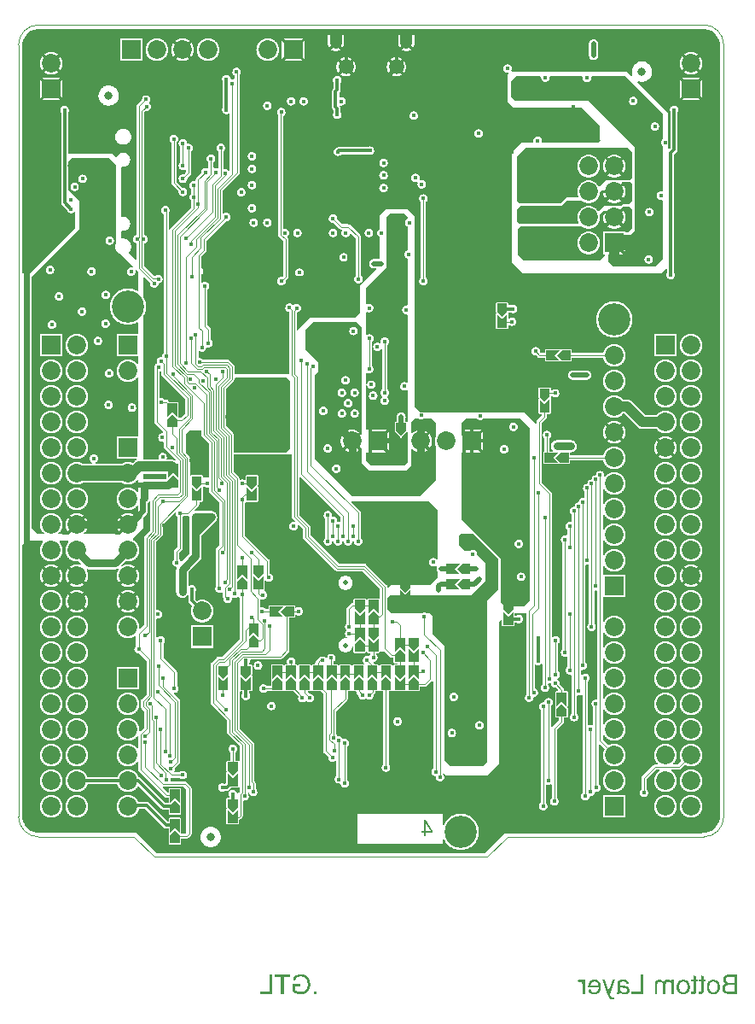
<source format=gbl>
G04 Layer_Physical_Order=4*
G04 Layer_Color=2232046*
%FSLAX43Y43*%
%MOMM*%
G71*
G01*
G75*
%ADD10C,0.600*%
%ADD11C,0.800*%
%ADD52C,0.300*%
%ADD53C,0.120*%
%ADD55C,0.500*%
%ADD57C,1.000*%
%ADD58C,0.800*%
%ADD59C,1.200*%
%ADD61C,0.250*%
%ADD62C,1.500*%
%ADD66C,0.100*%
%ADD67C,3.200*%
%ADD68C,1.850*%
%ADD69R,1.850X1.850*%
%ADD70R,1.850X1.850*%
%ADD71C,1.500*%
%ADD72O,1.200X1.900*%
%ADD73C,0.500*%
%ADD74C,0.450*%
%ADD75C,0.254*%
G36*
X31570Y17615D02*
X31070Y18115D01*
X30570Y17615D01*
Y18965D01*
X31570D01*
Y17615D01*
D02*
G37*
G36*
X32920D02*
X32420Y18115D01*
X31920Y17615D01*
Y18965D01*
X32920D01*
Y17615D01*
D02*
G37*
G36*
X34270D02*
X33770Y18115D01*
X33270Y17615D01*
Y18965D01*
X34270D01*
Y17615D01*
D02*
G37*
G36*
X30220D02*
X29720Y18115D01*
X29220Y17615D01*
Y18965D01*
X30220D01*
Y17615D01*
D02*
G37*
G36*
X26170D02*
X25670Y18115D01*
X25170Y17615D01*
Y18965D01*
X26170D01*
Y17615D01*
D02*
G37*
G36*
X27520D02*
X27020Y18115D01*
X26520Y17615D01*
Y18965D01*
X27520D01*
Y17615D01*
D02*
G37*
G36*
X28870D02*
X28370Y18115D01*
X27870Y17615D01*
Y18965D01*
X28870D01*
Y17615D01*
D02*
G37*
G36*
X20800Y18150D02*
X20300Y17650D01*
X19800Y18150D01*
Y18950D01*
X20800D01*
Y18150D01*
D02*
G37*
G36*
X23075D02*
X22575Y17650D01*
X22075Y18150D01*
Y18950D01*
X23075D01*
Y18150D01*
D02*
G37*
G36*
X38345Y18165D02*
X37845Y17665D01*
X37345Y18165D01*
Y18965D01*
X38345D01*
Y18165D01*
D02*
G37*
G36*
X39695Y17615D02*
X39195Y18115D01*
X38695Y17615D01*
Y18965D01*
X39695D01*
Y17615D01*
D02*
G37*
G36*
X35620D02*
X35120Y18115D01*
X34620Y17615D01*
Y18965D01*
X35620D01*
Y17615D01*
D02*
G37*
G36*
X36970D02*
X36470Y18115D01*
X35970Y17615D01*
Y18965D01*
X36970D01*
Y17615D01*
D02*
G37*
G36*
X9675Y68650D02*
Y60857D01*
X9660Y60825D01*
X9633Y60751D01*
X9614Y60675D01*
X9603Y60598D01*
X9599Y60520D01*
X9603Y60442D01*
X9614Y60365D01*
X9633Y60289D01*
X9660Y60215D01*
X9693Y60145D01*
X9733Y60078D01*
X9780Y60015D01*
X9832Y59957D01*
X9890Y59905D01*
X9953Y59858D01*
X10020Y59818D01*
X10090Y59785D01*
X11358Y58517D01*
X11303Y58430D01*
X11285Y58436D01*
X11231Y58447D01*
X11175Y58451D01*
X11119Y58447D01*
X11065Y58436D01*
X11012Y58418D01*
X10962Y58394D01*
X10916Y58363D01*
X10874Y58326D01*
X10837Y58284D01*
X10806Y58238D01*
X10782Y58188D01*
X10764Y58135D01*
X10753Y58081D01*
X10749Y58025D01*
X10753Y57969D01*
X10764Y57915D01*
X10782Y57862D01*
X10806Y57812D01*
X10837Y57766D01*
X10874Y57724D01*
X10916Y57687D01*
X10962Y57656D01*
X11012Y57632D01*
X11065Y57614D01*
X11119Y57603D01*
X11175Y57599D01*
X11231Y57603D01*
X11285Y57614D01*
X11338Y57632D01*
X11388Y57656D01*
X11434Y57687D01*
X11476Y57724D01*
X11513Y57766D01*
X11544Y57812D01*
X11568Y57862D01*
X11586Y57915D01*
X11597Y57969D01*
X11601Y58025D01*
X11597Y58081D01*
X11586Y58135D01*
X11580Y58153D01*
X11667Y58208D01*
X11875Y58000D01*
Y56182D01*
X11775Y56127D01*
X11770Y56130D01*
X11667Y56185D01*
X11559Y56234D01*
X11449Y56275D01*
X11336Y56310D01*
X11221Y56336D01*
X11105Y56356D01*
X10988Y56367D01*
X10870Y56371D01*
X10752Y56367D01*
X10635Y56356D01*
X10519Y56336D01*
X10404Y56310D01*
X10291Y56275D01*
X10181Y56234D01*
X10073Y56185D01*
X9970Y56130D01*
X9869Y56067D01*
X9774Y55999D01*
X9683Y55924D01*
X9597Y55843D01*
X9516Y55757D01*
X9441Y55666D01*
X9373Y55571D01*
X9310Y55470D01*
X9255Y55367D01*
X9206Y55259D01*
X9165Y55149D01*
X9130Y55036D01*
X9104Y54921D01*
X9084Y54805D01*
X9073Y54688D01*
X9069Y54570D01*
X9073Y54452D01*
X9084Y54335D01*
X9104Y54219D01*
X9130Y54104D01*
X9165Y53991D01*
X9206Y53881D01*
X9255Y53773D01*
X9310Y53670D01*
X9373Y53569D01*
X9441Y53474D01*
X9516Y53383D01*
X9597Y53297D01*
X9683Y53216D01*
X9774Y53141D01*
X9869Y53073D01*
X9970Y53010D01*
X10073Y52955D01*
X10181Y52906D01*
X10291Y52865D01*
X10404Y52830D01*
X10519Y52804D01*
X10635Y52784D01*
X10752Y52773D01*
X10870Y52769D01*
X10988Y52773D01*
X11105Y52784D01*
X11221Y52804D01*
X11336Y52830D01*
X11449Y52865D01*
X11559Y52906D01*
X11667Y52955D01*
X11770Y53010D01*
X11775Y53013D01*
X11875Y52958D01*
Y51885D01*
X9745D01*
Y49635D01*
X11875D01*
Y48946D01*
X11788Y48889D01*
X11775Y48889D01*
X11726Y48951D01*
X11666Y49016D01*
X11601Y49076D01*
X11532Y49131D01*
X11458Y49180D01*
X11381Y49223D01*
X11301Y49260D01*
X11218Y49291D01*
X11133Y49315D01*
X11046Y49332D01*
X10958Y49342D01*
X10870Y49346D01*
X10782Y49342D01*
X10694Y49332D01*
X10607Y49315D01*
X10522Y49291D01*
X10439Y49260D01*
X10359Y49223D01*
X10282Y49180D01*
X10208Y49131D01*
X10139Y49076D01*
X10074Y49016D01*
X10014Y48951D01*
X9959Y48882D01*
X9910Y48808D01*
X9867Y48731D01*
X9830Y48651D01*
X9799Y48568D01*
X9775Y48483D01*
X9758Y48396D01*
X9748Y48308D01*
X9744Y48220D01*
X9748Y48132D01*
X9758Y48044D01*
X9775Y47957D01*
X9799Y47872D01*
X9830Y47789D01*
X9867Y47709D01*
X9910Y47632D01*
X9959Y47558D01*
X10014Y47489D01*
X10074Y47424D01*
X10139Y47364D01*
X10208Y47309D01*
X10282Y47260D01*
X10359Y47217D01*
X10439Y47180D01*
X10522Y47149D01*
X10607Y47125D01*
X10694Y47108D01*
X10782Y47098D01*
X10870Y47094D01*
X10958Y47098D01*
X11046Y47108D01*
X11133Y47125D01*
X11218Y47149D01*
X11301Y47180D01*
X11381Y47217D01*
X11458Y47260D01*
X11532Y47309D01*
X11601Y47364D01*
X11666Y47424D01*
X11726Y47489D01*
X11775Y47551D01*
X11788Y47551D01*
X11875Y47494D01*
Y41725D01*
X9745D01*
Y39475D01*
X11752D01*
X11764Y39375D01*
X11747Y39371D01*
X11682Y39347D01*
X11620Y39318D01*
X11561Y39283D01*
X11505Y39242D01*
X11454Y39196D01*
X11341Y39082D01*
X11301Y39100D01*
X11218Y39131D01*
X11133Y39155D01*
X11046Y39172D01*
X10958Y39182D01*
X10870Y39186D01*
X10782Y39182D01*
X10694Y39172D01*
X10607Y39155D01*
X10522Y39131D01*
X10439Y39100D01*
X10359Y39063D01*
X10282Y39020D01*
X10268Y39011D01*
X7667D01*
X7638Y39107D01*
X7688Y39131D01*
X7734Y39162D01*
X7776Y39199D01*
X7813Y39241D01*
X7844Y39287D01*
X7868Y39337D01*
X7886Y39390D01*
X7897Y39444D01*
X7901Y39500D01*
X7897Y39556D01*
X7886Y39610D01*
X7868Y39663D01*
X7844Y39713D01*
X7813Y39759D01*
X7776Y39801D01*
X7734Y39838D01*
X7688Y39869D01*
X7638Y39893D01*
X7585Y39911D01*
X7531Y39922D01*
X7475Y39926D01*
X7419Y39922D01*
X7365Y39911D01*
X7312Y39893D01*
X7262Y39869D01*
X7216Y39838D01*
X7174Y39801D01*
X7137Y39759D01*
X7106Y39713D01*
X7082Y39663D01*
X7064Y39610D01*
X7053Y39556D01*
X7049Y39500D01*
X7053Y39444D01*
X7064Y39390D01*
X7082Y39337D01*
X7106Y39287D01*
X7137Y39241D01*
X7174Y39199D01*
X7216Y39162D01*
X7262Y39131D01*
X7312Y39107D01*
X7283Y39011D01*
X6392D01*
X6378Y39020D01*
X6301Y39063D01*
X6221Y39100D01*
X6138Y39131D01*
X6053Y39155D01*
X5966Y39172D01*
X5878Y39182D01*
X5790Y39186D01*
X5702Y39182D01*
X5614Y39172D01*
X5527Y39155D01*
X5442Y39131D01*
X5359Y39100D01*
X5279Y39063D01*
X5202Y39020D01*
X5128Y38971D01*
X5059Y38916D01*
X4994Y38856D01*
X4934Y38791D01*
X4879Y38722D01*
X4830Y38648D01*
X4787Y38571D01*
X4750Y38491D01*
X4719Y38408D01*
X4695Y38323D01*
X4678Y38236D01*
X4668Y38148D01*
X4664Y38060D01*
X4668Y37972D01*
X4678Y37884D01*
X4695Y37797D01*
X4719Y37712D01*
X4750Y37629D01*
X4787Y37549D01*
X4830Y37472D01*
X4879Y37398D01*
X4934Y37329D01*
X4994Y37264D01*
X5059Y37204D01*
X5128Y37149D01*
X5202Y37100D01*
X5279Y37057D01*
X5359Y37020D01*
X5442Y36989D01*
X5527Y36965D01*
X5614Y36948D01*
X5702Y36938D01*
X5790Y36934D01*
X5878Y36938D01*
X5966Y36948D01*
X6053Y36965D01*
X6138Y36989D01*
X6221Y37020D01*
X6301Y37057D01*
X6378Y37100D01*
X6392Y37109D01*
X10268D01*
X10282Y37100D01*
X10359Y37057D01*
X10439Y37020D01*
X10522Y36989D01*
X10607Y36965D01*
X10694Y36948D01*
X10782Y36938D01*
X10870Y36934D01*
X10958Y36938D01*
X11046Y36948D01*
X11133Y36965D01*
X11218Y36989D01*
X11301Y37020D01*
X11381Y37057D01*
X11458Y37100D01*
X11532Y37149D01*
X11601Y37204D01*
X11666Y37264D01*
X11726Y37329D01*
X11775Y37391D01*
X11788Y37391D01*
X11875Y37334D01*
Y36246D01*
X11788Y36189D01*
X11775Y36189D01*
X11726Y36251D01*
X11666Y36316D01*
X11601Y36376D01*
X11532Y36431D01*
X11458Y36480D01*
X11381Y36523D01*
X11301Y36560D01*
X11218Y36591D01*
X11133Y36615D01*
X11046Y36632D01*
X10958Y36642D01*
X10870Y36646D01*
X10782Y36642D01*
X10694Y36632D01*
X10607Y36615D01*
X10522Y36591D01*
X10439Y36560D01*
X10359Y36523D01*
X10282Y36480D01*
X10208Y36431D01*
X10139Y36376D01*
X10074Y36316D01*
X10014Y36251D01*
X9959Y36182D01*
X9910Y36108D01*
X9867Y36031D01*
X9830Y35951D01*
X9799Y35868D01*
X9775Y35783D01*
X9758Y35696D01*
X9748Y35608D01*
X9744Y35520D01*
X9748Y35432D01*
X9758Y35344D01*
X9775Y35257D01*
X9799Y35172D01*
X9830Y35089D01*
X9867Y35009D01*
X9910Y34932D01*
X9959Y34858D01*
X10014Y34789D01*
X10074Y34724D01*
X10139Y34664D01*
X10208Y34609D01*
X10282Y34560D01*
X10359Y34517D01*
X10439Y34480D01*
X10522Y34449D01*
X10607Y34425D01*
X10694Y34408D01*
X10782Y34398D01*
X10870Y34394D01*
X10958Y34398D01*
X11046Y34408D01*
X11133Y34425D01*
X11218Y34449D01*
X11301Y34480D01*
X11381Y34517D01*
X11458Y34560D01*
X11532Y34609D01*
X11601Y34664D01*
X11666Y34724D01*
X11726Y34789D01*
X11775Y34851D01*
X11788Y34851D01*
X11875Y34794D01*
Y33706D01*
X11788Y33649D01*
X11775Y33649D01*
X11765Y33662D01*
X10976Y32874D01*
X10870Y32980D01*
X10764Y32874D01*
X9975Y33662D01*
X9959Y33642D01*
X9910Y33568D01*
X9867Y33491D01*
X9830Y33411D01*
X9799Y33328D01*
X9775Y33243D01*
X9758Y33156D01*
X9748Y33068D01*
X9744Y32980D01*
X9748Y32892D01*
X9758Y32804D01*
X9775Y32717D01*
X9799Y32632D01*
X9830Y32549D01*
X9867Y32469D01*
X9910Y32392D01*
X9959Y32318D01*
X10014Y32249D01*
X10074Y32184D01*
X10139Y32124D01*
X10169Y32100D01*
X10134Y32000D01*
X6526D01*
X6491Y32100D01*
X6521Y32124D01*
X6586Y32184D01*
X6646Y32249D01*
X6701Y32318D01*
X6750Y32392D01*
X6793Y32469D01*
X6830Y32549D01*
X6861Y32632D01*
X6885Y32717D01*
X6902Y32804D01*
X6912Y32892D01*
X6916Y32980D01*
X6912Y33068D01*
X6902Y33156D01*
X6885Y33243D01*
X6861Y33328D01*
X6830Y33411D01*
X6793Y33491D01*
X6750Y33568D01*
X6701Y33642D01*
X6685Y33662D01*
X5896Y32874D01*
X5790Y32980D01*
X5684Y32874D01*
X4895Y33662D01*
X4879Y33642D01*
X4830Y33568D01*
X4787Y33491D01*
X4750Y33411D01*
X4719Y33328D01*
X4695Y33243D01*
X4678Y33156D01*
X4668Y33068D01*
X4664Y32980D01*
X4668Y32892D01*
X4678Y32804D01*
X4695Y32717D01*
X4719Y32632D01*
X4750Y32549D01*
X4787Y32469D01*
X4830Y32392D01*
X4879Y32318D01*
X4934Y32249D01*
X4994Y32184D01*
X5059Y32124D01*
X5089Y32100D01*
X5054Y32000D01*
X3986D01*
X3951Y32100D01*
X3981Y32124D01*
X4046Y32184D01*
X4106Y32249D01*
X4161Y32318D01*
X4210Y32392D01*
X4253Y32469D01*
X4290Y32549D01*
X4321Y32632D01*
X4345Y32717D01*
X4362Y32804D01*
X4372Y32892D01*
X4376Y32980D01*
X4372Y33068D01*
X4362Y33156D01*
X4345Y33243D01*
X4321Y33328D01*
X4290Y33411D01*
X4253Y33491D01*
X4210Y33568D01*
X4161Y33642D01*
X4106Y33711D01*
X4046Y33776D01*
X3981Y33836D01*
X3912Y33891D01*
X3838Y33940D01*
X3761Y33983D01*
X3681Y34020D01*
X3598Y34051D01*
X3513Y34075D01*
X3426Y34092D01*
X3338Y34102D01*
X3250Y34106D01*
X3162Y34102D01*
X3074Y34092D01*
X2987Y34075D01*
X2902Y34051D01*
X2819Y34020D01*
X2739Y33983D01*
X2662Y33940D01*
X2588Y33891D01*
X2519Y33836D01*
X2454Y33776D01*
X2394Y33711D01*
X2339Y33642D01*
X2290Y33568D01*
X2247Y33491D01*
X2210Y33411D01*
X2179Y33328D01*
X2155Y33243D01*
X2138Y33156D01*
X2128Y33068D01*
X2124Y32980D01*
X2128Y32892D01*
X2138Y32804D01*
X2155Y32717D01*
X2179Y32632D01*
X2210Y32549D01*
X2247Y32469D01*
X2290Y32392D01*
X2339Y32318D01*
X2394Y32249D01*
X2454Y32184D01*
X2519Y32124D01*
X2549Y32100D01*
X2514Y32000D01*
X1850D01*
X1278Y32572D01*
Y57528D01*
X6000Y62250D01*
X6000Y65075D01*
X4926Y66149D01*
Y68951D01*
X5275Y69300D01*
X9025D01*
X9675Y68650D01*
D02*
G37*
G36*
X31570Y17365D02*
Y16565D01*
X30570D01*
Y17365D01*
X31070Y17865D01*
X31570Y17365D01*
D02*
G37*
G36*
X32920D02*
Y16565D01*
X31920D01*
Y17365D01*
X32420Y17865D01*
X32920Y17365D01*
D02*
G37*
G36*
X34270D02*
Y16565D01*
X33270D01*
Y17365D01*
X33770Y17865D01*
X34270Y17365D01*
D02*
G37*
G36*
X30220D02*
Y16565D01*
X29220D01*
Y17365D01*
X29720Y17865D01*
X30220Y17365D01*
D02*
G37*
G36*
X26170D02*
Y16565D01*
X25170D01*
Y17365D01*
X25670Y17865D01*
X26170Y17365D01*
D02*
G37*
G36*
X27520D02*
Y16565D01*
X26520D01*
Y17365D01*
X27020Y17865D01*
X27520Y17365D01*
D02*
G37*
G36*
X28870D02*
Y16565D01*
X27870D01*
Y17365D01*
X28370Y17865D01*
X28870Y17365D01*
D02*
G37*
G36*
X20800Y16550D02*
X19800D01*
Y17900D01*
X20300Y17400D01*
X20800Y17900D01*
Y16550D01*
D02*
G37*
G36*
X23075D02*
X22075D01*
Y17900D01*
X22575Y17400D01*
X23075Y17900D01*
Y16550D01*
D02*
G37*
G36*
X38345Y16565D02*
X37345D01*
Y17915D01*
X37845Y17415D01*
X38345Y17915D01*
Y16565D01*
D02*
G37*
G36*
X38470Y42240D02*
X37970Y41740D01*
X37470Y42240D01*
Y43040D01*
X38470D01*
Y42240D01*
D02*
G37*
G36*
X35620Y17365D02*
Y16565D01*
X34620D01*
Y17365D01*
X35120Y17865D01*
X35620Y17365D01*
D02*
G37*
G36*
X36970D02*
Y16565D01*
X35970D01*
Y17365D01*
X36470Y17865D01*
X36970Y17365D01*
D02*
G37*
G36*
X39695D02*
Y16565D01*
X38695D01*
Y17365D01*
X39195Y17865D01*
X39695Y17365D01*
D02*
G37*
G36*
X36851Y19831D02*
X36882Y19804D01*
X36917Y19783D01*
X36954Y19767D01*
X36994Y19757D01*
X37035Y19754D01*
X37224D01*
Y19315D01*
X37227Y19291D01*
X37234Y19269D01*
X37245Y19248D01*
X37260Y19230D01*
X37278Y19215D01*
X37299Y19204D01*
X37321Y19197D01*
X37345Y19194D01*
X37584D01*
Y19086D01*
X37345D01*
X37321Y19083D01*
X37299Y19076D01*
X37278Y19065D01*
X37260Y19050D01*
X37245Y19032D01*
X37234Y19011D01*
X37227Y18989D01*
X37226Y18976D01*
X37089Y18977D01*
X37088Y18989D01*
X37081Y19011D01*
X37070Y19032D01*
X37055Y19050D01*
X37037Y19065D01*
X37016Y19076D01*
X36994Y19083D01*
X36970Y19086D01*
X35970D01*
X35946Y19083D01*
X35924Y19076D01*
X35903Y19065D01*
X35885Y19050D01*
X35870Y19032D01*
X35859Y19011D01*
X35852Y18989D01*
X35851Y18982D01*
X35739Y18983D01*
X35738Y18989D01*
X35731Y19011D01*
X35720Y19032D01*
X35705Y19050D01*
X35687Y19065D01*
X35666Y19076D01*
X35644Y19083D01*
X35620Y19086D01*
X35358D01*
X35352Y19098D01*
X35331Y19133D01*
X35304Y19164D01*
X35204Y19265D01*
X35208Y19296D01*
X35244Y19366D01*
X35271Y19368D01*
X35325Y19379D01*
X35378Y19397D01*
X35428Y19421D01*
X35474Y19452D01*
X35516Y19489D01*
X35553Y19531D01*
X35584Y19577D01*
X35608Y19627D01*
X35626Y19680D01*
X35637Y19734D01*
X35641Y19790D01*
X35637Y19846D01*
X35626Y19900D01*
X35608Y19953D01*
X35584Y20003D01*
X35553Y20049D01*
X35516Y20091D01*
X35534Y20200D01*
X35553Y20219D01*
X35720D01*
X35744Y20222D01*
X35766Y20229D01*
X35787Y20240D01*
X35805Y20255D01*
X35820Y20273D01*
X35831Y20294D01*
X35838Y20316D01*
X35841Y20340D01*
X36341D01*
X36851Y19831D01*
D02*
G37*
G36*
X27345Y23840D02*
X26545D01*
X26045Y24340D01*
X26545Y24840D01*
X27345D01*
Y23840D01*
D02*
G37*
G36*
X49095Y22990D02*
X48095D01*
Y24340D01*
X48595Y23840D01*
X49095Y24340D01*
Y22990D01*
D02*
G37*
G36*
X34370Y23090D02*
X33370D01*
Y24440D01*
X33870Y23940D01*
X34370Y24440D01*
Y23090D01*
D02*
G37*
G36*
X25795Y24340D02*
X26295Y23840D01*
X24945D01*
Y24840D01*
X26295D01*
X25795Y24340D01*
D02*
G37*
G36*
X22725Y27325D02*
Y26525D01*
X21725D01*
Y27325D01*
X22225Y27825D01*
X22725Y27325D01*
D02*
G37*
G36*
X23850Y21825D02*
X23350Y22325D01*
X22850Y21825D01*
Y23175D01*
X23850D01*
Y21825D01*
D02*
G37*
G36*
X35720Y23890D02*
Y23090D01*
X34720D01*
Y23890D01*
X35220Y24390D01*
X35720Y23890D01*
D02*
G37*
G36*
X47625Y29525D02*
Y26500D01*
X46550Y25425D01*
Y9400D01*
X46150Y9000D01*
X42875D01*
X42250Y9625D01*
Y20943D01*
X41125Y22068D01*
Y23900D01*
X40825Y24200D01*
X40511D01*
X40498Y24209D01*
X40448Y24233D01*
X40395Y24251D01*
X40341Y24262D01*
X40285Y24266D01*
X40229Y24262D01*
X40175Y24251D01*
X40122Y24233D01*
X40072Y24209D01*
X40059Y24200D01*
X37000D01*
X36636Y24564D01*
Y25711D01*
X36875Y25950D01*
X37860D01*
Y26490D01*
X38360Y25990D01*
X38860Y26490D01*
Y25950D01*
X44900D01*
X46300Y27350D01*
Y29125D01*
X45505Y29920D01*
X45511Y29940D01*
X45522Y29994D01*
X45526Y30050D01*
X45522Y30106D01*
X45511Y30160D01*
X45493Y30213D01*
X45469Y30263D01*
X45438Y30309D01*
X45401Y30351D01*
X45359Y30388D01*
X45313Y30419D01*
X45263Y30443D01*
X45210Y30461D01*
X45156Y30472D01*
X45100Y30476D01*
X45044Y30472D01*
X44990Y30461D01*
X44937Y30443D01*
X44887Y30419D01*
X44841Y30388D01*
X44826Y30375D01*
X44225D01*
X43700Y30900D01*
Y31800D01*
X43925Y32025D01*
X45125D01*
X47625Y29525D01*
D02*
G37*
G36*
X52725Y45625D02*
X52225Y45125D01*
X51725Y45625D01*
Y46425D01*
X52725D01*
Y45625D01*
D02*
G37*
G36*
Y44025D02*
X51725D01*
Y45375D01*
X52225Y44875D01*
X52725Y45375D01*
Y44025D01*
D02*
G37*
G36*
X15775Y43650D02*
X15275Y44150D01*
X14775Y43650D01*
Y45000D01*
X15775D01*
Y43650D01*
D02*
G37*
G36*
X35720Y24140D02*
X35220Y24640D01*
X34720Y24140D01*
Y25490D01*
X35720D01*
Y24140D01*
D02*
G37*
G36*
X34370Y24690D02*
X33870Y24190D01*
X33370Y24690D01*
Y25490D01*
X34370D01*
Y24690D01*
D02*
G37*
G36*
X14157Y48125D02*
X14174Y48105D01*
Y47866D01*
X14177Y47826D01*
X14187Y47786D01*
X14203Y47748D01*
X14224Y47713D01*
X14251Y47682D01*
X16509Y45423D01*
Y43953D01*
X16117Y43561D01*
X15975D01*
X15965Y43566D01*
X15949Y43579D01*
X15896Y43650D01*
Y45000D01*
X15893Y45024D01*
X15886Y45046D01*
X15875Y45067D01*
X15860Y45085D01*
X15842Y45100D01*
X15821Y45111D01*
X15799Y45118D01*
X15775Y45121D01*
X15023D01*
X14875Y45269D01*
X14844Y45295D01*
X14809Y45317D01*
X14771Y45332D01*
X14732Y45342D01*
X14691Y45345D01*
X14477D01*
X14442Y45385D01*
X14400Y45422D01*
X14354Y45453D01*
X14304Y45478D01*
X14251Y45496D01*
X14196Y45507D01*
X14141Y45510D01*
X14097Y45507D01*
X14079Y45512D01*
X13997Y45584D01*
Y48113D01*
X14088Y48158D01*
X14157Y48125D01*
D02*
G37*
G36*
X34370Y21140D02*
Y20340D01*
X33370D01*
Y21140D01*
X33870Y21640D01*
X34370Y21140D01*
D02*
G37*
G36*
X38345Y20365D02*
X37845Y20865D01*
X37345Y20365D01*
Y21715D01*
X38345D01*
Y20365D01*
D02*
G37*
G36*
X39695Y20915D02*
X39195Y20415D01*
X38695Y20915D01*
Y21715D01*
X39695D01*
Y20915D01*
D02*
G37*
G36*
Y19315D02*
X38695D01*
Y20665D01*
X39195Y20165D01*
X39695Y20665D01*
Y19315D01*
D02*
G37*
G36*
X38625Y63450D02*
Y63273D01*
X38612Y63268D01*
X38562Y63244D01*
X38516Y63213D01*
X38474Y63176D01*
X38437Y63134D01*
X38406Y63088D01*
X38382Y63038D01*
X38364Y62985D01*
X38353Y62931D01*
X38349Y62875D01*
X38353Y62819D01*
X38364Y62765D01*
X38382Y62712D01*
X38406Y62662D01*
X38437Y62616D01*
X38474Y62574D01*
X38516Y62537D01*
X38562Y62506D01*
X38612Y62482D01*
X38625Y62477D01*
Y60163D01*
X38615Y60161D01*
X38562Y60143D01*
X38512Y60119D01*
X38466Y60088D01*
X38424Y60051D01*
X38387Y60009D01*
X38356Y59963D01*
X38332Y59913D01*
X38314Y59860D01*
X38303Y59806D01*
X38299Y59750D01*
X38303Y59694D01*
X38314Y59640D01*
X38332Y59587D01*
X38356Y59537D01*
X38387Y59491D01*
X38424Y59449D01*
X38466Y59412D01*
X38512Y59381D01*
X38562Y59357D01*
X38615Y59339D01*
X38625Y59337D01*
Y54760D01*
X38593Y54720D01*
X38525Y54674D01*
X38500Y54676D01*
X38444Y54672D01*
X38390Y54661D01*
X38337Y54643D01*
X38287Y54619D01*
X38241Y54588D01*
X38199Y54551D01*
X38162Y54509D01*
X38131Y54463D01*
X38107Y54413D01*
X38089Y54360D01*
X38078Y54306D01*
X38074Y54250D01*
X38078Y54194D01*
X38089Y54140D01*
X38107Y54087D01*
X38131Y54037D01*
X38162Y53991D01*
X38199Y53949D01*
X38241Y53912D01*
X38287Y53881D01*
X38337Y53857D01*
X38390Y53839D01*
X38444Y53828D01*
X38500Y53824D01*
X38525Y53826D01*
X38593Y53780D01*
X38625Y53740D01*
Y47063D01*
X38614Y47051D01*
X38525Y47011D01*
X38513Y47019D01*
X38463Y47043D01*
X38410Y47061D01*
X38356Y47072D01*
X38300Y47076D01*
X38244Y47072D01*
X38190Y47061D01*
X38137Y47043D01*
X38087Y47019D01*
X38041Y46988D01*
X37999Y46951D01*
X37962Y46909D01*
X37931Y46863D01*
X37907Y46813D01*
X37889Y46760D01*
X37878Y46706D01*
X37874Y46650D01*
X37878Y46594D01*
X37889Y46540D01*
X37907Y46487D01*
X37931Y46437D01*
X37962Y46391D01*
X37999Y46349D01*
X38041Y46312D01*
X38087Y46281D01*
X38137Y46257D01*
X38190Y46239D01*
X38244Y46228D01*
X38300Y46224D01*
X38356Y46228D01*
X38410Y46239D01*
X38463Y46257D01*
X38513Y46281D01*
X38525Y46289D01*
X38614Y46249D01*
X38625Y46237D01*
Y43193D01*
X38620Y43188D01*
X38577Y43163D01*
X38525Y43147D01*
X38516Y43151D01*
X38494Y43158D01*
X38470Y43161D01*
X38421D01*
Y43585D01*
X38422Y43591D01*
X38426Y43650D01*
X38422Y43709D01*
X38411Y43767D01*
X38392Y43823D01*
X38366Y43875D01*
X38333Y43925D01*
X38294Y43969D01*
X38250Y44008D01*
X38200Y44041D01*
X38148Y44067D01*
X38092Y44086D01*
X38034Y44097D01*
X37975Y44101D01*
X37916Y44097D01*
X37858Y44086D01*
X37802Y44067D01*
X37750Y44041D01*
X37700Y44008D01*
X37656Y43969D01*
X37651Y43964D01*
X37612Y43920D01*
X37579Y43870D01*
X37553Y43818D01*
X37534Y43762D01*
X37523Y43704D01*
X37519Y43645D01*
Y43161D01*
X37470D01*
X37446Y43158D01*
X37424Y43151D01*
X37403Y43140D01*
X37385Y43125D01*
X37370Y43107D01*
X37359Y43086D01*
X37352Y43064D01*
X37349Y43040D01*
Y42240D01*
X37352Y42216D01*
X37359Y42194D01*
X37370Y42173D01*
X37385Y42155D01*
X37882Y41658D01*
X37883Y41606D01*
X37880Y41590D01*
X37877Y41583D01*
X37970Y41490D01*
X38063Y41583D01*
X38060Y41590D01*
X38057Y41605D01*
X38058Y41658D01*
X38525Y42124D01*
X38625Y42083D01*
Y39125D01*
X38300Y38800D01*
X35025D01*
X34500Y39325D01*
Y40014D01*
X34510Y40110D01*
X34600Y40110D01*
X36548D01*
X35529Y41129D01*
X35635Y41235D01*
X35529Y41341D01*
X36548Y42360D01*
X34510Y42360D01*
X34500Y42456D01*
Y46736D01*
X34598Y46772D01*
X34606Y46755D01*
X34603Y46769D01*
X34600Y46773D01*
D01*
X34603Y46769D01*
X34608Y46743D01*
X34614Y46715D01*
X34632Y46662D01*
X34656Y46612D01*
X34687Y46566D01*
X34724Y46524D01*
X34766Y46487D01*
X34812Y46456D01*
X34862Y46432D01*
X34915Y46414D01*
X34969Y46403D01*
X35025Y46399D01*
X35081Y46403D01*
X35135Y46414D01*
X35188Y46432D01*
X35238Y46456D01*
X35284Y46487D01*
X35326Y46524D01*
X35363Y46566D01*
X35394Y46612D01*
X35418Y46662D01*
X35436Y46715D01*
X35447Y46769D01*
X35451Y46825D01*
X35447Y46881D01*
X35436Y46935D01*
X35418Y46988D01*
X35394Y47038D01*
X35363Y47084D01*
X35326Y47126D01*
X35284Y47163D01*
X35238Y47194D01*
X35188Y47218D01*
X35135Y47236D01*
X35081Y47247D01*
X35025Y47251D01*
X34969Y47247D01*
X34915Y47236D01*
X34862Y47218D01*
X34812Y47194D01*
X34766Y47163D01*
X34724Y47126D01*
X34687Y47084D01*
X34656Y47038D01*
X34632Y46988D01*
X34614Y46935D01*
X34603Y46881D01*
X34600Y46877D01*
D01*
X34603Y46881D01*
X34606Y46895D01*
X34598Y46878D01*
X34500Y46914D01*
Y47944D01*
X34558Y47985D01*
X34600Y48000D01*
X34637Y47982D01*
X34690Y47964D01*
X34744Y47953D01*
X34800Y47949D01*
X34856Y47953D01*
X34910Y47964D01*
X34963Y47982D01*
X35013Y48006D01*
X35059Y48037D01*
X35101Y48074D01*
X35138Y48116D01*
X35169Y48162D01*
X35193Y48212D01*
X35211Y48265D01*
X35222Y48319D01*
X35226Y48375D01*
X35222Y48431D01*
X35211Y48485D01*
X35193Y48538D01*
X35169Y48588D01*
X35138Y48634D01*
X35101Y48676D01*
X35081Y48694D01*
Y51068D01*
X35121Y51104D01*
X35158Y51146D01*
X35189Y51192D01*
X35213Y51242D01*
X35231Y51295D01*
X35242Y51349D01*
X35246Y51405D01*
X35242Y51461D01*
X35231Y51515D01*
X35213Y51568D01*
X35189Y51618D01*
X35158Y51664D01*
X35121Y51706D01*
X35079Y51743D01*
X35033Y51774D01*
X34983Y51798D01*
X34930Y51816D01*
X34876Y51827D01*
X34820Y51831D01*
X34764Y51827D01*
X34710Y51816D01*
X34657Y51798D01*
X34607Y51774D01*
X34600Y51769D01*
X34502Y51817D01*
X34500Y51820D01*
Y54002D01*
X34572Y54049D01*
X34600Y54057D01*
X34642Y54036D01*
X34695Y54019D01*
X34749Y54008D01*
X34805Y54004D01*
X34861Y54008D01*
X34915Y54019D01*
X34968Y54036D01*
X35018Y54061D01*
X35064Y54092D01*
X35106Y54129D01*
X35143Y54171D01*
X35174Y54217D01*
X35198Y54267D01*
X35216Y54320D01*
X35227Y54374D01*
X35231Y54430D01*
X35227Y54486D01*
X35216Y54540D01*
X35198Y54593D01*
X35174Y54643D01*
X35143Y54689D01*
X35106Y54731D01*
X35064Y54768D01*
X35018Y54799D01*
X34968Y54823D01*
X34915Y54841D01*
X34861Y54852D01*
X34805Y54856D01*
X34749Y54852D01*
X34695Y54841D01*
X34642Y54823D01*
X34600Y54803D01*
X34572Y54811D01*
X34500Y54858D01*
Y56400D01*
X36500Y58400D01*
Y63400D01*
X36875Y63775D01*
X38300D01*
X38625Y63450D01*
D02*
G37*
G36*
X44845Y26565D02*
X44045D01*
X43545Y27065D01*
X44045Y27565D01*
X44845D01*
Y26565D01*
D02*
G37*
G36*
X38345Y20115D02*
Y19315D01*
X37345D01*
Y20115D01*
X37845Y20615D01*
X38345Y20115D01*
D02*
G37*
G36*
X35720Y21940D02*
X35220Y21440D01*
X34720Y21940D01*
Y22740D01*
X35720D01*
Y21940D01*
D02*
G37*
G36*
X15775Y43400D02*
Y42600D01*
X14775D01*
Y43400D01*
X15275Y43900D01*
X15775Y43400D01*
D02*
G37*
G36*
X50750Y42500D02*
Y39719D01*
X50739Y39685D01*
X50728Y39631D01*
X50724Y39575D01*
X50728Y39519D01*
X50739Y39465D01*
X50750Y39431D01*
Y25425D01*
X50200Y24875D01*
X49095D01*
Y24590D01*
X48595Y24090D01*
X48095Y24590D01*
Y24990D01*
X47875Y25210D01*
Y29625D01*
X44000Y33500D01*
Y40110D01*
X45898D01*
X44879Y41129D01*
X44985Y41235D01*
X44879Y41341D01*
X45898Y42360D01*
X44000D01*
Y43075D01*
X44375Y43450D01*
X45523D01*
X45524Y43449D01*
X45566Y43412D01*
X45612Y43381D01*
X45662Y43357D01*
X45715Y43339D01*
X45769Y43328D01*
X45825Y43324D01*
X45881Y43328D01*
X45935Y43339D01*
X45988Y43357D01*
X46038Y43381D01*
X46084Y43412D01*
X46126Y43449D01*
X46127Y43450D01*
X49800D01*
X50750Y42500D01*
D02*
G37*
G36*
X34370Y21390D02*
X33870Y21890D01*
X33370Y21390D01*
Y22740D01*
X34370D01*
Y21390D01*
D02*
G37*
G36*
X43295Y27065D02*
X43795Y26565D01*
X42445D01*
Y27565D01*
X43795D01*
X43295Y27065D01*
D02*
G37*
G36*
X23850Y21575D02*
Y20775D01*
X22850D01*
Y21575D01*
X23350Y22075D01*
X23850Y21575D01*
D02*
G37*
G36*
X35720Y20340D02*
X34720D01*
Y21690D01*
X35220Y21190D01*
X35720Y21690D01*
Y20340D01*
D02*
G37*
G36*
X54400Y14975D02*
X53900Y15475D01*
X53400Y14975D01*
Y16325D01*
X54400D01*
Y14975D01*
D02*
G37*
G36*
X16025Y5375D02*
X15525Y5875D01*
X15025Y5375D01*
Y6725D01*
X16025D01*
Y5375D01*
D02*
G37*
G36*
X15825Y37650D02*
X15325Y38150D01*
X14825Y37650D01*
Y39000D01*
X15825D01*
Y37650D01*
D02*
G37*
G36*
X21750Y4950D02*
X21250Y4450D01*
X20750Y4950D01*
Y5750D01*
X21750D01*
Y4950D01*
D02*
G37*
G36*
Y3350D02*
X20750D01*
Y4700D01*
X21250Y4200D01*
X21750Y4700D01*
Y3350D01*
D02*
G37*
G36*
X16025Y5125D02*
Y4325D01*
X15025D01*
Y5125D01*
X15525Y5625D01*
X16025Y5125D01*
D02*
G37*
G36*
X21750Y8600D02*
X21250Y8100D01*
X20750Y8600D01*
Y9400D01*
X21750D01*
Y8600D01*
D02*
G37*
G36*
X34100Y52450D02*
Y41961D01*
X34013Y41904D01*
X34000Y41904D01*
X33990Y41917D01*
X33307Y41235D01*
X33990Y40553D01*
X34000Y40566D01*
X34013Y40566D01*
X34100Y40509D01*
Y39075D01*
X34850Y38325D01*
X38525D01*
X38975Y38775D01*
Y40437D01*
X39075Y40476D01*
X39109Y40439D01*
X39174Y40379D01*
X39243Y40324D01*
X39317Y40275D01*
X39394Y40232D01*
X39474Y40195D01*
X39557Y40164D01*
X39642Y40140D01*
X39729Y40123D01*
X39817Y40113D01*
X39905Y40109D01*
X39993Y40113D01*
X40081Y40123D01*
X40168Y40140D01*
X40253Y40164D01*
X40336Y40195D01*
X40416Y40232D01*
X40493Y40275D01*
X40567Y40324D01*
X40587Y40340D01*
X39799Y41129D01*
X39905Y41235D01*
X39799Y41341D01*
X40587Y42130D01*
X40567Y42146D01*
X40493Y42195D01*
X40416Y42238D01*
X40336Y42275D01*
X40253Y42306D01*
X40168Y42330D01*
X40081Y42347D01*
X39993Y42357D01*
X39905Y42361D01*
X39817Y42357D01*
X39729Y42347D01*
X39642Y42330D01*
X39557Y42306D01*
X39474Y42275D01*
X39394Y42238D01*
X39317Y42195D01*
X39243Y42146D01*
X39174Y42091D01*
X39109Y42031D01*
X39075Y41994D01*
X38975Y42033D01*
Y43150D01*
X39275Y43450D01*
X39734D01*
X39762Y43431D01*
X39812Y43407D01*
X39865Y43389D01*
X39919Y43378D01*
X39975Y43374D01*
X40031Y43378D01*
X40085Y43389D01*
X40138Y43407D01*
X40188Y43431D01*
X40216Y43450D01*
X41000D01*
X41450Y43000D01*
Y41761D01*
X41442Y41746D01*
X41405Y41666D01*
X41374Y41583D01*
X41350Y41498D01*
X41333Y41411D01*
X41323Y41323D01*
X41319Y41235D01*
X41323Y41147D01*
X41333Y41059D01*
X41350Y40972D01*
X41374Y40887D01*
X41405Y40804D01*
X41442Y40724D01*
X41450Y40709D01*
Y37375D01*
X39800Y35725D01*
X33100D01*
X29400Y39425D01*
Y47800D01*
X29723Y48123D01*
Y49027D01*
X28450Y50300D01*
Y52225D01*
X29225Y53000D01*
X33550D01*
X34100Y52450D01*
D02*
G37*
G36*
X21750Y7000D02*
X20750D01*
Y8350D01*
X21250Y7850D01*
X21750Y8350D01*
Y7000D01*
D02*
G37*
G36*
X67249Y-11837D02*
Y-12181D01*
X67424D01*
Y-12365D01*
X67249D01*
Y-13170D01*
Y-13209D01*
Y-13242D01*
X67246Y-13272D01*
X67244Y-13303D01*
Y-13328D01*
X67241Y-13350D01*
X67235Y-13386D01*
X67230Y-13414D01*
X67227Y-13433D01*
X67222Y-13445D01*
Y-13447D01*
X67210Y-13472D01*
X67194Y-13492D01*
X67177Y-13511D01*
X67163Y-13525D01*
X67147Y-13539D01*
X67135Y-13547D01*
X67127Y-13553D01*
X67124Y-13556D01*
X67094Y-13569D01*
X67063Y-13578D01*
X67030Y-13586D01*
X66997Y-13589D01*
X66969Y-13592D01*
X66947Y-13594D01*
X66924D01*
X66863Y-13592D01*
X66833Y-13589D01*
X66805Y-13583D01*
X66780Y-13581D01*
X66761Y-13578D01*
X66750Y-13575D01*
X66744D01*
X66775Y-13367D01*
X66797Y-13370D01*
X66819Y-13372D01*
X66838D01*
X66852Y-13375D01*
X66880D01*
X66916Y-13372D01*
X66941Y-13367D01*
X66955Y-13361D01*
X66961Y-13358D01*
X66980Y-13345D01*
X66991Y-13331D01*
X66999Y-13320D01*
X67002Y-13314D01*
X67005Y-13300D01*
X67008Y-13281D01*
X67011Y-13236D01*
X67013Y-13217D01*
Y-13200D01*
Y-13189D01*
Y-13184D01*
Y-12365D01*
X66775D01*
Y-12181D01*
X67013D01*
Y-11696D01*
X67249Y-11837D01*
D02*
G37*
G36*
X23675Y36925D02*
X23175Y36425D01*
X22675Y36925D01*
Y37725D01*
X23675D01*
Y36925D01*
D02*
G37*
G36*
X18139Y41855D02*
X18142Y41814D01*
X18152Y41774D01*
X18168Y41736D01*
X18189Y41701D01*
X18216Y41670D01*
X18894Y40992D01*
Y37625D01*
X18296D01*
Y37725D01*
X18293Y37749D01*
X18286Y37771D01*
X18275Y37792D01*
X18260Y37810D01*
X18242Y37825D01*
X18221Y37836D01*
X18199Y37843D01*
X18175Y37846D01*
X17175D01*
X17151Y37843D01*
X17129Y37836D01*
X17108Y37825D01*
X17106Y37823D01*
X17047Y37839D01*
X17006Y37866D01*
Y39600D01*
X17003Y39641D01*
X16993Y39681D01*
X16977Y39719D01*
X16956Y39754D01*
X16929Y39785D01*
X16625Y40089D01*
Y41900D01*
X16975Y42250D01*
X18139D01*
Y41855D01*
D02*
G37*
G36*
X60048Y-12154D02*
X60106Y-12159D01*
X60162Y-12167D01*
X60206Y-12176D01*
X60245Y-12184D01*
X60273Y-12192D01*
X60284Y-12195D01*
X60292Y-12198D01*
X60295Y-12201D01*
X60298D01*
X60345Y-12220D01*
X60386Y-12245D01*
X60423Y-12267D01*
X60453Y-12290D01*
X60475Y-12312D01*
X60492Y-12328D01*
X60503Y-12340D01*
X60506Y-12342D01*
X60531Y-12378D01*
X60553Y-12417D01*
X60570Y-12456D01*
X60584Y-12492D01*
X60595Y-12528D01*
X60603Y-12553D01*
X60606Y-12564D01*
Y-12573D01*
X60609Y-12576D01*
Y-12578D01*
X60378Y-12609D01*
X60361Y-12559D01*
X60345Y-12514D01*
X60325Y-12478D01*
X60309Y-12451D01*
X60292Y-12428D01*
X60278Y-12415D01*
X60267Y-12406D01*
X60264Y-12403D01*
X60231Y-12384D01*
X60192Y-12370D01*
X60150Y-12359D01*
X60112Y-12353D01*
X60073Y-12348D01*
X60045Y-12345D01*
X60017D01*
X59953Y-12348D01*
X59898Y-12356D01*
X59853Y-12370D01*
X59815Y-12384D01*
X59787Y-12401D01*
X59765Y-12412D01*
X59751Y-12423D01*
X59748Y-12426D01*
X59726Y-12451D01*
X59709Y-12481D01*
X59695Y-12514D01*
X59687Y-12548D01*
X59681Y-12578D01*
X59679Y-12606D01*
Y-12623D01*
Y-12626D01*
Y-12628D01*
Y-12634D01*
Y-12645D01*
Y-12664D01*
X59681Y-12681D01*
Y-12687D01*
Y-12689D01*
X59709Y-12698D01*
X59740Y-12706D01*
X59803Y-12723D01*
X59876Y-12737D01*
X59942Y-12750D01*
X59976Y-12756D01*
X60006Y-12759D01*
X60034Y-12764D01*
X60056Y-12767D01*
X60076Y-12770D01*
X60089D01*
X60101Y-12773D01*
X60103D01*
X60153Y-12778D01*
X60195Y-12787D01*
X60231Y-12792D01*
X60259Y-12798D01*
X60281Y-12800D01*
X60298Y-12806D01*
X60309Y-12809D01*
X60312D01*
X60348Y-12820D01*
X60378Y-12831D01*
X60409Y-12845D01*
X60434Y-12856D01*
X60456Y-12867D01*
X60470Y-12878D01*
X60481Y-12884D01*
X60484Y-12887D01*
X60511Y-12906D01*
X60534Y-12928D01*
X60556Y-12950D01*
X60572Y-12973D01*
X60586Y-12992D01*
X60597Y-13009D01*
X60603Y-13020D01*
X60606Y-13023D01*
X60620Y-13053D01*
X60631Y-13086D01*
X60639Y-13117D01*
X60645Y-13147D01*
X60647Y-13172D01*
X60650Y-13192D01*
Y-13203D01*
Y-13209D01*
X60647Y-13242D01*
X60645Y-13270D01*
X60631Y-13328D01*
X60611Y-13375D01*
X60589Y-13417D01*
X60567Y-13450D01*
X60547Y-13475D01*
X60534Y-13489D01*
X60528Y-13494D01*
X60478Y-13531D01*
X60423Y-13558D01*
X60361Y-13578D01*
X60306Y-13592D01*
X60256Y-13600D01*
X60234Y-13603D01*
X60214D01*
X60198Y-13606D01*
X60175D01*
X60125Y-13603D01*
X60076Y-13597D01*
X60031Y-13592D01*
X59992Y-13583D01*
X59962Y-13575D01*
X59937Y-13567D01*
X59920Y-13564D01*
X59915Y-13561D01*
X59867Y-13542D01*
X59823Y-13517D01*
X59781Y-13489D01*
X59740Y-13464D01*
X59706Y-13439D01*
X59681Y-13420D01*
X59665Y-13406D01*
X59662Y-13400D01*
X59659D01*
X59654Y-13436D01*
X59648Y-13470D01*
X59642Y-13500D01*
X59634Y-13525D01*
X59626Y-13547D01*
X59620Y-13561D01*
X59617Y-13572D01*
X59615Y-13575D01*
X59368D01*
X59381Y-13544D01*
X59395Y-13514D01*
X59406Y-13486D01*
X59412Y-13461D01*
X59420Y-13439D01*
X59423Y-13422D01*
X59426Y-13411D01*
Y-13408D01*
X59429Y-13389D01*
X59431Y-13364D01*
Y-13336D01*
X59434Y-13306D01*
X59437Y-13236D01*
Y-13167D01*
X59440Y-13100D01*
Y-13070D01*
Y-13045D01*
Y-13023D01*
Y-13006D01*
Y-12995D01*
Y-12992D01*
Y-12676D01*
Y-12623D01*
X59443Y-12576D01*
X59445Y-12539D01*
Y-12509D01*
X59448Y-12487D01*
X59451Y-12470D01*
X59454Y-12462D01*
Y-12459D01*
X59462Y-12423D01*
X59473Y-12392D01*
X59484Y-12367D01*
X59498Y-12342D01*
X59509Y-12326D01*
X59518Y-12312D01*
X59523Y-12304D01*
X59526Y-12301D01*
X59548Y-12279D01*
X59573Y-12256D01*
X59601Y-12240D01*
X59629Y-12223D01*
X59654Y-12212D01*
X59673Y-12204D01*
X59687Y-12198D01*
X59692Y-12195D01*
X59737Y-12181D01*
X59784Y-12170D01*
X59831Y-12162D01*
X59878Y-12156D01*
X59920Y-12154D01*
X59951Y-12151D01*
X59981D01*
X60048Y-12154D01*
D02*
G37*
G36*
X23675Y35325D02*
X22675D01*
Y36675D01*
X23175Y36175D01*
X23675Y36675D01*
Y35325D01*
D02*
G37*
G36*
X18175Y36925D02*
X17675Y36425D01*
X17175Y36925D01*
Y37725D01*
X18175D01*
Y36925D01*
D02*
G37*
G36*
X16025Y2425D02*
X15525Y2925D01*
X15025Y2425D01*
Y3775D01*
X16025D01*
Y2425D01*
D02*
G37*
G36*
X15825Y37400D02*
Y36600D01*
X14825D01*
Y37400D01*
X15325Y37900D01*
X15825Y37400D01*
D02*
G37*
G36*
X67996Y-11837D02*
Y-12181D01*
X68171D01*
Y-12365D01*
X67996D01*
Y-13170D01*
Y-13209D01*
Y-13242D01*
X67993Y-13272D01*
X67991Y-13303D01*
Y-13328D01*
X67988Y-13350D01*
X67982Y-13386D01*
X67977Y-13414D01*
X67974Y-13433D01*
X67968Y-13445D01*
Y-13447D01*
X67957Y-13472D01*
X67941Y-13492D01*
X67924Y-13511D01*
X67910Y-13525D01*
X67893Y-13539D01*
X67882Y-13547D01*
X67874Y-13553D01*
X67871Y-13556D01*
X67841Y-13569D01*
X67810Y-13578D01*
X67777Y-13586D01*
X67743Y-13589D01*
X67716Y-13592D01*
X67693Y-13594D01*
X67671D01*
X67610Y-13592D01*
X67580Y-13589D01*
X67552Y-13583D01*
X67527Y-13581D01*
X67507Y-13578D01*
X67496Y-13575D01*
X67491D01*
X67521Y-13367D01*
X67544Y-13370D01*
X67566Y-13372D01*
X67585D01*
X67599Y-13375D01*
X67627D01*
X67663Y-13372D01*
X67688Y-13367D01*
X67702Y-13361D01*
X67707Y-13358D01*
X67727Y-13345D01*
X67738Y-13331D01*
X67746Y-13320D01*
X67749Y-13314D01*
X67752Y-13300D01*
X67755Y-13281D01*
X67757Y-13236D01*
X67760Y-13217D01*
Y-13200D01*
Y-13189D01*
Y-13184D01*
Y-12365D01*
X67521D01*
Y-12181D01*
X67760D01*
Y-11696D01*
X67996Y-11837D01*
D02*
G37*
G36*
X14704Y37650D02*
X14707Y37626D01*
X14714Y37604D01*
X14725Y37583D01*
X14740Y37565D01*
X14740Y37565D01*
X14626Y37451D01*
X12450D01*
X12400Y37498D01*
Y37999D01*
X14704D01*
Y37650D01*
D02*
G37*
G36*
X18175Y35325D02*
X17175D01*
Y36675D01*
X17675Y36175D01*
X18175Y36675D01*
Y35325D01*
D02*
G37*
G36*
X58685Y-13575D02*
X58696Y-13600D01*
X58701Y-13619D01*
X58707Y-13631D01*
Y-13633D01*
X58723Y-13681D01*
X58740Y-13719D01*
X58751Y-13753D01*
X58762Y-13775D01*
X58768Y-13792D01*
X58773Y-13803D01*
X58779Y-13808D01*
Y-13811D01*
X58801Y-13842D01*
X58826Y-13864D01*
X58837Y-13872D01*
X58846Y-13878D01*
X58851Y-13883D01*
X58854D01*
X58873Y-13891D01*
X58893Y-13900D01*
X58935Y-13908D01*
X58951D01*
X58965Y-13911D01*
X58979D01*
X59023Y-13908D01*
X59068Y-13900D01*
X59084Y-13894D01*
X59098Y-13891D01*
X59109Y-13889D01*
X59112D01*
X59087Y-14108D01*
X59057Y-14119D01*
X59029Y-14125D01*
X59004Y-14130D01*
X58982Y-14136D01*
X58962D01*
X58948Y-14139D01*
X58937D01*
X58896Y-14136D01*
X58860Y-14130D01*
X58826Y-14122D01*
X58798Y-14111D01*
X58773Y-14100D01*
X58757Y-14091D01*
X58746Y-14086D01*
X58743Y-14083D01*
X58712Y-14061D01*
X58687Y-14033D01*
X58662Y-14005D01*
X58640Y-13978D01*
X58624Y-13953D01*
X58610Y-13933D01*
X58601Y-13919D01*
X58599Y-13914D01*
X58590Y-13894D01*
X58579Y-13875D01*
X58557Y-13828D01*
X58535Y-13775D01*
X58515Y-13722D01*
X58496Y-13675D01*
X58488Y-13653D01*
X58479Y-13633D01*
X58474Y-13619D01*
X58468Y-13608D01*
X58465Y-13600D01*
Y-13597D01*
X57935Y-12181D01*
X58171D01*
X58471Y-12995D01*
X58493Y-13053D01*
X58510Y-13109D01*
X58529Y-13164D01*
X58543Y-13211D01*
X58554Y-13253D01*
X58560Y-13270D01*
X58562Y-13283D01*
X58565Y-13295D01*
X58568Y-13303D01*
X58571Y-13308D01*
Y-13311D01*
X58587Y-13247D01*
X58604Y-13189D01*
X58621Y-13134D01*
X58637Y-13086D01*
X58651Y-13048D01*
X58657Y-13031D01*
X58662Y-13017D01*
X58665Y-13003D01*
X58668Y-12995D01*
X58671Y-12992D01*
Y-12989D01*
X58962Y-12181D01*
X59212D01*
X58685Y-13575D01*
D02*
G37*
G36*
X16025Y2175D02*
Y1375D01*
X15025D01*
Y2175D01*
X15525Y2675D01*
X16025Y2175D01*
D02*
G37*
G36*
X22725Y27575D02*
X22225Y28075D01*
X21725Y27575D01*
Y28925D01*
X22725D01*
Y27575D01*
D02*
G37*
G36*
X26920Y47230D02*
X26920Y40470D01*
X26575Y40125D01*
X21336D01*
Y41895D01*
X21333Y41936D01*
X21323Y41976D01*
X21307Y42013D01*
X21286Y42048D01*
X21259Y42079D01*
X20581Y42758D01*
Y46421D01*
X21354Y47195D01*
X21381Y47226D01*
X21402Y47261D01*
X21418Y47298D01*
X21428Y47338D01*
X21431Y47379D01*
Y47431D01*
X21500Y47500D01*
X26650Y47500D01*
X26920Y47230D01*
D02*
G37*
G36*
X54400Y14725D02*
Y13925D01*
X53400D01*
Y14725D01*
X53900Y15225D01*
X54400Y14725D01*
D02*
G37*
G36*
X43295Y28565D02*
X43795Y28065D01*
X42445D01*
Y29065D01*
X43795D01*
X43295Y28565D01*
D02*
G37*
G36*
X24295Y28115D02*
X23795Y27615D01*
X23295Y28115D01*
Y28915D01*
X24295D01*
Y28115D01*
D02*
G37*
G36*
X25177Y-13575D02*
X23975D01*
Y-13347D01*
X24922D01*
Y-11654D01*
X25177D01*
Y-13575D01*
D02*
G37*
G36*
X64467Y-12154D02*
X64515Y-12162D01*
X64556Y-12170D01*
X64592Y-12181D01*
X64623Y-12195D01*
X64645Y-12204D01*
X64659Y-12212D01*
X64665Y-12215D01*
X64703Y-12240D01*
X64737Y-12267D01*
X64767Y-12295D01*
X64792Y-12323D01*
X64812Y-12345D01*
X64828Y-12365D01*
X64837Y-12376D01*
X64840Y-12381D01*
Y-12181D01*
X65051D01*
Y-13575D01*
X64815D01*
Y-12853D01*
X64812Y-12787D01*
X64809Y-12728D01*
X64803Y-12678D01*
X64795Y-12637D01*
X64787Y-12606D01*
X64781Y-12584D01*
X64778Y-12570D01*
X64776Y-12564D01*
X64759Y-12528D01*
X64740Y-12498D01*
X64720Y-12470D01*
X64701Y-12448D01*
X64681Y-12431D01*
X64667Y-12420D01*
X64656Y-12412D01*
X64654Y-12409D01*
X64620Y-12392D01*
X64590Y-12378D01*
X64556Y-12370D01*
X64529Y-12362D01*
X64506Y-12359D01*
X64487Y-12356D01*
X64470D01*
X64423Y-12359D01*
X64384Y-12367D01*
X64351Y-12381D01*
X64326Y-12395D01*
X64306Y-12412D01*
X64293Y-12423D01*
X64284Y-12434D01*
X64282Y-12437D01*
X64262Y-12470D01*
X64248Y-12506D01*
X64237Y-12545D01*
X64232Y-12584D01*
X64226Y-12617D01*
X64223Y-12648D01*
Y-12659D01*
Y-12664D01*
Y-12670D01*
Y-12673D01*
Y-13575D01*
X63987D01*
Y-12767D01*
X63982Y-12692D01*
X63971Y-12628D01*
X63957Y-12576D01*
X63937Y-12531D01*
X63921Y-12498D01*
X63904Y-12476D01*
X63893Y-12462D01*
X63890Y-12456D01*
X63851Y-12423D01*
X63810Y-12398D01*
X63768Y-12381D01*
X63729Y-12367D01*
X63696Y-12362D01*
X63668Y-12359D01*
X63657Y-12356D01*
X63643D01*
X63612Y-12359D01*
X63587Y-12362D01*
X63562Y-12367D01*
X63543Y-12376D01*
X63524Y-12384D01*
X63512Y-12390D01*
X63504Y-12392D01*
X63501Y-12395D01*
X63479Y-12412D01*
X63463Y-12428D01*
X63449Y-12445D01*
X63438Y-12462D01*
X63429Y-12476D01*
X63424Y-12487D01*
X63418Y-12495D01*
Y-12498D01*
X63410Y-12523D01*
X63404Y-12556D01*
X63401Y-12589D01*
X63399Y-12623D01*
X63396Y-12653D01*
Y-12678D01*
Y-12695D01*
Y-12698D01*
Y-12700D01*
Y-13575D01*
X63160D01*
Y-12620D01*
Y-12576D01*
X63165Y-12537D01*
X63171Y-12498D01*
X63177Y-12465D01*
X63185Y-12431D01*
X63196Y-12403D01*
X63204Y-12378D01*
X63215Y-12353D01*
X63227Y-12334D01*
X63235Y-12315D01*
X63254Y-12290D01*
X63265Y-12273D01*
X63271Y-12267D01*
X63315Y-12229D01*
X63368Y-12201D01*
X63421Y-12179D01*
X63471Y-12165D01*
X63518Y-12156D01*
X63537Y-12154D01*
X63557D01*
X63571Y-12151D01*
X63590D01*
X63640Y-12154D01*
X63685Y-12162D01*
X63729Y-12173D01*
X63771Y-12190D01*
X63810Y-12209D01*
X63846Y-12229D01*
X63876Y-12251D01*
X63907Y-12273D01*
X63934Y-12298D01*
X63957Y-12320D01*
X63976Y-12340D01*
X63993Y-12359D01*
X64007Y-12376D01*
X64015Y-12387D01*
X64021Y-12395D01*
X64023Y-12398D01*
X64040Y-12356D01*
X64062Y-12320D01*
X64087Y-12290D01*
X64109Y-12265D01*
X64132Y-12242D01*
X64148Y-12229D01*
X64159Y-12220D01*
X64165Y-12217D01*
X64204Y-12195D01*
X64245Y-12179D01*
X64287Y-12167D01*
X64329Y-12159D01*
X64362Y-12154D01*
X64393Y-12151D01*
X64418D01*
X64467Y-12154D01*
D02*
G37*
G36*
X26951Y-11882D02*
X26318D01*
Y-13575D01*
X26063D01*
Y-11882D01*
X25430D01*
Y-11654D01*
X26951D01*
Y-11882D01*
D02*
G37*
G36*
X24295Y26515D02*
X23295D01*
Y27865D01*
X23795Y27365D01*
X24295Y27865D01*
Y26515D01*
D02*
G37*
G36*
X66025Y-12154D02*
X66069Y-12156D01*
X66155Y-12176D01*
X66230Y-12201D01*
X66264Y-12215D01*
X66294Y-12229D01*
X66322Y-12242D01*
X66344Y-12256D01*
X66366Y-12270D01*
X66383Y-12281D01*
X66397Y-12292D01*
X66408Y-12301D01*
X66414Y-12304D01*
X66416Y-12306D01*
X66455Y-12342D01*
X66486Y-12384D01*
X66516Y-12428D01*
X66539Y-12473D01*
X66561Y-12520D01*
X66577Y-12570D01*
X66591Y-12617D01*
X66602Y-12662D01*
X66614Y-12706D01*
X66619Y-12745D01*
X66625Y-12784D01*
X66627Y-12814D01*
Y-12842D01*
X66630Y-12862D01*
Y-12873D01*
Y-12878D01*
X66627Y-12942D01*
X66622Y-13003D01*
X66614Y-13059D01*
X66602Y-13111D01*
X66589Y-13159D01*
X66575Y-13203D01*
X66558Y-13245D01*
X66541Y-13281D01*
X66525Y-13314D01*
X66508Y-13342D01*
X66494Y-13364D01*
X66480Y-13383D01*
X66469Y-13400D01*
X66461Y-13411D01*
X66455Y-13417D01*
X66452Y-13420D01*
X66416Y-13453D01*
X66380Y-13481D01*
X66341Y-13506D01*
X66303Y-13528D01*
X66264Y-13544D01*
X66222Y-13561D01*
X66147Y-13583D01*
X66114Y-13589D01*
X66080Y-13594D01*
X66053Y-13600D01*
X66028Y-13603D01*
X66006Y-13606D01*
X65978D01*
X65911Y-13603D01*
X65850Y-13592D01*
X65792Y-13578D01*
X65745Y-13564D01*
X65703Y-13547D01*
X65686Y-13542D01*
X65672Y-13536D01*
X65659Y-13531D01*
X65650Y-13525D01*
X65647Y-13522D01*
X65645D01*
X65589Y-13486D01*
X65542Y-13447D01*
X65500Y-13408D01*
X65467Y-13370D01*
X65442Y-13336D01*
X65423Y-13308D01*
X65417Y-13297D01*
X65411Y-13289D01*
X65409Y-13286D01*
Y-13283D01*
X65381Y-13220D01*
X65361Y-13150D01*
X65345Y-13081D01*
X65336Y-13011D01*
X65331Y-12981D01*
Y-12953D01*
X65328Y-12925D01*
X65325Y-12903D01*
Y-12884D01*
Y-12870D01*
Y-12862D01*
Y-12859D01*
X65328Y-12798D01*
X65334Y-12742D01*
X65342Y-12689D01*
X65353Y-12639D01*
X65367Y-12592D01*
X65384Y-12551D01*
X65400Y-12509D01*
X65417Y-12476D01*
X65434Y-12445D01*
X65450Y-12417D01*
X65467Y-12392D01*
X65481Y-12373D01*
X65492Y-12359D01*
X65500Y-12348D01*
X65506Y-12342D01*
X65509Y-12340D01*
X65545Y-12306D01*
X65581Y-12279D01*
X65620Y-12251D01*
X65659Y-12231D01*
X65697Y-12212D01*
X65736Y-12198D01*
X65811Y-12173D01*
X65847Y-12167D01*
X65878Y-12162D01*
X65906Y-12156D01*
X65931Y-12154D01*
X65950Y-12151D01*
X65978D01*
X66025Y-12154D01*
D02*
G37*
G36*
X44845Y28065D02*
X44045D01*
X43545Y28565D01*
X44045Y29065D01*
X44845D01*
Y28065D01*
D02*
G37*
G36*
X16913Y33791D02*
X16952Y33748D01*
X16949Y33700D01*
Y32950D01*
Y32125D01*
Y30049D01*
X16213Y29313D01*
X16181Y29312D01*
X16101Y29342D01*
X16093Y29363D01*
X16069Y29413D01*
X16038Y29459D01*
X16001Y29501D01*
X15961Y29537D01*
Y30192D01*
X16209Y30441D01*
X16236Y30472D01*
X16257Y30507D01*
X16273Y30544D01*
X16283Y30584D01*
X16286Y30625D01*
Y33738D01*
X16326Y33774D01*
X16362Y33814D01*
X16800D01*
X16841Y33817D01*
X16861Y33822D01*
X16913Y33791D01*
D02*
G37*
G36*
X71300Y-13575D02*
X70567D01*
X70500Y-13572D01*
X70442Y-13569D01*
X70389Y-13564D01*
X70345Y-13558D01*
X70309Y-13553D01*
X70281Y-13550D01*
X70264Y-13544D01*
X70259D01*
X70212Y-13531D01*
X70173Y-13517D01*
X70137Y-13500D01*
X70106Y-13483D01*
X70081Y-13472D01*
X70062Y-13461D01*
X70050Y-13453D01*
X70048Y-13450D01*
X70017Y-13425D01*
X69989Y-13395D01*
X69967Y-13364D01*
X69945Y-13336D01*
X69928Y-13308D01*
X69917Y-13289D01*
X69909Y-13275D01*
X69906Y-13270D01*
X69887Y-13225D01*
X69873Y-13181D01*
X69862Y-13139D01*
X69856Y-13100D01*
X69851Y-13067D01*
X69848Y-13039D01*
Y-13023D01*
Y-13020D01*
Y-13017D01*
X69851Y-12956D01*
X69862Y-12900D01*
X69878Y-12853D01*
X69895Y-12809D01*
X69912Y-12775D01*
X69928Y-12750D01*
X69939Y-12734D01*
X69942Y-12728D01*
X69981Y-12684D01*
X70023Y-12648D01*
X70070Y-12617D01*
X70112Y-12592D01*
X70150Y-12573D01*
X70184Y-12562D01*
X70195Y-12556D01*
X70203Y-12553D01*
X70209Y-12551D01*
X70212D01*
X70164Y-12523D01*
X70123Y-12495D01*
X70089Y-12465D01*
X70062Y-12437D01*
X70039Y-12415D01*
X70023Y-12392D01*
X70014Y-12381D01*
X70012Y-12376D01*
X69989Y-12334D01*
X69973Y-12295D01*
X69959Y-12256D01*
X69951Y-12220D01*
X69945Y-12190D01*
X69942Y-12165D01*
Y-12151D01*
Y-12145D01*
X69945Y-12098D01*
X69953Y-12051D01*
X69967Y-12009D01*
X69981Y-11970D01*
X69995Y-11937D01*
X70009Y-11915D01*
X70017Y-11898D01*
X70020Y-11893D01*
X70050Y-11851D01*
X70084Y-11812D01*
X70120Y-11782D01*
X70153Y-11757D01*
X70181Y-11737D01*
X70206Y-11723D01*
X70223Y-11715D01*
X70225Y-11712D01*
X70228D01*
X70281Y-11693D01*
X70339Y-11679D01*
X70398Y-11668D01*
X70453Y-11662D01*
X70503Y-11657D01*
X70525D01*
X70545Y-11654D01*
X71300D01*
Y-13575D01*
D02*
G37*
G36*
X28103Y-11626D02*
X28200Y-11640D01*
X28245Y-11648D01*
X28286Y-11659D01*
X28325Y-11668D01*
X28361Y-11679D01*
X28395Y-11690D01*
X28422Y-11701D01*
X28447Y-11712D01*
X28470Y-11720D01*
X28486Y-11729D01*
X28497Y-11734D01*
X28506Y-11737D01*
X28508Y-11740D01*
X28547Y-11765D01*
X28586Y-11790D01*
X28653Y-11848D01*
X28711Y-11906D01*
X28758Y-11968D01*
X28797Y-12020D01*
X28811Y-12043D01*
X28822Y-12065D01*
X28833Y-12081D01*
X28839Y-12092D01*
X28842Y-12101D01*
X28844Y-12104D01*
X28883Y-12195D01*
X28911Y-12287D01*
X28933Y-12376D01*
X28939Y-12417D01*
X28947Y-12456D01*
X28950Y-12492D01*
X28955Y-12523D01*
X28958Y-12553D01*
Y-12578D01*
X28961Y-12598D01*
Y-12612D01*
Y-12623D01*
Y-12626D01*
X28955Y-12728D01*
X28941Y-12825D01*
X28933Y-12870D01*
X28925Y-12911D01*
X28914Y-12953D01*
X28903Y-12989D01*
X28892Y-13023D01*
X28880Y-13050D01*
X28872Y-13078D01*
X28864Y-13097D01*
X28855Y-13117D01*
X28850Y-13128D01*
X28844Y-13136D01*
Y-13139D01*
X28794Y-13220D01*
X28739Y-13289D01*
X28681Y-13350D01*
X28625Y-13400D01*
X28572Y-13439D01*
X28553Y-13453D01*
X28533Y-13467D01*
X28517Y-13475D01*
X28506Y-13483D01*
X28497Y-13486D01*
X28495Y-13489D01*
X28450Y-13511D01*
X28406Y-13528D01*
X28317Y-13558D01*
X28231Y-13578D01*
X28150Y-13594D01*
X28114Y-13597D01*
X28081Y-13603D01*
X28050Y-13606D01*
X28025D01*
X28006Y-13608D01*
X27978D01*
X27900Y-13606D01*
X27825Y-13597D01*
X27756Y-13583D01*
X27695Y-13569D01*
X27670Y-13564D01*
X27645Y-13558D01*
X27623Y-13550D01*
X27603Y-13544D01*
X27589Y-13539D01*
X27578Y-13536D01*
X27573Y-13533D01*
X27570D01*
X27495Y-13503D01*
X27426Y-13467D01*
X27359Y-13428D01*
X27301Y-13392D01*
X27276Y-13375D01*
X27251Y-13358D01*
X27231Y-13345D01*
X27215Y-13333D01*
X27201Y-13322D01*
X27190Y-13314D01*
X27184Y-13311D01*
X27181Y-13308D01*
Y-12595D01*
X27998D01*
Y-12823D01*
X27431D01*
Y-13184D01*
X27465Y-13211D01*
X27503Y-13236D01*
X27545Y-13259D01*
X27584Y-13278D01*
X27617Y-13295D01*
X27648Y-13308D01*
X27659Y-13314D01*
X27664Y-13317D01*
X27670Y-13320D01*
X27673D01*
X27731Y-13339D01*
X27789Y-13356D01*
X27842Y-13367D01*
X27892Y-13372D01*
X27934Y-13378D01*
X27950D01*
X27967Y-13381D01*
X27995D01*
X28064Y-13378D01*
X28131Y-13367D01*
X28192Y-13353D01*
X28247Y-13339D01*
X28292Y-13322D01*
X28311Y-13317D01*
X28325Y-13311D01*
X28339Y-13306D01*
X28347Y-13300D01*
X28353Y-13297D01*
X28356D01*
X28414Y-13261D01*
X28467Y-13222D01*
X28511Y-13181D01*
X28547Y-13139D01*
X28578Y-13100D01*
X28597Y-13070D01*
X28606Y-13059D01*
X28608Y-13050D01*
X28614Y-13045D01*
Y-13042D01*
X28642Y-12973D01*
X28664Y-12900D01*
X28678Y-12828D01*
X28689Y-12759D01*
X28692Y-12728D01*
X28694Y-12700D01*
X28697Y-12673D01*
Y-12651D01*
X28700Y-12634D01*
Y-12620D01*
Y-12612D01*
Y-12609D01*
X28697Y-12531D01*
X28689Y-12462D01*
X28678Y-12395D01*
X28664Y-12337D01*
X28658Y-12312D01*
X28650Y-12290D01*
X28644Y-12270D01*
X28639Y-12254D01*
X28633Y-12240D01*
X28631Y-12231D01*
X28628Y-12226D01*
Y-12223D01*
X28608Y-12184D01*
X28589Y-12148D01*
X28569Y-12115D01*
X28550Y-12087D01*
X28533Y-12065D01*
X28520Y-12045D01*
X28508Y-12034D01*
X28506Y-12031D01*
X28475Y-12001D01*
X28442Y-11973D01*
X28406Y-11951D01*
X28372Y-11929D01*
X28345Y-11915D01*
X28322Y-11901D01*
X28306Y-11895D01*
X28300Y-11893D01*
X28250Y-11873D01*
X28200Y-11859D01*
X28147Y-11851D01*
X28100Y-11843D01*
X28059Y-11840D01*
X28042D01*
X28028Y-11837D01*
X27998D01*
X27945Y-11840D01*
X27895Y-11845D01*
X27850Y-11854D01*
X27812Y-11862D01*
X27778Y-11873D01*
X27753Y-11882D01*
X27739Y-11887D01*
X27734Y-11890D01*
X27692Y-11909D01*
X27656Y-11931D01*
X27623Y-11954D01*
X27598Y-11976D01*
X27578Y-11995D01*
X27562Y-12009D01*
X27553Y-12020D01*
X27551Y-12023D01*
X27526Y-12056D01*
X27506Y-12095D01*
X27487Y-12131D01*
X27470Y-12170D01*
X27459Y-12204D01*
X27451Y-12229D01*
X27448Y-12240D01*
X27445Y-12248D01*
X27442Y-12251D01*
Y-12254D01*
X27212Y-12192D01*
X27231Y-12123D01*
X27256Y-12062D01*
X27281Y-12006D01*
X27304Y-11962D01*
X27326Y-11926D01*
X27342Y-11901D01*
X27353Y-11884D01*
X27359Y-11879D01*
X27398Y-11834D01*
X27440Y-11798D01*
X27484Y-11765D01*
X27526Y-11737D01*
X27564Y-11718D01*
X27595Y-11701D01*
X27606Y-11696D01*
X27614Y-11693D01*
X27620Y-11690D01*
X27623D01*
X27687Y-11668D01*
X27753Y-11651D01*
X27814Y-11637D01*
X27873Y-11629D01*
X27925Y-11623D01*
X27948D01*
X27964Y-11621D01*
X28053D01*
X28103Y-11626D01*
D02*
G37*
G36*
X31949Y33707D02*
Y33267D01*
X31913Y33232D01*
X31849Y33202D01*
X31820Y33211D01*
X31766Y33222D01*
X31725Y33225D01*
X31701Y33236D01*
X31637Y33314D01*
X31636Y33320D01*
X31636Y33325D01*
X31632Y33381D01*
X31621Y33435D01*
X31603Y33488D01*
X31579Y33538D01*
X31548Y33584D01*
X31511Y33626D01*
X31469Y33663D01*
X31423Y33694D01*
X31373Y33718D01*
X31320Y33736D01*
X31266Y33747D01*
X31220Y33750D01*
X31202Y33758D01*
X31183Y33775D01*
X31136Y33837D01*
X31134Y33845D01*
X31136Y33875D01*
X31132Y33931D01*
X31121Y33985D01*
X31103Y34038D01*
X31079Y34088D01*
X31048Y34134D01*
X31011Y34176D01*
X30969Y34213D01*
X30923Y34244D01*
X30873Y34268D01*
X30820Y34286D01*
X30766Y34297D01*
X30710Y34301D01*
X30654Y34297D01*
X30600Y34286D01*
X30547Y34268D01*
X30497Y34244D01*
X30451Y34213D01*
X30409Y34176D01*
X30372Y34134D01*
X30341Y34088D01*
X30317Y34038D01*
X30299Y33985D01*
X30288Y33931D01*
X30284Y33875D01*
X30288Y33819D01*
X30299Y33765D01*
X30317Y33712D01*
X30341Y33662D01*
X30372Y33616D01*
X30409Y33574D01*
X30449Y33538D01*
Y31637D01*
X30409Y31601D01*
X30372Y31559D01*
X30341Y31513D01*
X30317Y31463D01*
X30299Y31410D01*
X30288Y31356D01*
X30284Y31300D01*
X30288Y31244D01*
X30299Y31190D01*
X30317Y31137D01*
X30341Y31087D01*
X30372Y31041D01*
X30409Y30999D01*
X30451Y30962D01*
X30497Y30931D01*
X30547Y30907D01*
X30600Y30889D01*
X30654Y30878D01*
X30710Y30874D01*
X30766Y30878D01*
X30820Y30889D01*
X30873Y30907D01*
X30923Y30931D01*
X30969Y30962D01*
X31011Y30999D01*
X31048Y31041D01*
X31079Y31087D01*
X31103Y31137D01*
X31121Y31190D01*
X31132Y31244D01*
X31134Y31270D01*
X31137Y31283D01*
X31210Y31320D01*
X31283Y31283D01*
X31286Y31270D01*
X31288Y31244D01*
X31299Y31190D01*
X31317Y31137D01*
X31341Y31087D01*
X31372Y31041D01*
X31409Y30999D01*
X31451Y30962D01*
X31497Y30931D01*
X31547Y30907D01*
X31600Y30889D01*
X31654Y30878D01*
X31710Y30874D01*
X31766Y30878D01*
X31820Y30889D01*
X31873Y30907D01*
X31923Y30931D01*
X31969Y30962D01*
X32011Y30999D01*
X32048Y31041D01*
X32079Y31087D01*
X32103Y31137D01*
X32121Y31190D01*
X32132Y31244D01*
X32134Y31270D01*
X32137Y31283D01*
X32210Y31320D01*
X32283Y31283D01*
X32286Y31270D01*
X32288Y31244D01*
X32299Y31190D01*
X32317Y31137D01*
X32341Y31087D01*
X32372Y31041D01*
X32409Y30999D01*
X32451Y30962D01*
X32497Y30931D01*
X32547Y30907D01*
X32600Y30889D01*
X32654Y30878D01*
X32710Y30874D01*
X32766Y30878D01*
X32820Y30889D01*
X32873Y30907D01*
X32923Y30931D01*
X32969Y30962D01*
X33011Y30999D01*
X33048Y31041D01*
X33079Y31087D01*
X33103Y31137D01*
X33121Y31190D01*
X33132Y31244D01*
X33134Y31270D01*
X33137Y31283D01*
X33210Y31320D01*
X33283Y31283D01*
X33286Y31270D01*
X33288Y31244D01*
X33299Y31190D01*
X33317Y31137D01*
X33341Y31087D01*
X33372Y31041D01*
X33409Y30999D01*
X33451Y30962D01*
X33497Y30931D01*
X33547Y30907D01*
X33600Y30889D01*
X33654Y30878D01*
X33710Y30874D01*
X33766Y30878D01*
X33820Y30889D01*
X33873Y30907D01*
X33923Y30931D01*
X33969Y30962D01*
X34011Y30999D01*
X34048Y31041D01*
X34079Y31087D01*
X34103Y31137D01*
X34121Y31190D01*
X34132Y31244D01*
X34136Y31300D01*
X34132Y31356D01*
X34121Y31410D01*
X34103Y31463D01*
X34079Y31513D01*
X34048Y31559D01*
X34011Y31601D01*
X33971Y31637D01*
Y34140D01*
X33968Y34181D01*
X33958Y34221D01*
X33942Y34258D01*
X33921Y34293D01*
X33894Y34324D01*
X33011Y35208D01*
X33049Y35300D01*
X40725D01*
X41575Y34450D01*
Y29565D01*
X41480Y29528D01*
X41475Y29527D01*
X41434Y29563D01*
X41388Y29594D01*
X41338Y29618D01*
X41285Y29636D01*
X41231Y29647D01*
X41175Y29651D01*
X41119Y29647D01*
X41065Y29636D01*
X41012Y29618D01*
X40962Y29594D01*
X40916Y29563D01*
X40874Y29526D01*
X40837Y29484D01*
X40806Y29438D01*
X40782Y29388D01*
X40764Y29335D01*
X40753Y29281D01*
X40749Y29225D01*
X40753Y29169D01*
X40764Y29115D01*
X40782Y29062D01*
X40806Y29012D01*
X40837Y28966D01*
X40874Y28924D01*
X40916Y28887D01*
X40962Y28856D01*
X41012Y28832D01*
X41065Y28814D01*
X41119Y28803D01*
X41175Y28799D01*
X41231Y28803D01*
X41285Y28814D01*
X41338Y28832D01*
X41388Y28856D01*
X41414Y28874D01*
X41481Y28860D01*
X41526Y28835D01*
X41536Y28793D01*
X41534Y28790D01*
X41508Y28738D01*
X41489Y28682D01*
X41478Y28624D01*
X41474Y28565D01*
X41478Y28506D01*
X41489Y28448D01*
X41508Y28392D01*
X41534Y28340D01*
X41567Y28290D01*
X41575Y28282D01*
Y27700D01*
X40825Y26950D01*
X38860D01*
Y26740D01*
X38360Y26240D01*
X37860Y26740D01*
Y26950D01*
X37000D01*
X36728Y26678D01*
X36636Y26716D01*
Y26789D01*
X36633Y26830D01*
X36623Y26870D01*
X36607Y26908D01*
X36586Y26943D01*
X36559Y26974D01*
X34509Y29024D01*
X34478Y29051D01*
X34443Y29072D01*
X34405Y29088D01*
X34365Y29098D01*
X34324Y29101D01*
X31807D01*
X28976Y31932D01*
Y32724D01*
X28973Y32765D01*
X28963Y32805D01*
X28947Y32843D01*
X28926Y32878D01*
X28899Y32909D01*
X27876Y33932D01*
Y37639D01*
X27976Y37680D01*
X31949Y33707D01*
D02*
G37*
G36*
X57216Y-12154D02*
X57266Y-12159D01*
X57313Y-12167D01*
X57358Y-12181D01*
X57399Y-12195D01*
X57438Y-12212D01*
X57474Y-12229D01*
X57505Y-12248D01*
X57535Y-12265D01*
X57560Y-12284D01*
X57582Y-12301D01*
X57599Y-12315D01*
X57613Y-12328D01*
X57624Y-12337D01*
X57630Y-12342D01*
X57632Y-12345D01*
X57663Y-12384D01*
X57691Y-12426D01*
X57716Y-12467D01*
X57738Y-12512D01*
X57755Y-12559D01*
X57768Y-12603D01*
X57791Y-12692D01*
X57799Y-12731D01*
X57805Y-12770D01*
X57807Y-12803D01*
X57810Y-12834D01*
X57813Y-12859D01*
Y-12875D01*
Y-12889D01*
Y-12892D01*
X57810Y-12953D01*
X57805Y-13011D01*
X57796Y-13067D01*
X57785Y-13117D01*
X57771Y-13164D01*
X57757Y-13209D01*
X57741Y-13247D01*
X57724Y-13283D01*
X57707Y-13314D01*
X57691Y-13342D01*
X57677Y-13364D01*
X57663Y-13383D01*
X57652Y-13400D01*
X57644Y-13411D01*
X57638Y-13417D01*
X57635Y-13420D01*
X57599Y-13453D01*
X57563Y-13481D01*
X57524Y-13506D01*
X57483Y-13528D01*
X57444Y-13544D01*
X57402Y-13561D01*
X57324Y-13583D01*
X57288Y-13589D01*
X57255Y-13594D01*
X57224Y-13600D01*
X57199Y-13603D01*
X57180Y-13606D01*
X57149D01*
X57063Y-13600D01*
X56986Y-13586D01*
X56916Y-13569D01*
X56888Y-13558D01*
X56861Y-13547D01*
X56836Y-13536D01*
X56813Y-13525D01*
X56797Y-13517D01*
X56780Y-13508D01*
X56769Y-13500D01*
X56761Y-13494D01*
X56755Y-13489D01*
X56752D01*
X56697Y-13439D01*
X56652Y-13386D01*
X56614Y-13331D01*
X56586Y-13278D01*
X56564Y-13231D01*
X56555Y-13209D01*
X56547Y-13192D01*
X56541Y-13175D01*
X56539Y-13164D01*
X56536Y-13159D01*
Y-13156D01*
X56780Y-13125D01*
X56802Y-13178D01*
X56827Y-13222D01*
X56852Y-13261D01*
X56875Y-13292D01*
X56894Y-13314D01*
X56911Y-13331D01*
X56925Y-13342D01*
X56927Y-13345D01*
X56963Y-13367D01*
X56999Y-13383D01*
X57038Y-13395D01*
X57072Y-13403D01*
X57102Y-13408D01*
X57127Y-13411D01*
X57149D01*
X57183Y-13408D01*
X57213Y-13406D01*
X57269Y-13392D01*
X57319Y-13372D01*
X57363Y-13350D01*
X57396Y-13331D01*
X57421Y-13311D01*
X57438Y-13297D01*
X57441Y-13292D01*
X57444D01*
X57483Y-13242D01*
X57513Y-13186D01*
X57535Y-13125D01*
X57552Y-13070D01*
X57560Y-13020D01*
X57566Y-12998D01*
X57569Y-12978D01*
Y-12961D01*
X57571Y-12950D01*
Y-12942D01*
Y-12939D01*
X56530D01*
X56528Y-12911D01*
Y-12892D01*
Y-12881D01*
Y-12878D01*
X56530Y-12814D01*
X56536Y-12756D01*
X56544Y-12700D01*
X56555Y-12648D01*
X56569Y-12601D01*
X56583Y-12556D01*
X56600Y-12517D01*
X56616Y-12481D01*
X56633Y-12448D01*
X56650Y-12420D01*
X56664Y-12398D01*
X56677Y-12378D01*
X56689Y-12362D01*
X56697Y-12351D01*
X56702Y-12345D01*
X56705Y-12342D01*
X56739Y-12309D01*
X56775Y-12279D01*
X56813Y-12254D01*
X56852Y-12231D01*
X56891Y-12212D01*
X56927Y-12198D01*
X56966Y-12184D01*
X56999Y-12176D01*
X57036Y-12167D01*
X57066Y-12162D01*
X57094Y-12156D01*
X57116Y-12154D01*
X57136Y-12151D01*
X57163D01*
X57216Y-12154D01*
D02*
G37*
G36*
X29605Y-13575D02*
X29336D01*
Y-13306D01*
X29605D01*
Y-13575D01*
D02*
G37*
G36*
X69012Y-12154D02*
X69057Y-12156D01*
X69143Y-12176D01*
X69218Y-12201D01*
X69251Y-12215D01*
X69281Y-12229D01*
X69309Y-12242D01*
X69331Y-12256D01*
X69354Y-12270D01*
X69370Y-12281D01*
X69384Y-12292D01*
X69395Y-12301D01*
X69401Y-12304D01*
X69404Y-12306D01*
X69442Y-12342D01*
X69473Y-12384D01*
X69504Y-12428D01*
X69526Y-12473D01*
X69548Y-12520D01*
X69565Y-12570D01*
X69579Y-12617D01*
X69590Y-12662D01*
X69601Y-12706D01*
X69606Y-12745D01*
X69612Y-12784D01*
X69615Y-12814D01*
Y-12842D01*
X69617Y-12862D01*
Y-12873D01*
Y-12878D01*
X69615Y-12942D01*
X69609Y-13003D01*
X69601Y-13059D01*
X69590Y-13111D01*
X69576Y-13159D01*
X69562Y-13203D01*
X69545Y-13245D01*
X69529Y-13281D01*
X69512Y-13314D01*
X69495Y-13342D01*
X69481Y-13364D01*
X69467Y-13383D01*
X69456Y-13400D01*
X69448Y-13411D01*
X69442Y-13417D01*
X69440Y-13420D01*
X69404Y-13453D01*
X69368Y-13481D01*
X69329Y-13506D01*
X69290Y-13528D01*
X69251Y-13544D01*
X69209Y-13561D01*
X69134Y-13583D01*
X69101Y-13589D01*
X69068Y-13594D01*
X69040Y-13600D01*
X69015Y-13603D01*
X68993Y-13606D01*
X68965D01*
X68898Y-13603D01*
X68837Y-13592D01*
X68779Y-13578D01*
X68732Y-13564D01*
X68690Y-13547D01*
X68673Y-13542D01*
X68660Y-13536D01*
X68646Y-13531D01*
X68637Y-13525D01*
X68635Y-13522D01*
X68632D01*
X68576Y-13486D01*
X68529Y-13447D01*
X68487Y-13408D01*
X68454Y-13370D01*
X68429Y-13336D01*
X68410Y-13308D01*
X68404Y-13297D01*
X68399Y-13289D01*
X68396Y-13286D01*
Y-13283D01*
X68368Y-13220D01*
X68349Y-13150D01*
X68332Y-13081D01*
X68324Y-13011D01*
X68318Y-12981D01*
Y-12953D01*
X68315Y-12925D01*
X68313Y-12903D01*
Y-12884D01*
Y-12870D01*
Y-12862D01*
Y-12859D01*
X68315Y-12798D01*
X68321Y-12742D01*
X68329Y-12689D01*
X68340Y-12639D01*
X68354Y-12592D01*
X68371Y-12551D01*
X68388Y-12509D01*
X68404Y-12476D01*
X68421Y-12445D01*
X68438Y-12417D01*
X68454Y-12392D01*
X68468Y-12373D01*
X68479Y-12359D01*
X68487Y-12348D01*
X68493Y-12342D01*
X68496Y-12340D01*
X68532Y-12306D01*
X68568Y-12279D01*
X68607Y-12251D01*
X68646Y-12231D01*
X68685Y-12212D01*
X68723Y-12198D01*
X68798Y-12173D01*
X68835Y-12167D01*
X68865Y-12162D01*
X68893Y-12156D01*
X68918Y-12154D01*
X68937Y-12151D01*
X68965D01*
X69012Y-12154D01*
D02*
G37*
G36*
X68157Y82092D02*
X68464Y82031D01*
X68754Y81911D01*
X69015Y81737D01*
X69237Y81515D01*
X69411Y81254D01*
X69531Y80964D01*
X69592Y80657D01*
X69592Y80500D01*
Y4000D01*
Y3843D01*
X69531Y3536D01*
X69411Y3246D01*
X69240Y2990D01*
X69010Y2760D01*
X68754Y2589D01*
X68464Y2469D01*
X68157Y2408D01*
X68000D01*
X48500Y2408D01*
X48500Y2408D01*
X48344Y2377D01*
X48212Y2288D01*
X48212Y2288D01*
X46331Y408D01*
X13669D01*
X11788Y2288D01*
X11788Y2288D01*
X11656Y2377D01*
X11500Y2408D01*
X11500Y2408D01*
X2000Y2408D01*
X1843D01*
X1536Y2469D01*
X1246Y2589D01*
X1141Y2659D01*
X659Y3141D01*
X589Y3246D01*
X469Y3536D01*
X408Y3843D01*
X408Y4000D01*
Y30908D01*
X825Y31325D01*
X2403D01*
X2436Y31267D01*
X2444Y31225D01*
X2394Y31171D01*
X2339Y31102D01*
X2290Y31028D01*
X2247Y30951D01*
X2210Y30871D01*
X2179Y30788D01*
X2155Y30703D01*
X2138Y30616D01*
X2128Y30528D01*
X2124Y30440D01*
X2128Y30352D01*
X2138Y30264D01*
X2155Y30177D01*
X2179Y30092D01*
X2210Y30009D01*
X2247Y29929D01*
X2290Y29852D01*
X2339Y29778D01*
X2394Y29709D01*
X2454Y29644D01*
X2519Y29584D01*
X2588Y29529D01*
X2662Y29480D01*
X2739Y29437D01*
X2819Y29400D01*
X2902Y29369D01*
X2987Y29345D01*
X3074Y29328D01*
X3162Y29318D01*
X3250Y29314D01*
X3338Y29318D01*
X3426Y29328D01*
X3513Y29345D01*
X3598Y29369D01*
X3681Y29400D01*
X3761Y29437D01*
X3838Y29480D01*
X3912Y29529D01*
X3981Y29584D01*
X4046Y29644D01*
X4106Y29709D01*
X4161Y29778D01*
X4210Y29852D01*
X4253Y29929D01*
X4290Y30009D01*
X4321Y30092D01*
X4345Y30177D01*
X4362Y30264D01*
X4372Y30352D01*
X4376Y30440D01*
X4372Y30528D01*
X4362Y30616D01*
X4345Y30703D01*
X4321Y30788D01*
X4290Y30871D01*
X4253Y30951D01*
X4210Y31028D01*
X4161Y31102D01*
X4106Y31171D01*
X4056Y31225D01*
X4064Y31267D01*
X4097Y31325D01*
X4943D01*
X4976Y31267D01*
X4984Y31225D01*
X4934Y31171D01*
X4879Y31102D01*
X4830Y31028D01*
X4787Y30951D01*
X4750Y30871D01*
X4719Y30788D01*
X4695Y30703D01*
X4678Y30616D01*
X4668Y30528D01*
X4664Y30440D01*
X4668Y30352D01*
X4678Y30264D01*
X4695Y30177D01*
X4719Y30092D01*
X4750Y30009D01*
X4787Y29929D01*
X4830Y29852D01*
X4879Y29778D01*
X4934Y29709D01*
X4994Y29644D01*
X5059Y29584D01*
X5128Y29529D01*
X5202Y29480D01*
X5279Y29437D01*
X5359Y29400D01*
X5442Y29369D01*
X5527Y29345D01*
X5614Y29328D01*
X5702Y29318D01*
X5790Y29314D01*
X5878Y29318D01*
X5949Y29326D01*
X6233Y29042D01*
X6178Y28956D01*
X6138Y28971D01*
X6053Y28995D01*
X5966Y29012D01*
X5878Y29022D01*
X5790Y29026D01*
X5702Y29022D01*
X5614Y29012D01*
X5527Y28995D01*
X5442Y28971D01*
X5359Y28940D01*
X5279Y28903D01*
X5202Y28860D01*
X5128Y28811D01*
X5108Y28795D01*
X5896Y28006D01*
X6685Y27218D01*
X6701Y27238D01*
X6750Y27312D01*
X6793Y27389D01*
X6830Y27469D01*
X6861Y27552D01*
X6885Y27637D01*
X6902Y27724D01*
X6912Y27812D01*
X6916Y27900D01*
X6912Y27988D01*
X6902Y28076D01*
X6885Y28163D01*
X6861Y28248D01*
X6830Y28331D01*
X6793Y28411D01*
X6763Y28466D01*
X6778Y28502D01*
X6792Y28521D01*
X6829Y28550D01*
X6866Y28539D01*
X6933Y28528D01*
X7000Y28524D01*
X9555D01*
X9622Y28528D01*
X9689Y28539D01*
X9753Y28558D01*
X9816Y28584D01*
X9875Y28616D01*
X9876Y28617D01*
X9949Y28546D01*
X9910Y28488D01*
X9867Y28411D01*
X9830Y28331D01*
X9799Y28248D01*
X9775Y28163D01*
X9758Y28076D01*
X9748Y27988D01*
X9744Y27900D01*
X9748Y27812D01*
X9758Y27724D01*
X9775Y27637D01*
X9799Y27552D01*
X9830Y27469D01*
X9867Y27389D01*
X9910Y27312D01*
X9959Y27238D01*
X9975Y27218D01*
X10764Y28006D01*
X11552Y28795D01*
X11532Y28811D01*
X11458Y28860D01*
X11381Y28903D01*
X11301Y28940D01*
X11218Y28971D01*
X11133Y28995D01*
X11046Y29012D01*
X10958Y29022D01*
X10870Y29026D01*
X10782Y29022D01*
X10694Y29012D01*
X10607Y28995D01*
X10522Y28971D01*
X10439Y28940D01*
X10359Y28903D01*
X10282Y28860D01*
X10280Y28859D01*
X10217Y28937D01*
X10622Y29342D01*
X10694Y29328D01*
X10782Y29318D01*
X10870Y29314D01*
X10958Y29318D01*
X11046Y29328D01*
X11133Y29345D01*
X11218Y29369D01*
X11301Y29400D01*
X11381Y29437D01*
X11458Y29480D01*
X11532Y29529D01*
X11601Y29584D01*
X11666Y29644D01*
X11726Y29709D01*
X11781Y29778D01*
X11830Y29852D01*
X11873Y29929D01*
X11910Y30009D01*
X11941Y30092D01*
X11965Y30177D01*
X11982Y30264D01*
X11992Y30352D01*
X11996Y30440D01*
X11992Y30528D01*
X11982Y30616D01*
X11965Y30703D01*
X11941Y30788D01*
X11910Y30871D01*
X11873Y30951D01*
X11830Y31028D01*
X11781Y31102D01*
X11726Y31171D01*
X11666Y31236D01*
X11601Y31296D01*
X11532Y31351D01*
X11458Y31400D01*
X11381Y31443D01*
X11362Y31562D01*
X12400Y32600D01*
Y33584D01*
X12416Y33614D01*
X12442Y33676D01*
X12461Y33741D01*
X12463Y33755D01*
X12654Y33945D01*
X12692Y33987D01*
X12724Y34033D01*
X12751Y34082D01*
X12773Y34134D01*
X12788Y34188D01*
X12798Y34244D01*
X12801Y34300D01*
Y35088D01*
X12825Y35105D01*
X12875Y35150D01*
X12920Y35200D01*
X12959Y35255D01*
X12964Y35265D01*
X13064Y35239D01*
Y32376D01*
X12526Y31838D01*
X12499Y31807D01*
X12478Y31772D01*
X12462Y31734D01*
X12452Y31694D01*
X12449Y31653D01*
Y22993D01*
X12080Y22624D01*
X12051Y22630D01*
X11985Y22670D01*
X11992Y22732D01*
X11996Y22820D01*
X11992Y22908D01*
X11982Y22996D01*
X11965Y23083D01*
X11941Y23168D01*
X11910Y23251D01*
X11873Y23331D01*
X11830Y23408D01*
X11781Y23482D01*
X11726Y23551D01*
X11666Y23616D01*
X11601Y23676D01*
X11532Y23731D01*
X11458Y23780D01*
X11381Y23823D01*
X11301Y23860D01*
X11218Y23891D01*
X11133Y23915D01*
X11046Y23932D01*
X10958Y23942D01*
X10870Y23946D01*
X10782Y23942D01*
X10694Y23932D01*
X10607Y23915D01*
X10522Y23891D01*
X10439Y23860D01*
X10359Y23823D01*
X10282Y23780D01*
X10208Y23731D01*
X10139Y23676D01*
X10074Y23616D01*
X10014Y23551D01*
X9959Y23482D01*
X9910Y23408D01*
X9867Y23331D01*
X9830Y23251D01*
X9799Y23168D01*
X9775Y23083D01*
X9758Y22996D01*
X9748Y22908D01*
X9744Y22820D01*
X9748Y22732D01*
X9758Y22644D01*
X9775Y22557D01*
X9799Y22472D01*
X9830Y22389D01*
X9867Y22309D01*
X9910Y22232D01*
X9959Y22158D01*
X10014Y22089D01*
X10074Y22024D01*
X10139Y21964D01*
X10208Y21909D01*
X10282Y21860D01*
X10359Y21817D01*
X10439Y21780D01*
X10522Y21749D01*
X10607Y21725D01*
X10694Y21708D01*
X10782Y21698D01*
X10870Y21694D01*
X10958Y21698D01*
X11046Y21708D01*
X11133Y21725D01*
X11218Y21749D01*
X11301Y21780D01*
X11381Y21817D01*
X11458Y21860D01*
X11532Y21909D01*
X11564Y21935D01*
X11664Y21887D01*
Y20937D01*
X11624Y20901D01*
X11587Y20859D01*
X11556Y20813D01*
X11532Y20763D01*
X11514Y20710D01*
X11503Y20656D01*
X11499Y20600D01*
X11503Y20544D01*
X11514Y20490D01*
X11532Y20437D01*
X11556Y20387D01*
X11587Y20341D01*
X11624Y20299D01*
X11666Y20262D01*
X11712Y20231D01*
X11762Y20207D01*
X11815Y20189D01*
X11869Y20178D01*
X11925Y20174D01*
X11979Y20178D01*
X12689Y19467D01*
Y16122D01*
X12221Y15654D01*
X12194Y15623D01*
X12173Y15588D01*
X12157Y15550D01*
X12147Y15510D01*
X12144Y15469D01*
Y14908D01*
X12147Y14867D01*
X12157Y14827D01*
X12173Y14789D01*
X12194Y14755D01*
X12221Y14723D01*
X12479Y14465D01*
Y12848D01*
X12094Y12463D01*
X11992Y12484D01*
X11983Y12493D01*
X11992Y12572D01*
X11996Y12660D01*
X11992Y12748D01*
X11982Y12836D01*
X11965Y12923D01*
X11941Y13008D01*
X11910Y13091D01*
X11873Y13171D01*
X11830Y13248D01*
X11781Y13322D01*
X11726Y13391D01*
X11666Y13456D01*
X11601Y13516D01*
X11532Y13571D01*
X11458Y13620D01*
X11381Y13663D01*
X11301Y13700D01*
X11218Y13731D01*
X11133Y13755D01*
X11046Y13772D01*
X10958Y13782D01*
X10870Y13786D01*
X10782Y13782D01*
X10694Y13772D01*
X10607Y13755D01*
X10522Y13731D01*
X10439Y13700D01*
X10359Y13663D01*
X10282Y13620D01*
X10208Y13571D01*
X10139Y13516D01*
X10074Y13456D01*
X10014Y13391D01*
X9959Y13322D01*
X9910Y13248D01*
X9867Y13171D01*
X9830Y13091D01*
X9799Y13008D01*
X9775Y12923D01*
X9758Y12836D01*
X9748Y12748D01*
X9744Y12660D01*
X9748Y12572D01*
X9758Y12484D01*
X9775Y12397D01*
X9799Y12312D01*
X9830Y12229D01*
X9867Y12149D01*
X9910Y12072D01*
X9959Y11998D01*
X10014Y11929D01*
X10074Y11864D01*
X10139Y11804D01*
X10208Y11749D01*
X10282Y11700D01*
X10359Y11657D01*
X10439Y11620D01*
X10522Y11589D01*
X10607Y11565D01*
X10694Y11548D01*
X10782Y11538D01*
X10870Y11534D01*
X10958Y11538D01*
X11046Y11548D01*
X11133Y11565D01*
X11218Y11589D01*
X11301Y11620D01*
X11381Y11657D01*
X11458Y11700D01*
X11532Y11749D01*
X11601Y11804D01*
X11666Y11864D01*
X11726Y11929D01*
X11781Y11998D01*
X11789Y12011D01*
X11889Y11980D01*
Y10800D01*
X11789Y10769D01*
X11781Y10782D01*
X11726Y10851D01*
X11666Y10916D01*
X11601Y10976D01*
X11532Y11031D01*
X11458Y11080D01*
X11381Y11123D01*
X11301Y11160D01*
X11218Y11191D01*
X11133Y11215D01*
X11046Y11232D01*
X10958Y11242D01*
X10870Y11246D01*
X10782Y11242D01*
X10694Y11232D01*
X10607Y11215D01*
X10522Y11191D01*
X10439Y11160D01*
X10359Y11123D01*
X10282Y11080D01*
X10208Y11031D01*
X10139Y10976D01*
X10074Y10916D01*
X10014Y10851D01*
X9959Y10782D01*
X9910Y10708D01*
X9867Y10631D01*
X9830Y10551D01*
X9799Y10468D01*
X9775Y10383D01*
X9758Y10296D01*
X9748Y10208D01*
X9744Y10120D01*
X9748Y10032D01*
X9758Y9944D01*
X9775Y9857D01*
X9799Y9772D01*
X9830Y9689D01*
X9867Y9609D01*
X9910Y9532D01*
X9959Y9458D01*
X10014Y9389D01*
X10074Y9324D01*
X10139Y9264D01*
X10208Y9209D01*
X10282Y9160D01*
X10359Y9117D01*
X10439Y9080D01*
X10522Y9049D01*
X10607Y9025D01*
X10694Y9008D01*
X10782Y8998D01*
X10870Y8994D01*
X10958Y8998D01*
X11046Y9008D01*
X11133Y9025D01*
X11218Y9049D01*
X11301Y9080D01*
X11381Y9117D01*
X11458Y9160D01*
X11532Y9209D01*
X11601Y9264D01*
X11666Y9324D01*
X11726Y9389D01*
X11781Y9458D01*
X11789Y9471D01*
X11889Y9440D01*
Y8675D01*
X11892Y8634D01*
X11902Y8594D01*
X11918Y8557D01*
X11939Y8522D01*
X11966Y8491D01*
X14516Y5941D01*
X14547Y5914D01*
X14582Y5893D01*
X14619Y5877D01*
X14659Y5867D01*
X14700Y5864D01*
X14904D01*
Y5376D01*
X14570D01*
X12118Y7828D01*
X12084Y7858D01*
X12045Y7884D01*
X12004Y7904D01*
X11961Y7919D01*
X11942Y7922D01*
X11941Y7928D01*
X11910Y8011D01*
X11873Y8091D01*
X11830Y8168D01*
X11781Y8242D01*
X11726Y8311D01*
X11666Y8376D01*
X11601Y8436D01*
X11532Y8491D01*
X11458Y8540D01*
X11381Y8583D01*
X11301Y8620D01*
X11218Y8651D01*
X11133Y8675D01*
X11046Y8692D01*
X10958Y8702D01*
X10870Y8706D01*
X10782Y8702D01*
X10694Y8692D01*
X10607Y8675D01*
X10522Y8651D01*
X10439Y8620D01*
X10359Y8583D01*
X10282Y8540D01*
X10208Y8491D01*
X10139Y8436D01*
X10074Y8376D01*
X10014Y8311D01*
X9959Y8242D01*
X9910Y8168D01*
X9867Y8091D01*
X9830Y8011D01*
X9800Y7931D01*
X7751D01*
X7716Y7938D01*
X7670Y7941D01*
X6856D01*
X6830Y8011D01*
X6793Y8091D01*
X6750Y8168D01*
X6701Y8242D01*
X6646Y8311D01*
X6586Y8376D01*
X6521Y8436D01*
X6452Y8491D01*
X6378Y8540D01*
X6301Y8583D01*
X6221Y8620D01*
X6138Y8651D01*
X6053Y8675D01*
X5966Y8692D01*
X5878Y8702D01*
X5790Y8706D01*
X5702Y8702D01*
X5614Y8692D01*
X5527Y8675D01*
X5442Y8651D01*
X5359Y8620D01*
X5279Y8583D01*
X5202Y8540D01*
X5128Y8491D01*
X5059Y8436D01*
X4994Y8376D01*
X4934Y8311D01*
X4879Y8242D01*
X4830Y8168D01*
X4787Y8091D01*
X4750Y8011D01*
X4719Y7928D01*
X4695Y7843D01*
X4678Y7756D01*
X4668Y7668D01*
X4664Y7580D01*
X4668Y7492D01*
X4678Y7404D01*
X4695Y7317D01*
X4719Y7232D01*
X4750Y7149D01*
X4787Y7069D01*
X4830Y6992D01*
X4879Y6918D01*
X4934Y6849D01*
X4994Y6784D01*
X5059Y6724D01*
X5128Y6669D01*
X5202Y6620D01*
X5279Y6577D01*
X5359Y6540D01*
X5442Y6509D01*
X5527Y6485D01*
X5614Y6468D01*
X5702Y6458D01*
X5790Y6454D01*
X5878Y6458D01*
X5966Y6468D01*
X6053Y6485D01*
X6138Y6509D01*
X6221Y6540D01*
X6301Y6577D01*
X6378Y6620D01*
X6452Y6669D01*
X6521Y6724D01*
X6586Y6784D01*
X6646Y6849D01*
X6701Y6918D01*
X6750Y6992D01*
X6793Y7069D01*
X6830Y7149D01*
X6861Y7232D01*
X6863Y7239D01*
X7599D01*
X7634Y7232D01*
X7680Y7229D01*
X9800D01*
X9830Y7149D01*
X9867Y7069D01*
X9910Y6992D01*
X9959Y6918D01*
X10014Y6849D01*
X10074Y6784D01*
X10139Y6724D01*
X10208Y6669D01*
X10282Y6620D01*
X10359Y6577D01*
X10439Y6540D01*
X10522Y6509D01*
X10607Y6485D01*
X10694Y6468D01*
X10782Y6458D01*
X10870Y6454D01*
X10958Y6458D01*
X11046Y6468D01*
X11133Y6485D01*
X11218Y6509D01*
X11301Y6540D01*
X11381Y6577D01*
X11458Y6620D01*
X11532Y6669D01*
X11601Y6724D01*
X11666Y6784D01*
X11726Y6849D01*
X11781Y6918D01*
X11826Y6986D01*
X11832Y6992D01*
X11951Y7003D01*
X14177Y4777D01*
X14211Y4747D01*
X14250Y4721D01*
X14291Y4701D01*
X14334Y4686D01*
X14379Y4677D01*
X14425Y4674D01*
X14904D01*
Y4325D01*
X14907Y4301D01*
X14914Y4279D01*
X14925Y4258D01*
X14940Y4240D01*
X14958Y4225D01*
X14979Y4214D01*
X15001Y4207D01*
X15025Y4204D01*
X16025D01*
X16049Y4207D01*
X16071Y4214D01*
X16092Y4225D01*
X16110Y4240D01*
X16125Y4258D01*
X16136Y4279D01*
X16143Y4301D01*
X16146Y4325D01*
Y5125D01*
X16143Y5149D01*
X16136Y5171D01*
X16125Y5192D01*
X16110Y5229D01*
X16110Y5290D01*
X16125Y5308D01*
X16136Y5329D01*
X16143Y5351D01*
X16146Y5375D01*
Y6725D01*
X16143Y6749D01*
X16136Y6771D01*
X16125Y6792D01*
X16110Y6810D01*
X16092Y6825D01*
X16071Y6836D01*
X16049Y6843D01*
X16025Y6846D01*
X15025D01*
X15001Y6843D01*
X14979Y6836D01*
X14958Y6825D01*
X14940Y6810D01*
X14925Y6792D01*
X14914Y6771D01*
X14907Y6749D01*
X14904Y6725D01*
Y6395D01*
X14804Y6389D01*
X14330Y6864D01*
X14371Y6964D01*
X16392D01*
X16664Y6692D01*
Y2433D01*
X16567Y2336D01*
X16225D01*
X16215Y2341D01*
X16199Y2354D01*
X16146Y2425D01*
Y3775D01*
X16143Y3799D01*
X16136Y3821D01*
X16125Y3842D01*
X16110Y3860D01*
X16092Y3875D01*
X16071Y3886D01*
X16049Y3893D01*
X16025Y3896D01*
X15025D01*
X15001Y3893D01*
X14979Y3886D01*
X14958Y3875D01*
X14940Y3860D01*
X14925Y3842D01*
X14914Y3821D01*
X14907Y3799D01*
X14904Y3775D01*
Y3528D01*
X14804Y3527D01*
X12943Y5388D01*
X12909Y5418D01*
X12870Y5444D01*
X12829Y5464D01*
X12786Y5479D01*
X12741Y5488D01*
X12695Y5491D01*
X11901D01*
X11873Y5551D01*
X11830Y5628D01*
X11781Y5702D01*
X11726Y5771D01*
X11666Y5836D01*
X11601Y5896D01*
X11532Y5951D01*
X11458Y6000D01*
X11381Y6043D01*
X11301Y6080D01*
X11218Y6111D01*
X11133Y6135D01*
X11046Y6152D01*
X10958Y6162D01*
X10870Y6166D01*
X10782Y6162D01*
X10694Y6152D01*
X10607Y6135D01*
X10522Y6111D01*
X10439Y6080D01*
X10359Y6043D01*
X10282Y6000D01*
X10208Y5951D01*
X10139Y5896D01*
X10074Y5836D01*
X10014Y5771D01*
X9959Y5702D01*
X9910Y5628D01*
X9867Y5551D01*
X9830Y5471D01*
X9799Y5388D01*
X9775Y5303D01*
X9758Y5216D01*
X9748Y5128D01*
X9744Y5040D01*
X9748Y4952D01*
X9758Y4864D01*
X9775Y4777D01*
X9799Y4692D01*
X9830Y4609D01*
X9867Y4529D01*
X9910Y4452D01*
X9959Y4378D01*
X10014Y4309D01*
X10074Y4244D01*
X10139Y4184D01*
X10208Y4129D01*
X10282Y4080D01*
X10359Y4037D01*
X10439Y4000D01*
X10522Y3969D01*
X10607Y3945D01*
X10694Y3928D01*
X10782Y3918D01*
X10870Y3914D01*
X10958Y3918D01*
X11046Y3928D01*
X11133Y3945D01*
X11218Y3969D01*
X11301Y4000D01*
X11381Y4037D01*
X11458Y4080D01*
X11532Y4129D01*
X11601Y4184D01*
X11666Y4244D01*
X11726Y4309D01*
X11781Y4378D01*
X11830Y4452D01*
X11873Y4529D01*
X11910Y4609D01*
X11941Y4692D01*
X11965Y4777D01*
X11967Y4789D01*
X12550D01*
X14412Y2927D01*
X14446Y2897D01*
X14485Y2871D01*
X14526Y2851D01*
X14569Y2836D01*
X14614Y2827D01*
X14660Y2824D01*
X14904D01*
Y2425D01*
X14907Y2401D01*
X14914Y2379D01*
X14925Y2358D01*
X14940Y2340D01*
X14925Y2242D01*
X14914Y2221D01*
X14907Y2199D01*
X14904Y2175D01*
Y1375D01*
X14907Y1351D01*
X14914Y1329D01*
X14925Y1308D01*
X14940Y1290D01*
X14958Y1275D01*
X14979Y1264D01*
X15001Y1257D01*
X15025Y1254D01*
X16025D01*
X16049Y1257D01*
X16071Y1264D01*
X16092Y1275D01*
X16110Y1290D01*
X16125Y1308D01*
X16136Y1329D01*
X16143Y1351D01*
X16146Y1375D01*
Y1814D01*
X16675D01*
X16716Y1817D01*
X16756Y1827D01*
X16793Y1843D01*
X16828Y1864D01*
X16859Y1891D01*
X17109Y2141D01*
X17136Y2172D01*
X17157Y2207D01*
X17173Y2244D01*
X17183Y2284D01*
X17186Y2325D01*
Y6800D01*
X17183Y6841D01*
X17173Y6881D01*
X17157Y6918D01*
X17136Y6953D01*
X17109Y6984D01*
X16684Y7409D01*
X16653Y7436D01*
X16618Y7457D01*
X16581Y7473D01*
X16541Y7483D01*
X16500Y7486D01*
X15149D01*
X15128Y7499D01*
X15071Y7586D01*
X15073Y7595D01*
X15077Y7650D01*
X15073Y7706D01*
X15062Y7761D01*
X15056Y7778D01*
X15095Y7840D01*
X15105Y7850D01*
X15130Y7866D01*
X15152Y7864D01*
X15963D01*
X15999Y7824D01*
X16041Y7787D01*
X16087Y7756D01*
X16137Y7732D01*
X16190Y7714D01*
X16244Y7703D01*
X16300Y7699D01*
X16356Y7703D01*
X16410Y7714D01*
X16463Y7732D01*
X16513Y7756D01*
X16559Y7787D01*
X16601Y7824D01*
X16638Y7866D01*
X16669Y7912D01*
X16693Y7962D01*
X16711Y8015D01*
X16722Y8069D01*
X16726Y8125D01*
X16722Y8181D01*
X16711Y8235D01*
X16693Y8288D01*
X16669Y8338D01*
X16638Y8384D01*
X16601Y8426D01*
X16559Y8463D01*
X16513Y8494D01*
X16463Y8518D01*
X16410Y8536D01*
X16356Y8547D01*
X16300Y8551D01*
X16244Y8547D01*
X16190Y8536D01*
X16137Y8518D01*
X16087Y8494D01*
X16041Y8463D01*
X15999Y8426D01*
X15963Y8386D01*
X15479D01*
X15434Y8486D01*
X15438Y8491D01*
X15469Y8537D01*
X15493Y8587D01*
X15511Y8640D01*
X15522Y8694D01*
X15526Y8750D01*
X15522Y8804D01*
X15984Y9266D01*
X16011Y9297D01*
X16032Y9332D01*
X16048Y9369D01*
X16058Y9409D01*
X16061Y9450D01*
Y15439D01*
X16058Y15480D01*
X16048Y15520D01*
X16032Y15558D01*
X16011Y15593D01*
X15984Y15624D01*
X15432Y16177D01*
X15474Y16273D01*
X15476Y16274D01*
X15531Y16278D01*
X15585Y16289D01*
X15638Y16307D01*
X15688Y16331D01*
X15734Y16362D01*
X15776Y16399D01*
X15813Y16441D01*
X15844Y16487D01*
X15868Y16537D01*
X15886Y16590D01*
X15897Y16644D01*
X15901Y16700D01*
X15897Y16756D01*
X15886Y16810D01*
X15868Y16863D01*
X15844Y16913D01*
X15813Y16959D01*
X15776Y17001D01*
X15736Y17037D01*
Y18314D01*
X15733Y18355D01*
X15723Y18395D01*
X15707Y18433D01*
X15686Y18468D01*
X15659Y18499D01*
X14386Y19772D01*
Y21163D01*
X14426Y21199D01*
X14463Y21241D01*
X14494Y21287D01*
X14518Y21337D01*
X14536Y21390D01*
X14547Y21444D01*
X14551Y21500D01*
X14547Y21556D01*
X14536Y21610D01*
X14518Y21663D01*
X14494Y21713D01*
X14463Y21759D01*
X14426Y21801D01*
X14384Y21838D01*
X14338Y21869D01*
X14288Y21893D01*
X14235Y21911D01*
X14181Y21922D01*
X14125Y21926D01*
X14069Y21922D01*
X14015Y21911D01*
X13962Y21893D01*
X13912Y21869D01*
X13866Y21838D01*
X13824Y21801D01*
X13791Y21764D01*
X13778Y21763D01*
X13691Y21799D01*
Y23560D01*
X13791Y23628D01*
X13794Y23628D01*
X13850Y23624D01*
X13906Y23628D01*
X13960Y23639D01*
X14013Y23657D01*
X14063Y23681D01*
X14109Y23712D01*
X14151Y23749D01*
X14188Y23791D01*
X14219Y23837D01*
X14243Y23887D01*
X14261Y23940D01*
X14272Y23994D01*
X14276Y24050D01*
X14272Y24106D01*
X14261Y24160D01*
X14243Y24213D01*
X14219Y24263D01*
X14188Y24309D01*
X14151Y24351D01*
X14109Y24388D01*
X14063Y24419D01*
X14013Y24443D01*
X13960Y24461D01*
X13906Y24472D01*
X13850Y24476D01*
X13794Y24472D01*
X13791Y24472D01*
X13691Y24540D01*
Y31247D01*
X14229Y31786D01*
X14256Y31817D01*
X14277Y31852D01*
X14293Y31889D01*
X14303Y31929D01*
X14306Y31970D01*
Y32960D01*
X15507Y34161D01*
X15566Y34142D01*
X15602Y34114D01*
X15599Y34075D01*
X15603Y34019D01*
X15614Y33965D01*
X15632Y33912D01*
X15656Y33862D01*
X15687Y33816D01*
X15724Y33774D01*
X15764Y33738D01*
Y30733D01*
X15516Y30484D01*
X15489Y30453D01*
X15468Y30418D01*
X15452Y30381D01*
X15442Y30341D01*
X15439Y30300D01*
Y29537D01*
X15399Y29501D01*
X15362Y29459D01*
X15331Y29413D01*
X15307Y29363D01*
X15289Y29310D01*
X15278Y29256D01*
X15274Y29200D01*
X15278Y29144D01*
X15289Y29090D01*
X15307Y29037D01*
X15331Y28987D01*
X15362Y28941D01*
X15399Y28899D01*
X15441Y28862D01*
X15487Y28831D01*
X15537Y28807D01*
X15590Y28789D01*
X15610Y28785D01*
X15661Y28724D01*
X15676Y28675D01*
X15664Y28634D01*
X15653Y28567D01*
X15649Y28500D01*
Y27250D01*
Y26300D01*
X15653Y26233D01*
X15664Y26166D01*
X15683Y26102D01*
X15709Y26039D01*
X15741Y25980D01*
X15780Y25925D01*
X15825Y25875D01*
X15875Y25830D01*
X15930Y25791D01*
X15989Y25759D01*
X16052Y25733D01*
X16116Y25714D01*
X16183Y25703D01*
X16250Y25699D01*
X16317Y25703D01*
X16384Y25714D01*
X16448Y25733D01*
X16511Y25759D01*
X16570Y25791D01*
X16625Y25830D01*
X16675Y25875D01*
X16720Y25925D01*
X16749Y25967D01*
X16792Y25964D01*
X16849Y25937D01*
Y25410D01*
X16852Y25364D01*
X16861Y25319D01*
X16876Y25276D01*
X16896Y25235D01*
X16922Y25196D01*
X16952Y25162D01*
X17216Y24898D01*
X17180Y24821D01*
X17149Y24738D01*
X17125Y24653D01*
X17108Y24566D01*
X17098Y24478D01*
X17094Y24390D01*
X17098Y24302D01*
X17108Y24214D01*
X17125Y24127D01*
X17149Y24042D01*
X17180Y23959D01*
X17217Y23879D01*
X17260Y23802D01*
X17309Y23728D01*
X17364Y23659D01*
X17424Y23594D01*
X17489Y23534D01*
X17558Y23479D01*
X17632Y23430D01*
X17709Y23387D01*
X17789Y23350D01*
X17872Y23319D01*
X17957Y23295D01*
X18044Y23278D01*
X18132Y23268D01*
X18220Y23264D01*
X18308Y23268D01*
X18396Y23278D01*
X18483Y23295D01*
X18568Y23319D01*
X18651Y23350D01*
X18731Y23387D01*
X18808Y23430D01*
X18882Y23479D01*
X18951Y23534D01*
X19016Y23594D01*
X19076Y23659D01*
X19131Y23728D01*
X19180Y23802D01*
X19223Y23879D01*
X19260Y23959D01*
X19291Y24042D01*
X19315Y24127D01*
X19332Y24214D01*
X19342Y24302D01*
X19346Y24390D01*
X19342Y24478D01*
X19332Y24566D01*
X19315Y24653D01*
X19291Y24738D01*
X19260Y24821D01*
X19223Y24901D01*
X19180Y24978D01*
X19131Y25052D01*
X19076Y25121D01*
X19016Y25186D01*
X18951Y25246D01*
X18882Y25301D01*
X18808Y25350D01*
X18731Y25393D01*
X18651Y25430D01*
X18568Y25461D01*
X18483Y25485D01*
X18396Y25502D01*
X18308Y25512D01*
X18220Y25516D01*
X18132Y25512D01*
X18044Y25502D01*
X17957Y25485D01*
X17872Y25461D01*
X17789Y25430D01*
X17712Y25394D01*
X17551Y25555D01*
Y26310D01*
X17569Y26337D01*
X17593Y26387D01*
X17611Y26440D01*
X17622Y26494D01*
X17626Y26550D01*
X17622Y26606D01*
X17611Y26660D01*
X17593Y26713D01*
X17569Y26763D01*
X17538Y26809D01*
X17501Y26851D01*
X17459Y26888D01*
X17413Y26919D01*
X17363Y26943D01*
X17310Y26961D01*
X17256Y26972D01*
X17200Y26976D01*
X17144Y26972D01*
X17090Y26961D01*
X17037Y26943D01*
X16987Y26919D01*
X16951Y26895D01*
X16914Y26904D01*
X16851Y26942D01*
Y28251D01*
X17975Y29375D01*
X18020Y29425D01*
X18059Y29480D01*
X18091Y29539D01*
X18117Y29602D01*
X18136Y29666D01*
X18147Y29733D01*
X18151Y29800D01*
Y31876D01*
X19550Y33275D01*
X19595Y33325D01*
X19634Y33380D01*
X19666Y33439D01*
X19692Y33502D01*
X19711Y33566D01*
X19722Y33633D01*
X19726Y33700D01*
X19722Y33767D01*
X19711Y33834D01*
X19692Y33898D01*
X19666Y33961D01*
X19634Y34020D01*
X19595Y34075D01*
X19550Y34125D01*
X19500Y34170D01*
X19445Y34209D01*
X19386Y34241D01*
X19323Y34267D01*
X19259Y34286D01*
X19192Y34297D01*
X19125Y34301D01*
X17550D01*
X17535Y34300D01*
X17492Y34398D01*
X17859Y34766D01*
X17886Y34797D01*
X17907Y34832D01*
X17923Y34869D01*
X17933Y34909D01*
X17936Y34950D01*
Y35204D01*
X18175D01*
X18199Y35207D01*
X18221Y35214D01*
X18242Y35225D01*
X18260Y35240D01*
X18275Y35258D01*
X18286Y35279D01*
X18293Y35301D01*
X18296Y35325D01*
Y36675D01*
X18328Y36718D01*
X18352Y36726D01*
X18441Y36733D01*
X18466Y36712D01*
X18512Y36681D01*
X18562Y36657D01*
X18615Y36639D01*
X18669Y36628D01*
X18725Y36624D01*
X18781Y36628D01*
X18794Y36630D01*
X18877Y36578D01*
X18894Y36553D01*
Y36281D01*
X18897Y36240D01*
X18907Y36200D01*
X18923Y36162D01*
X18944Y36127D01*
X18971Y36096D01*
X19964Y35103D01*
Y30933D01*
X19636Y30604D01*
X19609Y30573D01*
X19588Y30538D01*
X19572Y30501D01*
X19562Y30461D01*
X19559Y30420D01*
Y26793D01*
X19557Y26788D01*
X19539Y26735D01*
X19528Y26681D01*
X19524Y26625D01*
X19528Y26569D01*
X19539Y26515D01*
X19557Y26462D01*
X19581Y26412D01*
X19612Y26366D01*
X19649Y26324D01*
X19691Y26287D01*
X19737Y26256D01*
X19787Y26232D01*
X19840Y26214D01*
X19894Y26203D01*
X19950Y26199D01*
X20006Y26203D01*
X20060Y26214D01*
X20113Y26232D01*
X20163Y26256D01*
X20259Y26200D01*
Y25805D01*
X20262Y25764D01*
X20272Y25724D01*
X20288Y25687D01*
X20309Y25652D01*
X20328Y25630D01*
X20324Y25575D01*
X20328Y25519D01*
X20339Y25465D01*
X20357Y25412D01*
X20381Y25362D01*
X20412Y25316D01*
X20449Y25274D01*
X20491Y25237D01*
X20537Y25206D01*
X20587Y25182D01*
X20640Y25164D01*
X20694Y25153D01*
X20750Y25149D01*
X20806Y25153D01*
X20860Y25164D01*
X20913Y25182D01*
X20963Y25206D01*
X21009Y25237D01*
X21051Y25274D01*
X21088Y25316D01*
X21119Y25362D01*
X21143Y25412D01*
X21161Y25465D01*
X21172Y25519D01*
X21176Y25575D01*
X21173Y25614D01*
X21211Y25652D01*
X21262Y25682D01*
X21315Y25664D01*
X21369Y25653D01*
X21425Y25649D01*
X21481Y25653D01*
X21535Y25664D01*
X21588Y25682D01*
X21638Y25706D01*
X21684Y25737D01*
X21726Y25774D01*
X21750Y25801D01*
X21806Y25807D01*
X21868Y25794D01*
X21887Y25766D01*
X21924Y25724D01*
X21964Y25688D01*
Y21605D01*
X20210Y19851D01*
X19826D01*
X19785Y19848D01*
X19745Y19838D01*
X19707Y19822D01*
X19672Y19801D01*
X19641Y19774D01*
X19126Y19259D01*
X19099Y19228D01*
X19078Y19193D01*
X19062Y19155D01*
X19052Y19115D01*
X19049Y19074D01*
Y15262D01*
X19052Y15221D01*
X19062Y15182D01*
X19078Y15144D01*
X19099Y15109D01*
X19126Y15078D01*
X20719Y13484D01*
Y12331D01*
X20722Y12290D01*
X20732Y12250D01*
X20748Y12212D01*
X20769Y12177D01*
X20796Y12146D01*
X21924Y11018D01*
Y9535D01*
X21868Y9503D01*
X21824Y9494D01*
X21817Y9500D01*
X21796Y9511D01*
X21774Y9518D01*
X21750Y9521D01*
X21536D01*
Y10388D01*
X21576Y10424D01*
X21613Y10466D01*
X21644Y10512D01*
X21668Y10562D01*
X21686Y10615D01*
X21697Y10669D01*
X21701Y10725D01*
X21697Y10781D01*
X21686Y10835D01*
X21668Y10888D01*
X21644Y10938D01*
X21613Y10984D01*
X21576Y11026D01*
X21534Y11063D01*
X21488Y11094D01*
X21438Y11118D01*
X21385Y11136D01*
X21331Y11147D01*
X21275Y11151D01*
X21219Y11147D01*
X21165Y11136D01*
X21112Y11118D01*
X21062Y11094D01*
X21016Y11063D01*
X20974Y11026D01*
X20937Y10984D01*
X20906Y10938D01*
X20882Y10888D01*
X20864Y10835D01*
X20853Y10781D01*
X20849Y10725D01*
X20853Y10669D01*
X20864Y10615D01*
X20882Y10562D01*
X20906Y10512D01*
X20937Y10466D01*
X20974Y10424D01*
X21014Y10388D01*
Y9521D01*
X20750D01*
X20726Y9518D01*
X20704Y9511D01*
X20683Y9500D01*
X20665Y9485D01*
X20650Y9467D01*
X20639Y9446D01*
X20632Y9424D01*
X20629Y9400D01*
Y8600D01*
X20632Y8576D01*
X20639Y8554D01*
X20650Y8533D01*
X20665Y8496D01*
X20665Y8435D01*
X20650Y8417D01*
X20639Y8396D01*
X20632Y8374D01*
X20629Y8350D01*
Y7375D01*
X20505Y7251D01*
X20465D01*
X20438Y7269D01*
X20388Y7293D01*
X20335Y7311D01*
X20281Y7322D01*
X20225Y7326D01*
X20169Y7322D01*
X20115Y7311D01*
X20062Y7293D01*
X20012Y7269D01*
X19966Y7238D01*
X19924Y7201D01*
X19887Y7159D01*
X19856Y7113D01*
X19832Y7063D01*
X19814Y7010D01*
X19803Y6956D01*
X19799Y6900D01*
X19803Y6844D01*
X19814Y6790D01*
X19832Y6737D01*
X19856Y6687D01*
X19887Y6641D01*
X19924Y6599D01*
X19966Y6562D01*
X20012Y6531D01*
X20062Y6507D01*
X20115Y6489D01*
X20169Y6478D01*
X20225Y6474D01*
X20281Y6478D01*
X20335Y6489D01*
X20388Y6507D01*
X20438Y6531D01*
X20465Y6549D01*
X20650D01*
X20696Y6552D01*
X20741Y6561D01*
X20784Y6576D01*
X20825Y6596D01*
X20864Y6622D01*
X20898Y6652D01*
X21125Y6879D01*
X21750D01*
X21774Y6882D01*
X21796Y6889D01*
X21817Y6900D01*
X21824Y6906D01*
X21868Y6897D01*
X21924Y6865D01*
Y6466D01*
X21836Y6377D01*
X21809Y6346D01*
X21788Y6311D01*
X21772Y6273D01*
X21673Y6291D01*
X21672Y6306D01*
X21661Y6360D01*
X21643Y6413D01*
X21619Y6463D01*
X21588Y6509D01*
X21551Y6551D01*
X21509Y6588D01*
X21463Y6619D01*
X21413Y6643D01*
X21360Y6661D01*
X21306Y6672D01*
X21250Y6676D01*
X21194Y6672D01*
X21140Y6661D01*
X21087Y6643D01*
X21037Y6619D01*
X20991Y6588D01*
X20949Y6551D01*
X20912Y6509D01*
X20881Y6463D01*
X20857Y6413D01*
X20839Y6360D01*
X20828Y6306D01*
X20824Y6250D01*
X20828Y6194D01*
X20839Y6140D01*
X20857Y6087D01*
X20881Y6037D01*
X20899Y6010D01*
Y5871D01*
X20750D01*
X20726Y5868D01*
X20704Y5861D01*
X20683Y5850D01*
X20665Y5835D01*
X20650Y5817D01*
X20639Y5796D01*
X20632Y5774D01*
X20629Y5750D01*
Y4950D01*
X20632Y4926D01*
X20639Y4904D01*
X20650Y4883D01*
X20665Y4846D01*
X20665Y4785D01*
X20650Y4767D01*
X20639Y4746D01*
X20632Y4724D01*
X20629Y4700D01*
Y3350D01*
X20632Y3326D01*
X20639Y3304D01*
X20650Y3283D01*
X20665Y3265D01*
X20683Y3250D01*
X20704Y3239D01*
X20726Y3232D01*
X20750Y3229D01*
X21750D01*
X21774Y3232D01*
X21796Y3239D01*
X21817Y3250D01*
X21835Y3265D01*
X21850Y3283D01*
X21861Y3304D01*
X21868Y3326D01*
X21871Y3350D01*
Y3691D01*
X21886Y3692D01*
X21926Y3702D01*
X21963Y3718D01*
X21998Y3739D01*
X22029Y3766D01*
X22204Y3941D01*
X22231Y3972D01*
X22252Y4007D01*
X22268Y4044D01*
X22278Y4084D01*
X22281Y4125D01*
Y5525D01*
X22363Y5598D01*
X22381Y5602D01*
X22425Y5599D01*
X22481Y5603D01*
X22535Y5614D01*
X22588Y5632D01*
X22638Y5656D01*
X22684Y5687D01*
X22726Y5724D01*
X22763Y5766D01*
X22794Y5812D01*
X22818Y5862D01*
X22836Y5915D01*
X22847Y5969D01*
X22851Y6025D01*
X22847Y6081D01*
X22836Y6135D01*
X22818Y6188D01*
X22794Y6238D01*
X22763Y6284D01*
X22740Y6311D01*
X22739Y6329D01*
X22811Y6390D01*
X22848Y6394D01*
X22854Y6390D01*
X22864Y6340D01*
X22882Y6287D01*
X22906Y6237D01*
X22937Y6191D01*
X22974Y6149D01*
X23016Y6112D01*
X23062Y6081D01*
X23112Y6057D01*
X23165Y6039D01*
X23219Y6028D01*
X23275Y6024D01*
X23331Y6028D01*
X23385Y6039D01*
X23438Y6057D01*
X23488Y6081D01*
X23534Y6112D01*
X23576Y6149D01*
X23613Y6191D01*
X23644Y6237D01*
X23668Y6287D01*
X23686Y6340D01*
X23697Y6394D01*
X23701Y6450D01*
X23697Y6506D01*
X23686Y6560D01*
X23668Y6613D01*
X23644Y6663D01*
X23613Y6709D01*
X23576Y6751D01*
X23536Y6787D01*
Y7300D01*
X23533Y7341D01*
X23523Y7381D01*
X23507Y7418D01*
X23486Y7453D01*
X23459Y7484D01*
X23386Y7558D01*
Y11204D01*
X23383Y11245D01*
X23373Y11284D01*
X23357Y11322D01*
X23336Y11357D01*
X23309Y11388D01*
X21961Y12737D01*
Y16362D01*
X21987Y16391D01*
X22045Y16428D01*
X22061Y16431D01*
X22075Y16429D01*
X22224D01*
Y16215D01*
X22206Y16188D01*
X22182Y16138D01*
X22164Y16085D01*
X22153Y16031D01*
X22149Y15975D01*
X22153Y15919D01*
X22164Y15865D01*
X22182Y15812D01*
X22206Y15762D01*
X22237Y15716D01*
X22274Y15674D01*
X22316Y15637D01*
X22362Y15606D01*
X22412Y15582D01*
X22465Y15564D01*
X22519Y15553D01*
X22575Y15549D01*
X22631Y15553D01*
X22685Y15564D01*
X22738Y15582D01*
X22788Y15606D01*
X22834Y15637D01*
X22876Y15674D01*
X22913Y15716D01*
X22944Y15762D01*
X22968Y15812D01*
X22986Y15865D01*
X22997Y15919D01*
X23001Y15975D01*
X22997Y16031D01*
X22986Y16085D01*
X22968Y16138D01*
X22944Y16188D01*
X22926Y16215D01*
Y16429D01*
X23075D01*
X23099Y16432D01*
X23121Y16439D01*
X23142Y16450D01*
X23160Y16465D01*
X23175Y16483D01*
X23186Y16504D01*
X23193Y16526D01*
X23196Y16550D01*
Y17900D01*
X23193Y17924D01*
X23186Y17946D01*
X23175Y17967D01*
X23160Y17985D01*
X23175Y18083D01*
X23186Y18104D01*
X23193Y18126D01*
X23196Y18150D01*
Y18950D01*
X23193Y18974D01*
X23186Y18996D01*
X23175Y19017D01*
X23160Y19035D01*
X23142Y19050D01*
X23121Y19061D01*
X23099Y19068D01*
X23075Y19071D01*
X22926D01*
Y19235D01*
X22944Y19262D01*
X22968Y19312D01*
X22986Y19365D01*
X22997Y19419D01*
X23001Y19475D01*
X22998Y19519D01*
X23002Y19537D01*
X23075Y19619D01*
X26005D01*
X26046Y19622D01*
X26086Y19632D01*
X26123Y19648D01*
X26158Y19669D01*
X26189Y19696D01*
X26829Y20336D01*
X26856Y20367D01*
X26877Y20402D01*
X26893Y20439D01*
X26903Y20479D01*
X26906Y20520D01*
Y23719D01*
X27345D01*
X27369Y23722D01*
X27391Y23729D01*
X27412Y23740D01*
X27430Y23755D01*
X27445Y23773D01*
X27456Y23794D01*
X27463Y23816D01*
X27466Y23840D01*
Y23945D01*
X27491Y23968D01*
X27566Y23995D01*
X27587Y23981D01*
X27637Y23957D01*
X27690Y23939D01*
X27744Y23928D01*
X27800Y23924D01*
X27856Y23928D01*
X27910Y23939D01*
X27963Y23957D01*
X28013Y23981D01*
X28059Y24012D01*
X28101Y24049D01*
X28138Y24091D01*
X28169Y24137D01*
X28193Y24187D01*
X28211Y24240D01*
X28222Y24294D01*
X28226Y24350D01*
X28222Y24406D01*
X28211Y24460D01*
X28193Y24513D01*
X28169Y24563D01*
X28138Y24609D01*
X28101Y24651D01*
X28059Y24688D01*
X28013Y24719D01*
X27963Y24743D01*
X27910Y24761D01*
X27856Y24772D01*
X27800Y24776D01*
X27744Y24772D01*
X27690Y24761D01*
X27637Y24743D01*
X27587Y24719D01*
X27566Y24705D01*
X27491Y24732D01*
X27466Y24755D01*
Y24840D01*
X27463Y24864D01*
X27456Y24886D01*
X27445Y24907D01*
X27430Y24925D01*
X27412Y24940D01*
X27391Y24951D01*
X27369Y24958D01*
X27345Y24961D01*
X26545D01*
X26521Y24958D01*
X26499Y24951D01*
X26478Y24940D01*
X26441Y24925D01*
X26380Y24925D01*
X26362Y24940D01*
X26341Y24951D01*
X26319Y24958D01*
X26295Y24961D01*
X24945D01*
X24921Y24958D01*
X24899Y24951D01*
X24878Y24940D01*
X24860Y24925D01*
X24845Y24907D01*
X24834Y24886D01*
X24827Y24864D01*
X24824Y24840D01*
Y24601D01*
X24497D01*
X24461Y24641D01*
X24419Y24678D01*
X24373Y24709D01*
X24323Y24733D01*
X24270Y24751D01*
X24216Y24762D01*
X24160Y24766D01*
X24116Y24763D01*
X24098Y24767D01*
X24016Y24840D01*
Y25505D01*
X24044Y25535D01*
X24116Y25572D01*
X24140Y25564D01*
X24194Y25553D01*
X24250Y25549D01*
X24306Y25553D01*
X24360Y25564D01*
X24413Y25582D01*
X24463Y25606D01*
X24509Y25637D01*
X24551Y25674D01*
X24588Y25716D01*
X24619Y25762D01*
X24643Y25812D01*
X24661Y25865D01*
X24672Y25919D01*
X24676Y25975D01*
X24672Y26031D01*
X24661Y26085D01*
X24643Y26138D01*
X24619Y26188D01*
X24588Y26234D01*
X24551Y26276D01*
X24509Y26313D01*
X24463Y26344D01*
X24444Y26353D01*
X24434Y26365D01*
X24425Y26385D01*
X24408Y26443D01*
X24406Y26469D01*
X24413Y26491D01*
X24416Y26515D01*
Y27403D01*
X24502Y27437D01*
X24516Y27437D01*
X24549Y27399D01*
X24591Y27362D01*
X24637Y27331D01*
X24687Y27307D01*
X24740Y27289D01*
X24794Y27278D01*
X24850Y27274D01*
X24906Y27278D01*
X24960Y27289D01*
X25013Y27307D01*
X25063Y27331D01*
X25109Y27362D01*
X25151Y27399D01*
X25188Y27441D01*
X25219Y27487D01*
X25243Y27537D01*
X25261Y27590D01*
X25272Y27644D01*
X25276Y27700D01*
X25272Y27756D01*
X25261Y27810D01*
X25243Y27863D01*
X25219Y27913D01*
X25188Y27959D01*
X25151Y28001D01*
X25109Y28038D01*
X25063Y28069D01*
X25013Y28093D01*
X24960Y28111D01*
X24911Y28121D01*
Y29360D01*
X24908Y29401D01*
X24898Y29441D01*
X24882Y29478D01*
X24861Y29513D01*
X24834Y29544D01*
X22486Y31893D01*
Y35063D01*
X22526Y35099D01*
X22563Y35141D01*
X22594Y35187D01*
X22603Y35205D01*
X22629Y35214D01*
X22651Y35207D01*
X22675Y35204D01*
X23675D01*
X23699Y35207D01*
X23721Y35214D01*
X23742Y35225D01*
X23760Y35240D01*
X23775Y35258D01*
X23786Y35279D01*
X23793Y35301D01*
X23796Y35325D01*
Y36675D01*
X23793Y36699D01*
X23786Y36721D01*
X23775Y36742D01*
X23760Y36760D01*
X23775Y36858D01*
X23786Y36879D01*
X23793Y36901D01*
X23796Y36925D01*
Y37725D01*
X23793Y37749D01*
X23786Y37771D01*
X23775Y37792D01*
X23760Y37810D01*
X23742Y37825D01*
X23721Y37836D01*
X23699Y37843D01*
X23675Y37846D01*
X22675D01*
X22651Y37843D01*
X22629Y37836D01*
X22608Y37825D01*
X22590Y37810D01*
X22575Y37792D01*
X22564Y37771D01*
X22557Y37749D01*
X22554Y37725D01*
Y37412D01*
X22473Y37370D01*
X22454Y37366D01*
X22413Y37394D01*
X22363Y37418D01*
X22310Y37436D01*
X22256Y37447D01*
X22200Y37451D01*
X22144Y37447D01*
X22090Y37436D01*
X22037Y37418D01*
X22026Y37413D01*
X21937Y37458D01*
X21926Y37473D01*
Y37510D01*
X21923Y37551D01*
X21913Y37591D01*
X21897Y37628D01*
X21876Y37663D01*
X21849Y37694D01*
X21336Y38208D01*
Y39875D01*
X27114D01*
Y33725D01*
X27117Y33684D01*
X27127Y33644D01*
X27143Y33607D01*
X27164Y33572D01*
X27191Y33541D01*
X27420Y33311D01*
X27370Y33219D01*
X27356Y33222D01*
X27300Y33226D01*
X27244Y33222D01*
X27190Y33211D01*
X27137Y33193D01*
X27087Y33169D01*
X27041Y33138D01*
X26999Y33101D01*
X26962Y33059D01*
X26931Y33013D01*
X26907Y32963D01*
X26889Y32910D01*
X26878Y32856D01*
X26874Y32800D01*
X26878Y32744D01*
X26889Y32690D01*
X26907Y32637D01*
X26931Y32587D01*
X26962Y32541D01*
X26999Y32499D01*
X27041Y32462D01*
X27087Y32431D01*
X27137Y32407D01*
X27190Y32389D01*
X27244Y32378D01*
X27300Y32374D01*
X27356Y32378D01*
X27410Y32389D01*
X27463Y32407D01*
X27513Y32431D01*
X27559Y32462D01*
X27601Y32499D01*
X27638Y32541D01*
X27669Y32587D01*
X27693Y32637D01*
X27711Y32690D01*
X27722Y32744D01*
X27726Y32800D01*
X27722Y32856D01*
X27719Y32870D01*
X27811Y32920D01*
X28214Y32517D01*
Y31725D01*
X28217Y31684D01*
X28227Y31644D01*
X28243Y31607D01*
X28264Y31572D01*
X28291Y31541D01*
X31416Y28416D01*
X31447Y28389D01*
X31482Y28368D01*
X31519Y28352D01*
X31559Y28342D01*
X31600Y28339D01*
X34117D01*
X35874Y26582D01*
Y25643D01*
X35872Y25641D01*
X35828Y25614D01*
X35774Y25597D01*
X35766Y25601D01*
X35744Y25608D01*
X35720Y25611D01*
X34720D01*
X34696Y25608D01*
X34674Y25601D01*
X34653Y25590D01*
X34635Y25575D01*
X34620Y25557D01*
X34609Y25536D01*
X34602Y25514D01*
X34599Y25490D01*
X34491D01*
X34488Y25514D01*
X34481Y25536D01*
X34470Y25557D01*
X34455Y25575D01*
X34437Y25590D01*
X34416Y25601D01*
X34394Y25608D01*
X34370Y25611D01*
X33370D01*
X33346Y25608D01*
X33324Y25601D01*
X33303Y25590D01*
X33285Y25575D01*
X33270Y25557D01*
X33259Y25536D01*
X33252Y25514D01*
X33249Y25490D01*
Y25151D01*
X33115D01*
X33074Y25148D01*
X33034Y25138D01*
X32997Y25122D01*
X32962Y25101D01*
X32931Y25074D01*
X32641Y24784D01*
X32614Y24753D01*
X32593Y24718D01*
X32577Y24681D01*
X32567Y24641D01*
X32564Y24600D01*
Y23187D01*
X32524Y23151D01*
X32487Y23109D01*
X32456Y23063D01*
X32432Y23013D01*
X32414Y22960D01*
X32403Y22906D01*
X32399Y22850D01*
X32403Y22794D01*
X32414Y22740D01*
X32432Y22687D01*
X32456Y22637D01*
X32487Y22591D01*
X32517Y22556D01*
X32524Y22547D01*
X32533Y22451D01*
X32518Y22423D01*
X32497Y22399D01*
X32466Y22353D01*
X32442Y22303D01*
X32424Y22250D01*
X32413Y22196D01*
X32409Y22140D01*
X32413Y22084D01*
X32424Y22030D01*
X32442Y21977D01*
X32466Y21927D01*
X32497Y21881D01*
X32534Y21839D01*
X32576Y21802D01*
X32622Y21771D01*
X32597Y21677D01*
X32529Y21687D01*
X32460Y21691D01*
X32391Y21687D01*
X32323Y21677D01*
X32257Y21661D01*
X32192Y21638D01*
X32130Y21608D01*
X32071Y21573D01*
X32015Y21532D01*
X31964Y21486D01*
X31918Y21435D01*
X31877Y21379D01*
X31842Y21320D01*
X31812Y21258D01*
X31789Y21193D01*
X31773Y21127D01*
X31763Y21059D01*
X31759Y20990D01*
X31763Y20921D01*
X31773Y20853D01*
X31789Y20787D01*
X31812Y20722D01*
X31842Y20660D01*
X31877Y20601D01*
X31918Y20545D01*
X31964Y20494D01*
X32015Y20448D01*
X32071Y20407D01*
X32130Y20372D01*
X32192Y20343D01*
X32257Y20319D01*
X32323Y20303D01*
X32391Y20293D01*
X32460Y20289D01*
X32529Y20293D01*
X32597Y20303D01*
X32663Y20319D01*
X32728Y20343D01*
X32790Y20372D01*
X32849Y20407D01*
X32905Y20448D01*
X32956Y20494D01*
X33002Y20545D01*
X33043Y20601D01*
X33078Y20660D01*
X33107Y20722D01*
X33131Y20787D01*
X33147Y20853D01*
X33149Y20867D01*
X33249Y20860D01*
Y20340D01*
X33252Y20316D01*
X33259Y20294D01*
X33270Y20273D01*
X33285Y20255D01*
X33303Y20240D01*
X33324Y20229D01*
X33346Y20222D01*
X33370Y20219D01*
X34370D01*
X34394Y20222D01*
X34416Y20229D01*
X34437Y20240D01*
X34455Y20255D01*
X34470Y20273D01*
X34481Y20294D01*
X34488Y20316D01*
X34491Y20340D01*
X34599D01*
X34602Y20316D01*
X34609Y20294D01*
X34620Y20273D01*
X34635Y20255D01*
X34653Y20240D01*
X34674Y20229D01*
X34696Y20222D01*
X34720Y20219D01*
X34934D01*
X34940Y20195D01*
X34946Y20119D01*
X34914Y20091D01*
X34877Y20049D01*
X34846Y20003D01*
X34831Y19972D01*
X34772Y19904D01*
X34704Y19913D01*
X34656Y19922D01*
X34600Y19926D01*
X34544Y19922D01*
X34490Y19911D01*
X34437Y19893D01*
X34387Y19869D01*
X34341Y19838D01*
X34299Y19801D01*
X34262Y19759D01*
X34231Y19713D01*
X34207Y19663D01*
X34189Y19610D01*
X34178Y19556D01*
X34174Y19500D01*
X34178Y19444D01*
X34189Y19390D01*
X34207Y19337D01*
X34231Y19287D01*
X34262Y19241D01*
X34299Y19199D01*
X34322Y19179D01*
X34302Y19112D01*
X34294Y19101D01*
X34281Y19084D01*
X34270Y19086D01*
X33270D01*
X33246Y19083D01*
X33224Y19076D01*
X33203Y19065D01*
X33185Y19050D01*
X33170Y19032D01*
X33159Y19011D01*
X33153Y18994D01*
X33036Y18995D01*
X33031Y19011D01*
X33020Y19032D01*
X33005Y19050D01*
X32987Y19065D01*
X32966Y19076D01*
X32944Y19083D01*
X32920Y19086D01*
X31920D01*
X31896Y19083D01*
X31874Y19076D01*
X31853Y19065D01*
X31835Y19050D01*
X31820Y19032D01*
X31809Y19011D01*
X31805Y19000D01*
X31685Y19001D01*
X31681Y19011D01*
X31670Y19032D01*
X31655Y19050D01*
X31637Y19065D01*
X31616Y19076D01*
X31594Y19083D01*
X31570Y19086D01*
X31311D01*
Y19388D01*
X31351Y19424D01*
X31388Y19466D01*
X31419Y19512D01*
X31443Y19562D01*
X31461Y19615D01*
X31472Y19669D01*
X31476Y19725D01*
X31472Y19781D01*
X31461Y19835D01*
X31443Y19888D01*
X31419Y19938D01*
X31388Y19984D01*
X31351Y20026D01*
X31309Y20063D01*
X31263Y20094D01*
X31213Y20118D01*
X31160Y20136D01*
X31106Y20147D01*
X31050Y20151D01*
X30994Y20147D01*
X30940Y20136D01*
X30887Y20118D01*
X30837Y20094D01*
X30791Y20063D01*
X30749Y20026D01*
X30712Y19984D01*
X30681Y19938D01*
X30657Y19888D01*
X30639Y19835D01*
X30628Y19781D01*
X30628Y19780D01*
X30579Y19755D01*
X30525Y19749D01*
X30501Y19776D01*
X30459Y19813D01*
X30413Y19844D01*
X30363Y19868D01*
X30310Y19886D01*
X30256Y19897D01*
X30200Y19901D01*
X30144Y19897D01*
X30090Y19886D01*
X30037Y19868D01*
X29987Y19844D01*
X29941Y19813D01*
X29899Y19776D01*
X29862Y19734D01*
X29851Y19717D01*
X29827Y19707D01*
X29792Y19686D01*
X29761Y19659D01*
X29526Y19424D01*
X29499Y19393D01*
X29478Y19358D01*
X29462Y19321D01*
X29452Y19281D01*
X29449Y19240D01*
Y19086D01*
X29220D01*
X29196Y19083D01*
X29174Y19076D01*
X29153Y19065D01*
X29135Y19050D01*
X29120Y19032D01*
X29109Y19012D01*
X28980Y19013D01*
X28970Y19032D01*
X28955Y19050D01*
X28937Y19065D01*
X28916Y19076D01*
X28894Y19083D01*
X28870Y19086D01*
X27870D01*
X27846Y19083D01*
X27824Y19076D01*
X27803Y19065D01*
X27785Y19050D01*
X27770Y19032D01*
X27763Y19019D01*
X27627Y19019D01*
X27620Y19032D01*
X27605Y19050D01*
X27587Y19065D01*
X27566Y19076D01*
X27544Y19083D01*
X27520Y19086D01*
X27488D01*
X27458Y19119D01*
X27430Y19186D01*
X27443Y19212D01*
X27461Y19265D01*
X27472Y19319D01*
X27476Y19375D01*
X27472Y19431D01*
X27461Y19485D01*
X27443Y19538D01*
X27419Y19588D01*
X27388Y19634D01*
X27351Y19676D01*
X27309Y19713D01*
X27263Y19744D01*
X27213Y19768D01*
X27160Y19786D01*
X27106Y19797D01*
X27050Y19801D01*
X26994Y19797D01*
X26940Y19786D01*
X26887Y19768D01*
X26837Y19744D01*
X26791Y19713D01*
X26749Y19676D01*
X26712Y19634D01*
X26681Y19588D01*
X26657Y19538D01*
X26639Y19485D01*
X26628Y19431D01*
X26624Y19375D01*
X26628Y19319D01*
X26639Y19265D01*
X26657Y19212D01*
X26670Y19186D01*
X26642Y19119D01*
X26612Y19086D01*
X26520D01*
X26496Y19083D01*
X26474Y19076D01*
X26453Y19065D01*
X26435Y19050D01*
X26420Y19032D01*
X26416Y19025D01*
X26274Y19025D01*
X26270Y19032D01*
X26255Y19050D01*
X26237Y19065D01*
X26216Y19076D01*
X26194Y19083D01*
X26170Y19086D01*
X25170D01*
X25146Y19083D01*
X25124Y19076D01*
X25103Y19065D01*
X25085Y19050D01*
X25070Y19032D01*
X25059Y19011D01*
X25052Y18989D01*
X25049Y18965D01*
Y17615D01*
X25052Y17591D01*
X25059Y17569D01*
X25069Y17549D01*
Y17431D01*
X25059Y17411D01*
X25052Y17389D01*
X25049Y17365D01*
Y16961D01*
X24637D01*
X24601Y17001D01*
X24559Y17038D01*
X24513Y17069D01*
X24463Y17093D01*
X24410Y17111D01*
X24356Y17122D01*
X24300Y17126D01*
X24244Y17122D01*
X24190Y17111D01*
X24137Y17093D01*
X24087Y17069D01*
X24041Y17038D01*
X23999Y17001D01*
X23962Y16959D01*
X23931Y16913D01*
X23907Y16863D01*
X23889Y16810D01*
X23878Y16756D01*
X23874Y16700D01*
X23878Y16644D01*
X23889Y16590D01*
X23907Y16537D01*
X23931Y16487D01*
X23962Y16441D01*
X23999Y16399D01*
X24041Y16362D01*
X24087Y16331D01*
X24137Y16307D01*
X24190Y16289D01*
X24244Y16278D01*
X24300Y16274D01*
X24356Y16278D01*
X24410Y16289D01*
X24463Y16307D01*
X24513Y16331D01*
X24559Y16362D01*
X24601Y16399D01*
X24637Y16439D01*
X25475D01*
X25516Y16442D01*
X25524Y16444D01*
X26170D01*
X26194Y16447D01*
X26216Y16454D01*
X26237Y16465D01*
X26255Y16480D01*
X26270Y16498D01*
X26420D01*
X26435Y16480D01*
X26453Y16465D01*
X26474Y16454D01*
X26496Y16447D01*
X26520Y16444D01*
X27272D01*
X27789Y15927D01*
X27782Y15913D01*
X27764Y15860D01*
X27753Y15806D01*
X27749Y15750D01*
X27753Y15694D01*
X27764Y15640D01*
X27782Y15587D01*
X27806Y15537D01*
X27837Y15491D01*
X27874Y15449D01*
X27916Y15412D01*
X27962Y15381D01*
X28012Y15357D01*
X28065Y15339D01*
X28119Y15328D01*
X28175Y15324D01*
X28231Y15328D01*
X28285Y15339D01*
X28338Y15357D01*
X28388Y15381D01*
X28434Y15412D01*
X28476Y15449D01*
X28487Y15461D01*
X28522Y15472D01*
X28578D01*
X28613Y15461D01*
X28624Y15449D01*
X28666Y15412D01*
X28712Y15381D01*
X28762Y15357D01*
X28815Y15339D01*
X28869Y15328D01*
X28925Y15324D01*
X28981Y15328D01*
X29035Y15339D01*
X29088Y15357D01*
X29138Y15381D01*
X29184Y15412D01*
X29226Y15449D01*
X29263Y15491D01*
X29294Y15537D01*
X29318Y15587D01*
X29336Y15640D01*
X29347Y15694D01*
X29351Y15750D01*
X29347Y15806D01*
X29336Y15860D01*
X29318Y15913D01*
X29294Y15963D01*
X29263Y16009D01*
X29226Y16051D01*
X29184Y16088D01*
X29138Y16119D01*
X29088Y16143D01*
X29035Y16161D01*
X28981Y16172D01*
X28925Y16176D01*
X28871Y16172D01*
X28699Y16344D01*
X28741Y16444D01*
X28870D01*
X28894Y16447D01*
X28916Y16454D01*
X28937Y16465D01*
X28955Y16480D01*
X28970Y16498D01*
X29120D01*
X29135Y16480D01*
X29153Y16465D01*
X29174Y16454D01*
X29196Y16447D01*
X29220Y16444D01*
X29972D01*
X30239Y16177D01*
Y10500D01*
X30242Y10459D01*
X30252Y10419D01*
X30268Y10382D01*
X30289Y10347D01*
X30316Y10316D01*
X30728Y9904D01*
X30724Y9850D01*
X30728Y9794D01*
X30739Y9740D01*
X30757Y9687D01*
X30781Y9637D01*
X30812Y9591D01*
X30849Y9549D01*
X30891Y9512D01*
X30937Y9481D01*
X30987Y9457D01*
X31040Y9439D01*
X31094Y9428D01*
X31150Y9424D01*
X31206Y9428D01*
X31260Y9439D01*
X31313Y9457D01*
X31363Y9481D01*
X31409Y9512D01*
X31439Y9538D01*
X31485Y9529D01*
X31539Y9498D01*
Y8037D01*
X31499Y8001D01*
X31462Y7959D01*
X31431Y7913D01*
X31407Y7863D01*
X31389Y7810D01*
X31378Y7756D01*
X31374Y7700D01*
X31378Y7644D01*
X31389Y7590D01*
X31407Y7537D01*
X31431Y7487D01*
X31462Y7441D01*
X31499Y7399D01*
X31541Y7362D01*
X31587Y7331D01*
X31637Y7307D01*
X31690Y7289D01*
X31744Y7278D01*
X31800Y7274D01*
X31856Y7278D01*
X31875Y7282D01*
X31938Y7259D01*
X31985Y7208D01*
X31989Y7190D01*
X32007Y7137D01*
X32031Y7087D01*
X32062Y7041D01*
X32099Y6999D01*
X32141Y6962D01*
X32187Y6931D01*
X32237Y6907D01*
X32290Y6889D01*
X32344Y6878D01*
X32400Y6874D01*
X32456Y6878D01*
X32510Y6889D01*
X32563Y6907D01*
X32613Y6931D01*
X32659Y6962D01*
X32701Y6999D01*
X32738Y7041D01*
X32769Y7087D01*
X32793Y7137D01*
X32811Y7190D01*
X32822Y7244D01*
X32826Y7300D01*
X32822Y7356D01*
X32811Y7410D01*
X32793Y7463D01*
X32769Y7513D01*
X32738Y7559D01*
X32701Y7601D01*
X32661Y7637D01*
Y10938D01*
X32701Y10974D01*
X32738Y11016D01*
X32769Y11062D01*
X32793Y11112D01*
X32811Y11165D01*
X32822Y11219D01*
X32826Y11275D01*
X32822Y11331D01*
X32811Y11385D01*
X32793Y11438D01*
X32769Y11488D01*
X32738Y11534D01*
X32701Y11576D01*
X32659Y11613D01*
X32613Y11644D01*
X32563Y11668D01*
X32510Y11686D01*
X32456Y11697D01*
X32400Y11701D01*
X32344Y11697D01*
X32290Y11686D01*
X32218Y11688D01*
X32169Y11738D01*
X32138Y11784D01*
X32101Y11826D01*
X32059Y11863D01*
X32013Y11894D01*
X31963Y11918D01*
X31910Y11936D01*
X31856Y11947D01*
X31800Y11951D01*
X31744Y11947D01*
X31690Y11936D01*
X31686Y11935D01*
X31668Y11988D01*
X31644Y12038D01*
X31613Y12084D01*
X31576Y12126D01*
X31536Y12162D01*
Y14467D01*
X32604Y15536D01*
X32631Y15567D01*
X32652Y15602D01*
X32668Y15639D01*
X32678Y15679D01*
X32681Y15720D01*
Y16444D01*
X32920D01*
X32944Y16447D01*
X32966Y16454D01*
X32987Y16465D01*
X33005Y16480D01*
X33020Y16498D01*
X33170D01*
X33185Y16480D01*
X33203Y16465D01*
X33224Y16454D01*
X33246Y16447D01*
X33270Y16444D01*
X33509D01*
Y16430D01*
X33512Y16389D01*
X33522Y16349D01*
X33538Y16312D01*
X33559Y16277D01*
X33586Y16246D01*
X33753Y16079D01*
X33749Y16025D01*
X33753Y15969D01*
X33764Y15915D01*
X33782Y15862D01*
X33806Y15812D01*
X33837Y15766D01*
X33874Y15724D01*
X33916Y15687D01*
X33962Y15656D01*
X34012Y15632D01*
X34065Y15614D01*
X34119Y15603D01*
X34175Y15599D01*
X34231Y15603D01*
X34285Y15614D01*
X34338Y15632D01*
X34388Y15656D01*
X34434Y15687D01*
X34476Y15724D01*
X34499D01*
X34541Y15687D01*
X34587Y15656D01*
X34637Y15632D01*
X34690Y15614D01*
X34744Y15603D01*
X34800Y15599D01*
X34856Y15603D01*
X34910Y15614D01*
X34963Y15632D01*
X35013Y15656D01*
X35059Y15687D01*
X35101Y15724D01*
X35138Y15766D01*
X35169Y15812D01*
X35193Y15862D01*
X35211Y15915D01*
X35222Y15969D01*
X35226Y16025D01*
X35222Y16079D01*
X35334Y16191D01*
X35361Y16222D01*
X35382Y16257D01*
X35398Y16294D01*
X35408Y16334D01*
X35411Y16375D01*
Y16444D01*
X35620D01*
X35644Y16447D01*
X35666Y16454D01*
X35687Y16465D01*
X35705Y16480D01*
X35720Y16498D01*
X35870D01*
X35885Y16480D01*
X35903Y16465D01*
X35924Y16454D01*
X35946Y16447D01*
X35970Y16444D01*
X36214D01*
Y9212D01*
X36174Y9176D01*
X36137Y9134D01*
X36106Y9088D01*
X36082Y9038D01*
X36064Y8985D01*
X36053Y8931D01*
X36049Y8875D01*
X36053Y8819D01*
X36064Y8765D01*
X36082Y8712D01*
X36106Y8662D01*
X36137Y8616D01*
X36174Y8574D01*
X36216Y8537D01*
X36262Y8506D01*
X36312Y8482D01*
X36365Y8464D01*
X36419Y8453D01*
X36475Y8449D01*
X36531Y8453D01*
X36585Y8464D01*
X36638Y8482D01*
X36688Y8506D01*
X36734Y8537D01*
X36776Y8574D01*
X36813Y8616D01*
X36844Y8662D01*
X36868Y8712D01*
X36886Y8765D01*
X36897Y8819D01*
X36901Y8875D01*
X36897Y8931D01*
X36886Y8985D01*
X36868Y9038D01*
X36844Y9088D01*
X36813Y9134D01*
X36776Y9176D01*
X36736Y9212D01*
Y16444D01*
X36970D01*
X36994Y16447D01*
X37016Y16454D01*
X37037Y16465D01*
X37055Y16480D01*
X37070Y16498D01*
X37245D01*
X37260Y16480D01*
X37278Y16465D01*
X37299Y16454D01*
X37321Y16447D01*
X37345Y16444D01*
X38345D01*
X38369Y16447D01*
X38391Y16454D01*
X38412Y16465D01*
X38430Y16480D01*
X38445Y16498D01*
X38595D01*
X38610Y16480D01*
X38628Y16465D01*
X38649Y16454D01*
X38671Y16447D01*
X38695Y16444D01*
X39695D01*
X39719Y16447D01*
X39741Y16454D01*
X39762Y16465D01*
X39780Y16480D01*
X39795Y16498D01*
X39806Y16519D01*
X39813Y16541D01*
X39816Y16565D01*
Y16864D01*
X40350D01*
X40391Y16867D01*
X40431Y16877D01*
X40468Y16893D01*
X40503Y16914D01*
X40534Y16941D01*
X41039Y17445D01*
X41114Y17424D01*
X41139Y17405D01*
Y8787D01*
X41099Y8751D01*
X41062Y8709D01*
X41031Y8663D01*
X41007Y8613D01*
X40989Y8560D01*
X40978Y8506D01*
X40974Y8450D01*
X40978Y8394D01*
X40989Y8340D01*
X41007Y8287D01*
X41031Y8237D01*
X41062Y8191D01*
X41099Y8149D01*
X41141Y8112D01*
X41187Y8081D01*
X41237Y8057D01*
X41290Y8039D01*
X41344Y8028D01*
X41400Y7983D01*
X41399Y7927D01*
X41399Y7925D01*
X41403Y7869D01*
X41414Y7815D01*
X41432Y7762D01*
X41456Y7712D01*
X41487Y7666D01*
X41524Y7624D01*
X41566Y7587D01*
X41612Y7556D01*
X41662Y7532D01*
X41715Y7514D01*
X41769Y7503D01*
X41825Y7499D01*
X41881Y7503D01*
X41935Y7514D01*
X41988Y7532D01*
X42038Y7556D01*
X42084Y7587D01*
X42126Y7624D01*
X42163Y7666D01*
X42194Y7712D01*
X42218Y7762D01*
X42236Y7815D01*
X42247Y7869D01*
X42251Y7925D01*
X42247Y7981D01*
X42236Y8035D01*
X42218Y8088D01*
X42194Y8138D01*
X42163Y8184D01*
X42148Y8201D01*
X42149Y8210D01*
X42253Y8247D01*
X42450Y8050D01*
X46550D01*
X47675Y9175D01*
Y23300D01*
X47882Y23507D01*
X47974Y23469D01*
Y22990D01*
X47977Y22966D01*
X47984Y22944D01*
X47995Y22923D01*
X48010Y22905D01*
X48028Y22890D01*
X48049Y22879D01*
X48071Y22872D01*
X48095Y22869D01*
X49095D01*
X49119Y22872D01*
X49141Y22879D01*
X49162Y22890D01*
X49180Y22905D01*
X49195Y22923D01*
X49206Y22944D01*
X49213Y22966D01*
X49216Y22990D01*
Y23239D01*
X49425D01*
X49437Y23231D01*
X49487Y23207D01*
X49540Y23189D01*
X49594Y23178D01*
X49650Y23174D01*
X49706Y23178D01*
X49760Y23189D01*
X49813Y23207D01*
X49863Y23231D01*
X49909Y23262D01*
X49951Y23299D01*
X49988Y23341D01*
X50019Y23387D01*
X50043Y23437D01*
X50061Y23490D01*
X50072Y23544D01*
X50076Y23600D01*
X50072Y23656D01*
X50061Y23710D01*
X50043Y23763D01*
X50019Y23813D01*
X49988Y23859D01*
X49951Y23901D01*
X49909Y23938D01*
X49863Y23969D01*
X49813Y23993D01*
X49760Y24011D01*
X49706Y24022D01*
X49650Y24026D01*
X49594Y24022D01*
X49540Y24011D01*
X49487Y23993D01*
X49437Y23969D01*
X49395Y23941D01*
X49216D01*
Y24150D01*
X50414D01*
Y16137D01*
X50374Y16101D01*
X50337Y16059D01*
X50306Y16013D01*
X50282Y15963D01*
X50264Y15910D01*
X50253Y15856D01*
X50249Y15800D01*
X50253Y15744D01*
X50264Y15690D01*
X50282Y15637D01*
X50306Y15587D01*
X50337Y15541D01*
X50374Y15499D01*
X50416Y15462D01*
X50462Y15431D01*
X50512Y15407D01*
X50565Y15389D01*
X50619Y15378D01*
X50675Y15374D01*
X50731Y15378D01*
X50785Y15389D01*
X50838Y15407D01*
X50888Y15431D01*
X50934Y15462D01*
X50976Y15499D01*
X51013Y15541D01*
X51044Y15587D01*
X51068Y15637D01*
X51086Y15690D01*
X51097Y15744D01*
X51100Y15785D01*
X51101Y15800D01*
X51145Y15866D01*
X51195Y15877D01*
X51206Y15878D01*
X51260Y15889D01*
X51313Y15907D01*
X51363Y15931D01*
X51409Y15962D01*
X51451Y15999D01*
X51488Y16041D01*
X51519Y16087D01*
X51543Y16137D01*
X51561Y16190D01*
X51572Y16244D01*
X51576Y16300D01*
X51572Y16356D01*
X51561Y16410D01*
X51543Y16463D01*
X51519Y16513D01*
X51488Y16559D01*
X51451Y16601D01*
X51409Y16638D01*
X51363Y16669D01*
X51313Y16693D01*
X51260Y16711D01*
X51236Y16716D01*
Y19034D01*
X51272Y19062D01*
X51336Y19084D01*
X51362Y19066D01*
X51412Y19042D01*
X51465Y19024D01*
X51519Y19013D01*
X51575Y19009D01*
X51631Y19013D01*
X51685Y19024D01*
X51738Y19042D01*
X51788Y19066D01*
X51834Y19097D01*
X51876Y19134D01*
X51889Y19149D01*
X51989Y19113D01*
Y17112D01*
X51949Y17076D01*
X51912Y17034D01*
X51881Y16988D01*
X51857Y16938D01*
X51839Y16885D01*
X51828Y16831D01*
X51824Y16775D01*
X51828Y16719D01*
X51839Y16665D01*
X51857Y16612D01*
X51881Y16562D01*
X51912Y16516D01*
X51949Y16474D01*
X51991Y16437D01*
X52037Y16406D01*
X52087Y16382D01*
X52140Y16364D01*
X52194Y16353D01*
X52250Y16349D01*
X52306Y16353D01*
X52360Y16364D01*
X52413Y16382D01*
X52463Y16406D01*
X52509Y16437D01*
X52551Y16474D01*
X52588Y16516D01*
X52619Y16562D01*
X52643Y16612D01*
X52661Y16665D01*
X52672Y16719D01*
X52676Y16775D01*
X52672Y16831D01*
X52661Y16885D01*
X52643Y16938D01*
X52619Y16988D01*
X52588Y17034D01*
X52551Y17076D01*
X52545Y17082D01*
X52553Y17157D01*
X52619Y17228D01*
X52675Y17224D01*
X52731Y17228D01*
X52751Y17232D01*
X52779Y17223D01*
X52824Y17191D01*
X52852Y17156D01*
X52853Y17144D01*
X52864Y17090D01*
X52882Y17037D01*
X52906Y16987D01*
X52937Y16941D01*
X52974Y16899D01*
X53016Y16862D01*
X53062Y16831D01*
X53112Y16807D01*
X53165Y16789D01*
X53219Y16778D01*
X53275Y16774D01*
X53329Y16778D01*
X53561Y16546D01*
X53519Y16446D01*
X53400D01*
X53376Y16443D01*
X53354Y16436D01*
X53333Y16425D01*
X53315Y16410D01*
X53300Y16392D01*
X53289Y16371D01*
X53282Y16349D01*
X53279Y16325D01*
Y14975D01*
X53282Y14951D01*
X53289Y14929D01*
X53300Y14908D01*
X53315Y14890D01*
X53300Y14792D01*
X53289Y14771D01*
X53282Y14749D01*
X53279Y14725D01*
Y13925D01*
X53282Y13901D01*
X53289Y13879D01*
X53300Y13858D01*
X53315Y13840D01*
X53333Y13825D01*
X53354Y13814D01*
X53376Y13807D01*
X53400Y13804D01*
X53639D01*
Y13558D01*
X52991Y12909D01*
X52964Y12878D01*
X52961Y12873D01*
X52861Y12901D01*
Y15013D01*
X52901Y15049D01*
X52938Y15091D01*
X52969Y15137D01*
X52993Y15187D01*
X53011Y15240D01*
X53022Y15294D01*
X53026Y15350D01*
X53022Y15406D01*
X53011Y15460D01*
X52993Y15513D01*
X52969Y15563D01*
X52938Y15609D01*
X52901Y15651D01*
X52859Y15688D01*
X52813Y15719D01*
X52763Y15743D01*
X52710Y15761D01*
X52656Y15772D01*
X52600Y15776D01*
X52544Y15772D01*
X52490Y15761D01*
X52437Y15743D01*
X52387Y15719D01*
X52341Y15688D01*
X52299Y15651D01*
X52262Y15609D01*
X52231Y15563D01*
X52207Y15513D01*
X52189Y15460D01*
X52185Y15445D01*
X52159Y15350D01*
X52103Y15352D01*
X52047Y15348D01*
X51992Y15337D01*
X51940Y15319D01*
X51890Y15295D01*
X51843Y15264D01*
X51801Y15227D01*
X51765Y15185D01*
X51734Y15139D01*
X51709Y15089D01*
X51691Y15036D01*
X51680Y14981D01*
X51677Y14926D01*
X51680Y14870D01*
X51691Y14815D01*
X51709Y14763D01*
X51734Y14713D01*
X51765Y14666D01*
X51801Y14625D01*
X51815Y14613D01*
Y5387D01*
X51774Y5351D01*
X51737Y5309D01*
X51706Y5263D01*
X51682Y5213D01*
X51664Y5160D01*
X51653Y5106D01*
X51649Y5050D01*
X51653Y4994D01*
X51664Y4940D01*
X51682Y4887D01*
X51706Y4837D01*
X51737Y4791D01*
X51774Y4749D01*
X51816Y4712D01*
X51862Y4681D01*
X51912Y4657D01*
X51965Y4639D01*
X52019Y4628D01*
X52075Y4624D01*
X52131Y4628D01*
X52185Y4639D01*
X52238Y4657D01*
X52288Y4681D01*
X52334Y4712D01*
X52376Y4749D01*
X52413Y4791D01*
X52444Y4837D01*
X52468Y4887D01*
X52486Y4940D01*
X52497Y4994D01*
X52501Y5050D01*
X52497Y5106D01*
X52486Y5160D01*
X52468Y5213D01*
X52444Y5263D01*
X52413Y5309D01*
X52376Y5351D01*
X52337Y5386D01*
Y7122D01*
X52338Y7124D01*
X52437Y7182D01*
X52437Y7182D01*
X52490Y7164D01*
X52544Y7153D01*
X52600Y7149D01*
X52656Y7153D01*
X52710Y7164D01*
X52763Y7182D01*
X52813Y7206D01*
X52814Y7207D01*
X52914Y7154D01*
Y5837D01*
X52874Y5801D01*
X52837Y5759D01*
X52806Y5713D01*
X52782Y5663D01*
X52764Y5610D01*
X52753Y5556D01*
X52749Y5500D01*
X52753Y5444D01*
X52764Y5390D01*
X52782Y5337D01*
X52806Y5287D01*
X52837Y5241D01*
X52874Y5199D01*
X52916Y5162D01*
X52962Y5131D01*
X53012Y5107D01*
X53065Y5089D01*
X53119Y5078D01*
X53175Y5074D01*
X53231Y5078D01*
X53285Y5089D01*
X53338Y5107D01*
X53388Y5131D01*
X53434Y5162D01*
X53476Y5199D01*
X53513Y5241D01*
X53544Y5287D01*
X53568Y5337D01*
X53586Y5390D01*
X53597Y5444D01*
X53601Y5500D01*
X53597Y5556D01*
X53586Y5610D01*
X53568Y5663D01*
X53544Y5713D01*
X53513Y5759D01*
X53476Y5801D01*
X53436Y5837D01*
Y12617D01*
X54084Y13266D01*
X54111Y13297D01*
X54132Y13332D01*
X54148Y13369D01*
X54158Y13409D01*
X54161Y13450D01*
Y13804D01*
X54400D01*
X54424Y13807D01*
X54446Y13814D01*
X54467Y13825D01*
X54485Y13840D01*
X54500Y13858D01*
X54511Y13879D01*
X54518Y13901D01*
X54521Y13925D01*
Y14725D01*
X54518Y14749D01*
X54511Y14771D01*
X54500Y14792D01*
X54485Y14829D01*
X54485Y14890D01*
X54500Y14908D01*
X54511Y14929D01*
X54518Y14951D01*
X54521Y14975D01*
Y16325D01*
X54518Y16349D01*
X54511Y16371D01*
X54500Y16392D01*
X54485Y16410D01*
X54467Y16425D01*
X54446Y16436D01*
X54424Y16443D01*
X54400Y16446D01*
X54161D01*
Y16575D01*
X54158Y16616D01*
X54148Y16656D01*
X54132Y16693D01*
X54111Y16728D01*
X54084Y16759D01*
X53697Y17146D01*
X53701Y17200D01*
X53697Y17256D01*
X53686Y17310D01*
X53668Y17363D01*
X53644Y17413D01*
X53613Y17459D01*
X53576Y17501D01*
X53534Y17538D01*
X53488Y17569D01*
X53469Y17578D01*
X53464Y17663D01*
X53464Y17664D01*
X53472Y17686D01*
X53513Y17706D01*
X53559Y17737D01*
X53601Y17774D01*
X53638Y17816D01*
X53669Y17862D01*
X53693Y17912D01*
X53711Y17965D01*
X53722Y18019D01*
X53726Y18075D01*
X53722Y18131D01*
X53711Y18185D01*
X53693Y18238D01*
X53669Y18288D01*
X53638Y18334D01*
X53601Y18376D01*
X53561Y18412D01*
Y21163D01*
X53601Y21199D01*
X53638Y21241D01*
X53669Y21287D01*
X53693Y21337D01*
X53711Y21390D01*
X53722Y21444D01*
X53726Y21500D01*
X53722Y21556D01*
X53711Y21610D01*
X53693Y21663D01*
X53669Y21713D01*
X53638Y21759D01*
X53601Y21801D01*
X53559Y21838D01*
X53513Y21869D01*
X53463Y21893D01*
X53410Y21911D01*
X53356Y21922D01*
X53300Y21926D01*
X53244Y21922D01*
X53190Y21911D01*
X53137Y21893D01*
X53087Y21869D01*
X53041Y21838D01*
X53036Y21834D01*
X52936Y21879D01*
Y36025D01*
X52933Y36066D01*
X52923Y36106D01*
X52907Y36143D01*
X52886Y36178D01*
X52859Y36209D01*
X51911Y37158D01*
Y42850D01*
Y43017D01*
X52384Y43491D01*
X52411Y43522D01*
X52432Y43557D01*
X52448Y43594D01*
X52458Y43634D01*
X52461Y43675D01*
Y43904D01*
X52725D01*
X52749Y43907D01*
X52771Y43914D01*
X52792Y43925D01*
X52810Y43940D01*
X52825Y43958D01*
X52836Y43979D01*
X52843Y44001D01*
X52846Y44025D01*
Y45375D01*
X52843Y45399D01*
X52836Y45421D01*
X52825Y45442D01*
X52810Y45460D01*
X52818Y45510D01*
X52825Y45558D01*
X52836Y45579D01*
X52843Y45601D01*
X52846Y45625D01*
Y45640D01*
X52946Y45678D01*
X52949Y45674D01*
X52991Y45637D01*
X53037Y45606D01*
X53087Y45582D01*
X53140Y45564D01*
X53194Y45553D01*
X53250Y45549D01*
X53306Y45553D01*
X53360Y45564D01*
X53413Y45582D01*
X53463Y45606D01*
X53509Y45637D01*
X53551Y45674D01*
X53588Y45716D01*
X53619Y45762D01*
X53643Y45812D01*
X53661Y45865D01*
X53672Y45919D01*
X53676Y45975D01*
X53672Y46031D01*
X53661Y46085D01*
X53643Y46138D01*
X53619Y46188D01*
X53588Y46234D01*
X53551Y46276D01*
X53509Y46313D01*
X53463Y46344D01*
X53413Y46368D01*
X53360Y46386D01*
X53306Y46397D01*
X53250Y46401D01*
X53194Y46397D01*
X53140Y46386D01*
X53087Y46368D01*
X53037Y46344D01*
X52991Y46313D01*
X52949Y46276D01*
X52946Y46272D01*
X52846Y46310D01*
Y46425D01*
X52843Y46449D01*
X52836Y46471D01*
X52825Y46492D01*
X52810Y46510D01*
X52792Y46525D01*
X52771Y46536D01*
X52749Y46543D01*
X52725Y46546D01*
X51725D01*
X51701Y46543D01*
X51679Y46536D01*
X51658Y46525D01*
X51640Y46510D01*
X51625Y46492D01*
X51614Y46471D01*
X51607Y46449D01*
X51604Y46425D01*
Y45625D01*
X51607Y45601D01*
X51614Y45579D01*
X51625Y45558D01*
X51640Y45521D01*
X51640Y45460D01*
X51625Y45442D01*
X51614Y45421D01*
X51607Y45399D01*
X51604Y45375D01*
Y44025D01*
X51607Y44001D01*
X51614Y43979D01*
X51625Y43958D01*
X51640Y43940D01*
X51658Y43925D01*
X51679Y43914D01*
X51701Y43907D01*
X51725Y43904D01*
X51939D01*
Y43783D01*
X51466Y43309D01*
X51439Y43278D01*
X51418Y43243D01*
X51402Y43206D01*
X51392Y43166D01*
X51389Y43125D01*
Y43016D01*
X51297Y42978D01*
X50175Y44100D01*
X39925D01*
X39350Y44675D01*
Y63550D01*
X38650Y64250D01*
X36400D01*
X35800Y63650D01*
Y62236D01*
X35766Y62213D01*
X35724Y62176D01*
X35687Y62134D01*
X35656Y62088D01*
X35632Y62038D01*
X35614Y61985D01*
X35603Y61931D01*
X35599Y61875D01*
X35603Y61819D01*
X35614Y61765D01*
X35632Y61712D01*
X35656Y61662D01*
X35687Y61616D01*
X35724Y61574D01*
X35766Y61537D01*
X35800Y61514D01*
Y59276D01*
X35237D01*
X35179Y59272D01*
X35121Y59261D01*
X35065Y59242D01*
X35012Y59216D01*
X34963Y59183D01*
X34919Y59144D01*
X34880Y59100D01*
X34847Y59050D01*
X34821Y58998D01*
X34802Y58942D01*
X34790Y58884D01*
X34787Y58825D01*
X34790Y58766D01*
X34802Y58708D01*
X34821Y58652D01*
X34847Y58600D01*
X34880Y58550D01*
X34919Y58506D01*
X34963Y58467D01*
X35012Y58434D01*
X35065Y58408D01*
X35121Y58389D01*
X35179Y58378D01*
X35237Y58374D01*
X35493D01*
X35532Y58282D01*
X33900Y56650D01*
Y53900D01*
X33425Y53425D01*
X28925D01*
X27703Y52203D01*
X27611Y52241D01*
Y54000D01*
X27656Y54003D01*
X27710Y54014D01*
X27763Y54032D01*
X27813Y54056D01*
X27859Y54087D01*
X27901Y54124D01*
X27938Y54166D01*
X27969Y54212D01*
X27993Y54262D01*
X28011Y54315D01*
X28022Y54369D01*
X28026Y54425D01*
X28022Y54481D01*
X28011Y54535D01*
X27993Y54588D01*
X27969Y54638D01*
X27938Y54684D01*
X27901Y54726D01*
X27859Y54763D01*
X27825Y54786D01*
X27813Y54794D01*
X27763Y54818D01*
X27710Y54836D01*
X27656Y54847D01*
X27600Y54851D01*
X27544Y54847D01*
X27490Y54836D01*
X27437Y54818D01*
X27387Y54794D01*
X27341Y54763D01*
X27329Y54753D01*
X27282Y54730D01*
X27201Y54751D01*
X27159Y54788D01*
X27113Y54819D01*
X27063Y54843D01*
X27010Y54861D01*
X26956Y54872D01*
X26900Y54876D01*
X26844Y54872D01*
X26790Y54861D01*
X26737Y54843D01*
X26687Y54819D01*
X26641Y54788D01*
X26599Y54751D01*
X26562Y54709D01*
X26531Y54663D01*
X26507Y54613D01*
X26489Y54560D01*
X26478Y54506D01*
X26474Y54450D01*
X26478Y54394D01*
X26489Y54340D01*
X26507Y54287D01*
X26531Y54237D01*
X26562Y54191D01*
X26599Y54149D01*
X26641Y54112D01*
X26687Y54081D01*
X26737Y54057D01*
X26790Y54039D01*
X26844Y54028D01*
X26849Y54027D01*
Y52000D01*
Y47900D01*
X21500D01*
X21431Y47929D01*
Y48606D01*
X21428Y48647D01*
X21418Y48687D01*
X21402Y48725D01*
X21381Y48760D01*
X21354Y48791D01*
X20933Y49212D01*
X20902Y49238D01*
X20867Y49260D01*
X20829Y49275D01*
X20790Y49285D01*
X20749Y49288D01*
X18337D01*
X18302Y49329D01*
X18260Y49365D01*
X18214Y49396D01*
X18164Y49421D01*
X18111Y49439D01*
X18056Y49450D01*
X18001Y49453D01*
X17957Y49450D01*
X17939Y49455D01*
X17857Y49527D01*
Y50128D01*
X17903Y50160D01*
X17957Y50176D01*
X17987Y50156D01*
X18037Y50132D01*
X18090Y50114D01*
X18144Y50103D01*
X18200Y50099D01*
X18256Y50103D01*
X18310Y50114D01*
X18363Y50132D01*
X18413Y50156D01*
X18459Y50187D01*
X18501Y50224D01*
X18538Y50266D01*
X18569Y50312D01*
X18593Y50362D01*
X18611Y50415D01*
X18622Y50469D01*
X18623Y50477D01*
X18642Y50501D01*
X18705Y50540D01*
X18725Y50544D01*
X18740Y50539D01*
X18794Y50528D01*
X18850Y50524D01*
X18906Y50528D01*
X18960Y50539D01*
X19013Y50557D01*
X19063Y50581D01*
X19109Y50612D01*
X19151Y50649D01*
X19188Y50691D01*
X19219Y50737D01*
X19243Y50787D01*
X19261Y50840D01*
X19272Y50894D01*
X19276Y50950D01*
X19272Y51006D01*
X19261Y51060D01*
X19243Y51113D01*
X19219Y51163D01*
X19188Y51209D01*
X19151Y51251D01*
X19111Y51287D01*
Y52300D01*
X19108Y52341D01*
X19098Y52381D01*
X19082Y52418D01*
X19061Y52453D01*
X19034Y52484D01*
X18761Y52758D01*
Y54964D01*
Y56263D01*
X18801Y56299D01*
X18838Y56341D01*
X18869Y56387D01*
X18893Y56437D01*
X18911Y56490D01*
X18922Y56544D01*
X18926Y56600D01*
X18922Y56656D01*
X18911Y56710D01*
X18893Y56763D01*
X18869Y56813D01*
X18838Y56859D01*
X18801Y56901D01*
X18759Y56938D01*
X18713Y56969D01*
X18663Y56993D01*
X18610Y57011D01*
X18556Y57022D01*
X18500Y57026D01*
X18444Y57022D01*
X18390Y57011D01*
X18337Y56993D01*
X18287Y56969D01*
X18261Y56951D01*
X18197Y56973D01*
X18161Y57001D01*
Y57759D01*
X18253Y57797D01*
X18325Y57725D01*
Y58300D01*
X18161Y58464D01*
Y59542D01*
X18336Y59717D01*
X18584Y59966D01*
X18611Y59997D01*
X18632Y60032D01*
X18648Y60069D01*
X18658Y60109D01*
X18661Y60150D01*
Y61117D01*
X20571Y63028D01*
X20625Y63024D01*
X20681Y63028D01*
X20735Y63039D01*
X20788Y63057D01*
X20838Y63081D01*
X20884Y63112D01*
X20926Y63149D01*
X20963Y63191D01*
X20994Y63237D01*
X21018Y63287D01*
X21036Y63340D01*
X21047Y63394D01*
X21051Y63450D01*
X21047Y63506D01*
X21036Y63560D01*
X21018Y63613D01*
X20994Y63663D01*
X20963Y63709D01*
X20926Y63751D01*
X20884Y63788D01*
X20838Y63819D01*
X20788Y63843D01*
X20735Y63861D01*
X20681Y63872D01*
X20625Y63876D01*
X20569Y63872D01*
X20515Y63861D01*
X20462Y63843D01*
X20412Y63819D01*
X20366Y63788D01*
X20331Y63757D01*
X20303Y63761D01*
X20231Y63797D01*
Y66023D01*
X21854Y67646D01*
X21881Y67677D01*
X21902Y67712D01*
X21918Y67750D01*
X21928Y67790D01*
X21931Y67831D01*
Y77506D01*
X21951Y77524D01*
X21988Y77566D01*
X22019Y77612D01*
X22043Y77662D01*
X22061Y77715D01*
X22072Y77769D01*
X22076Y77825D01*
X22072Y77881D01*
X22061Y77935D01*
X22043Y77988D01*
X22019Y78038D01*
X21988Y78084D01*
X21951Y78126D01*
X21909Y78163D01*
X21863Y78194D01*
X21813Y78218D01*
X21760Y78236D01*
X21706Y78247D01*
X21650Y78251D01*
X21594Y78247D01*
X21540Y78236D01*
X21487Y78218D01*
X21437Y78194D01*
X21391Y78163D01*
X21349Y78126D01*
X21312Y78084D01*
X21281Y78038D01*
X21257Y77988D01*
X21239Y77935D01*
X21228Y77881D01*
X21224Y77825D01*
X21228Y77769D01*
X21239Y77715D01*
X21257Y77662D01*
X21281Y77612D01*
X21312Y77566D01*
X21349Y77524D01*
X21391Y77487D01*
X21409Y77475D01*
Y77192D01*
X21373Y77153D01*
X21309Y77117D01*
X21281Y77122D01*
X21225Y77126D01*
X21169Y77122D01*
X21151Y77119D01*
X21144Y77119D01*
X21074Y77161D01*
X21062Y77169D01*
X21045Y77193D01*
X21036Y77235D01*
X21018Y77288D01*
X20994Y77338D01*
X20963Y77384D01*
X20926Y77426D01*
X20884Y77463D01*
X20838Y77494D01*
X20788Y77518D01*
X20735Y77536D01*
X20681Y77547D01*
X20625Y77551D01*
X20569Y77547D01*
X20515Y77536D01*
X20462Y77518D01*
X20412Y77494D01*
X20366Y77463D01*
X20324Y77426D01*
X20287Y77384D01*
X20256Y77338D01*
X20232Y77288D01*
X20214Y77235D01*
X20203Y77181D01*
X20199Y77125D01*
X20203Y77069D01*
X20214Y77015D01*
X20232Y76962D01*
X20256Y76912D01*
X20274Y76885D01*
Y74315D01*
X20256Y74288D01*
X20232Y74238D01*
X20214Y74185D01*
X20203Y74131D01*
X20199Y74075D01*
X20203Y74019D01*
X20214Y73965D01*
X20232Y73912D01*
X20256Y73862D01*
X20287Y73816D01*
X20324Y73774D01*
X20366Y73737D01*
X20412Y73706D01*
X20462Y73682D01*
X20515Y73664D01*
X20569Y73653D01*
X20625Y73649D01*
X20681Y73653D01*
X20735Y73664D01*
X20788Y73682D01*
X20838Y73706D01*
X20864Y73724D01*
X20928Y73702D01*
X20964Y73674D01*
Y68072D01*
X20864Y68036D01*
X20851Y68051D01*
X20809Y68088D01*
X20763Y68119D01*
X20713Y68143D01*
X20660Y68161D01*
X20606Y68172D01*
X20550Y68176D01*
X20494Y68172D01*
X20440Y68161D01*
X20341Y68226D01*
Y69968D01*
X20381Y70004D01*
X20418Y70046D01*
X20449Y70092D01*
X20473Y70142D01*
X20491Y70195D01*
X20502Y70249D01*
X20506Y70305D01*
X20502Y70361D01*
X20491Y70415D01*
X20473Y70468D01*
X20449Y70518D01*
X20418Y70564D01*
X20381Y70606D01*
X20339Y70643D01*
X20293Y70674D01*
X20243Y70698D01*
X20190Y70716D01*
X20136Y70727D01*
X20080Y70731D01*
X20024Y70727D01*
X19970Y70716D01*
X19917Y70698D01*
X19867Y70674D01*
X19821Y70643D01*
X19779Y70606D01*
X19742Y70564D01*
X19711Y70518D01*
X19687Y70468D01*
X19669Y70415D01*
X19658Y70361D01*
X19654Y70305D01*
X19658Y70249D01*
X19669Y70195D01*
X19687Y70142D01*
X19711Y70092D01*
X19742Y70046D01*
X19779Y70004D01*
X19819Y69968D01*
Y68364D01*
X19760Y68309D01*
X19719Y68290D01*
X19681Y68297D01*
X19625Y68301D01*
X19569Y68297D01*
X19515Y68286D01*
X19462Y68268D01*
X19461Y68268D01*
X19363Y68324D01*
X19361Y68328D01*
Y68903D01*
X19401Y68939D01*
X19438Y68981D01*
X19469Y69027D01*
X19493Y69077D01*
X19511Y69130D01*
X19522Y69184D01*
X19526Y69240D01*
X19522Y69296D01*
X19511Y69350D01*
X19493Y69403D01*
X19469Y69453D01*
X19438Y69499D01*
X19401Y69541D01*
X19359Y69578D01*
X19313Y69609D01*
X19263Y69633D01*
X19210Y69651D01*
X19156Y69662D01*
X19100Y69666D01*
X19044Y69662D01*
X18990Y69651D01*
X18937Y69633D01*
X18887Y69609D01*
X18841Y69578D01*
X18799Y69541D01*
X18762Y69499D01*
X18731Y69453D01*
X18707Y69403D01*
X18689Y69350D01*
X18678Y69296D01*
X18674Y69240D01*
X18678Y69184D01*
X18689Y69130D01*
X18707Y69077D01*
X18731Y69027D01*
X18762Y68981D01*
X18799Y68939D01*
X18839Y68903D01*
Y68313D01*
X18807Y68284D01*
X18739Y68256D01*
X18713Y68268D01*
X18660Y68286D01*
X18606Y68297D01*
X18550Y68301D01*
X18494Y68297D01*
X18440Y68286D01*
X18387Y68268D01*
X18337Y68244D01*
X18291Y68213D01*
X18249Y68176D01*
X18212Y68134D01*
X18181Y68088D01*
X18157Y68038D01*
X18139Y67985D01*
X18128Y67931D01*
X18124Y67875D01*
X18128Y67821D01*
X17666Y67359D01*
X17639Y67328D01*
X17618Y67293D01*
X17602Y67256D01*
X17592Y67216D01*
X17589Y67175D01*
Y67068D01*
X17530Y67014D01*
X17489Y66995D01*
X17451Y67002D01*
X17395Y67006D01*
X17339Y67002D01*
X17285Y66991D01*
X17232Y66973D01*
X17182Y66949D01*
X17136Y66918D01*
X17094Y66881D01*
X17057Y66839D01*
X17026Y66793D01*
X17002Y66743D01*
X16984Y66690D01*
X16973Y66636D01*
X16969Y66580D01*
X16973Y66524D01*
X16984Y66470D01*
X17002Y66417D01*
X17026Y66367D01*
X17057Y66321D01*
X17094Y66279D01*
X17136Y66242D01*
X17139Y66240D01*
Y65762D01*
X17099Y65726D01*
X17062Y65684D01*
X17031Y65638D01*
X17007Y65588D01*
X16989Y65535D01*
X16978Y65481D01*
X16974Y65425D01*
X16978Y65369D01*
X16989Y65315D01*
X17007Y65262D01*
X17031Y65212D01*
X17062Y65166D01*
X17099Y65124D01*
X17139Y65088D01*
Y64417D01*
X15111Y62389D01*
X15084Y62358D01*
X15063Y62323D01*
X15047Y62285D01*
X15037Y62245D01*
X15036Y62225D01*
X14936Y62229D01*
Y63900D01*
X14944Y63912D01*
X14968Y63962D01*
X14986Y64015D01*
X14997Y64069D01*
X15001Y64125D01*
X14997Y64181D01*
X14986Y64235D01*
X14968Y64288D01*
X14944Y64338D01*
X14913Y64384D01*
X14876Y64426D01*
X14834Y64463D01*
X14788Y64494D01*
X14738Y64518D01*
X14685Y64536D01*
X14631Y64547D01*
X14575Y64551D01*
X14519Y64547D01*
X14465Y64536D01*
X14412Y64518D01*
X14362Y64494D01*
X14316Y64463D01*
X14274Y64426D01*
X14237Y64384D01*
X14206Y64338D01*
X14182Y64288D01*
X14164Y64235D01*
X14153Y64181D01*
X14149Y64125D01*
X14153Y64069D01*
X14164Y64015D01*
X14182Y63962D01*
X14206Y63912D01*
X14237Y63866D01*
X14274Y63824D01*
X14316Y63787D01*
X14362Y63756D01*
X14412Y63732D01*
X14414Y63731D01*
Y61636D01*
Y49962D01*
X14374Y49926D01*
X14337Y49884D01*
X14306Y49838D01*
X14282Y49788D01*
X14264Y49735D01*
X14253Y49681D01*
X14252Y49665D01*
X14226Y49613D01*
X14152Y49576D01*
X14150Y49576D01*
X14094Y49572D01*
X14040Y49561D01*
X13987Y49543D01*
X13937Y49519D01*
X13891Y49488D01*
X13849Y49451D01*
X13812Y49409D01*
X13781Y49363D01*
X13757Y49313D01*
X13739Y49260D01*
X13728Y49206D01*
X13724Y49150D01*
X13728Y49094D01*
X13739Y49040D01*
X13732Y48943D01*
X13682Y48919D01*
X13636Y48888D01*
X13594Y48851D01*
X13557Y48809D01*
X13526Y48763D01*
X13502Y48713D01*
X13484Y48660D01*
X13473Y48606D01*
X13469Y48550D01*
X13473Y48494D01*
X13482Y48448D01*
X13478Y48432D01*
X13475Y48391D01*
Y43175D01*
X13478Y43134D01*
X13488Y43094D01*
X13503Y43056D01*
X13525Y43022D01*
X13551Y42990D01*
X14370Y42172D01*
X14367Y42102D01*
X14285Y42021D01*
X14229Y42017D01*
X14175Y42006D01*
X14122Y41988D01*
X14072Y41964D01*
X14026Y41933D01*
X13984Y41896D01*
X13947Y41854D01*
X13916Y41808D01*
X13892Y41758D01*
X13874Y41705D01*
X13863Y41651D01*
X13859Y41595D01*
X13863Y41539D01*
X13874Y41485D01*
X13892Y41432D01*
X13916Y41382D01*
X13947Y41336D01*
X13984Y41294D01*
X14026Y41257D01*
X14072Y41226D01*
X14122Y41202D01*
X14175Y41184D01*
X14229Y41173D01*
X14285Y41169D01*
X14329Y41172D01*
X14347Y41168D01*
X14429Y41095D01*
Y40637D01*
X14432Y40596D01*
X14442Y40557D01*
X14458Y40519D01*
X14479Y40484D01*
X14506Y40453D01*
X15589Y39370D01*
X15527Y39290D01*
X15480Y39318D01*
X15418Y39347D01*
X15353Y39371D01*
X15287Y39387D01*
X15219Y39397D01*
X15150Y39401D01*
X14775D01*
X14745Y39429D01*
X14708Y39501D01*
X14716Y39525D01*
X14727Y39579D01*
X14731Y39635D01*
X14727Y39691D01*
X14716Y39745D01*
X14698Y39798D01*
X14674Y39848D01*
X14643Y39894D01*
X14606Y39936D01*
X14564Y39973D01*
X14518Y40004D01*
X14468Y40028D01*
X14415Y40046D01*
X14361Y40057D01*
X14305Y40061D01*
X14249Y40057D01*
X14195Y40046D01*
X14142Y40028D01*
X14092Y40004D01*
X14046Y39973D01*
X14004Y39936D01*
X13967Y39894D01*
X13936Y39848D01*
X13912Y39798D01*
X13894Y39745D01*
X13883Y39691D01*
X13879Y39635D01*
X13883Y39579D01*
X13894Y39525D01*
X13902Y39501D01*
X13865Y39429D01*
X13835Y39401D01*
X12400D01*
Y53622D01*
X12430Y53670D01*
X12485Y53773D01*
X12534Y53881D01*
X12575Y53991D01*
X12610Y54104D01*
X12636Y54219D01*
X12656Y54335D01*
X12667Y54452D01*
X12671Y54570D01*
X12667Y54688D01*
X12656Y54805D01*
X12636Y54921D01*
X12610Y55036D01*
X12575Y55149D01*
X12534Y55259D01*
X12485Y55367D01*
X12430Y55470D01*
X12400Y55518D01*
Y57451D01*
X12492Y57489D01*
X13053Y56929D01*
X13049Y56875D01*
X13053Y56819D01*
X13064Y56765D01*
X13082Y56712D01*
X13106Y56662D01*
X13137Y56616D01*
X13174Y56574D01*
X13216Y56537D01*
X13262Y56506D01*
X13312Y56482D01*
X13365Y56464D01*
X13419Y56453D01*
X13475Y56449D01*
X13531Y56453D01*
X13585Y56464D01*
X13638Y56482D01*
X13688Y56506D01*
X13734Y56537D01*
X13776Y56574D01*
X13813Y56616D01*
X13844Y56662D01*
X13868Y56712D01*
X13886Y56765D01*
X13897Y56819D01*
X13901Y56875D01*
X13901Y56876D01*
X13931Y56878D01*
X13985Y56889D01*
X14038Y56907D01*
X14088Y56931D01*
X14134Y56962D01*
X14176Y56999D01*
X14213Y57041D01*
X14244Y57087D01*
X14268Y57137D01*
X14286Y57190D01*
X14297Y57244D01*
X14301Y57300D01*
X14297Y57356D01*
X14286Y57410D01*
X14268Y57463D01*
X14244Y57513D01*
X14213Y57559D01*
X14176Y57601D01*
X14134Y57638D01*
X14088Y57669D01*
X14038Y57693D01*
X13985Y57711D01*
X13931Y57722D01*
X13875Y57726D01*
X13819Y57722D01*
X13765Y57711D01*
X13712Y57693D01*
X13662Y57669D01*
X13616Y57638D01*
X13579Y57606D01*
X13453D01*
X12501Y58557D01*
Y60832D01*
X12535Y60839D01*
X12588Y60857D01*
X12638Y60881D01*
X12684Y60912D01*
X12726Y60949D01*
X12763Y60991D01*
X12794Y61037D01*
X12818Y61087D01*
X12836Y61140D01*
X12847Y61194D01*
X12851Y61250D01*
X12847Y61306D01*
X12836Y61360D01*
X12818Y61413D01*
X12794Y61463D01*
X12763Y61509D01*
X12726Y61551D01*
X12684Y61588D01*
X12638Y61619D01*
X12588Y61643D01*
X12535Y61661D01*
X12501Y61668D01*
Y73832D01*
X12646Y73978D01*
X12700Y73974D01*
X12756Y73978D01*
X12810Y73989D01*
X12863Y74007D01*
X12913Y74031D01*
X12959Y74062D01*
X13001Y74099D01*
X13038Y74141D01*
X13069Y74187D01*
X13093Y74237D01*
X13111Y74290D01*
X13122Y74344D01*
X13126Y74400D01*
X13122Y74456D01*
X13111Y74510D01*
X13093Y74563D01*
X13069Y74613D01*
X13038Y74659D01*
X13001Y74701D01*
X12980Y74782D01*
X13003Y74829D01*
X13013Y74841D01*
X13044Y74887D01*
X13068Y74937D01*
X13086Y74990D01*
X13097Y75044D01*
X13101Y75100D01*
X13097Y75156D01*
X13086Y75210D01*
X13068Y75263D01*
X13044Y75313D01*
X13013Y75359D01*
X12976Y75401D01*
X12934Y75438D01*
X12888Y75469D01*
X12838Y75493D01*
X12785Y75511D01*
X12731Y75522D01*
X12675Y75526D01*
X12619Y75522D01*
X12565Y75511D01*
X12512Y75493D01*
X12462Y75469D01*
X12416Y75438D01*
X12374Y75401D01*
X12337Y75359D01*
X12306Y75313D01*
X12282Y75263D01*
X12264Y75210D01*
X12253Y75156D01*
X12249Y75100D01*
X12253Y75046D01*
X12203Y74997D01*
X11816Y74609D01*
X11789Y74578D01*
X11768Y74543D01*
X11752Y74506D01*
X11742Y74466D01*
X11739Y74425D01*
Y61671D01*
X11690Y61661D01*
X11637Y61643D01*
X11587Y61619D01*
X11541Y61588D01*
X11499Y61551D01*
X11462Y61509D01*
X11431Y61463D01*
X11407Y61413D01*
X11389Y61360D01*
X11378Y61306D01*
X11374Y61250D01*
X11378Y61194D01*
X11389Y61140D01*
X11407Y61087D01*
X11431Y61037D01*
X11462Y60991D01*
X11499Y60949D01*
X11541Y60912D01*
X11587Y60881D01*
X11637Y60857D01*
X11690Y60839D01*
X11739Y60829D01*
Y59241D01*
X11647Y59203D01*
X10956Y59894D01*
X10958Y59957D01*
X11010Y60015D01*
X11057Y60078D01*
X11097Y60145D01*
X11130Y60215D01*
X11157Y60289D01*
X11176Y60365D01*
X11187Y60442D01*
X11191Y60520D01*
X11187Y60598D01*
X11176Y60675D01*
X11157Y60751D01*
X11130Y60825D01*
X11097Y60895D01*
X11057Y60962D01*
X11010Y61025D01*
X10958Y61083D01*
X10900Y61135D01*
X10837Y61182D01*
X10770Y61222D01*
X10700Y61255D01*
X10626Y61282D01*
X10550Y61301D01*
X10473Y61312D01*
X10395Y61316D01*
X10317Y61312D01*
X10300Y61310D01*
X10200Y61385D01*
Y62046D01*
X10300Y62112D01*
X10328Y62107D01*
X10395Y62104D01*
X10462Y62107D01*
X10529Y62117D01*
X10594Y62134D01*
X10657Y62156D01*
X10718Y62185D01*
X10776Y62220D01*
X10830Y62260D01*
X10880Y62305D01*
X10925Y62355D01*
X10965Y62409D01*
X11000Y62467D01*
X11029Y62528D01*
X11051Y62591D01*
X11068Y62656D01*
X11078Y62723D01*
X11081Y62790D01*
X11078Y62857D01*
X11068Y62924D01*
X11051Y62989D01*
X11029Y63052D01*
X11000Y63113D01*
X10965Y63171D01*
X10925Y63225D01*
X10880Y63275D01*
X10830Y63320D01*
X10776Y63360D01*
X10752Y63374D01*
X10725Y63391D01*
D01*
X10718Y63395D01*
X10657Y63424D01*
X10594Y63446D01*
X10529Y63463D01*
X10462Y63473D01*
X10395Y63476D01*
X10328Y63473D01*
X10300Y63468D01*
X10200Y63534D01*
Y68396D01*
X10300Y68462D01*
X10328Y68457D01*
X10395Y68454D01*
X10462Y68457D01*
X10529Y68467D01*
X10594Y68484D01*
X10657Y68506D01*
X10718Y68535D01*
X10776Y68570D01*
X10830Y68610D01*
X10880Y68655D01*
X10925Y68705D01*
X10965Y68759D01*
X11000Y68817D01*
X11029Y68878D01*
X11051Y68941D01*
X11068Y69006D01*
X11078Y69073D01*
X11081Y69140D01*
X11078Y69207D01*
X11068Y69274D01*
X11051Y69339D01*
X11029Y69402D01*
X11000Y69463D01*
X10965Y69521D01*
X10925Y69575D01*
X10880Y69625D01*
X10830Y69670D01*
X10776Y69710D01*
X10736Y69734D01*
X10725Y69741D01*
D01*
X10718Y69745D01*
X10657Y69774D01*
X10594Y69796D01*
X10529Y69813D01*
X10462Y69823D01*
X10395Y69826D01*
X10328Y69823D01*
X10261Y69813D01*
X10196Y69796D01*
X10133Y69774D01*
X10072Y69745D01*
X10014Y69710D01*
X9960Y69670D01*
X9910Y69625D01*
X9865Y69575D01*
X9825Y69521D01*
X9790Y69463D01*
X9778Y69438D01*
X9688Y69412D01*
X9660Y69415D01*
X9375Y69700D01*
X4950D01*
X4926Y69710D01*
Y73810D01*
X4944Y73837D01*
X4968Y73887D01*
X4986Y73940D01*
X4997Y73994D01*
X5001Y74050D01*
X4997Y74106D01*
X4986Y74160D01*
X4968Y74213D01*
X4944Y74263D01*
X4913Y74309D01*
X4876Y74351D01*
X4834Y74388D01*
X4788Y74419D01*
X4738Y74443D01*
X4685Y74461D01*
X4631Y74472D01*
X4575Y74476D01*
X4519Y74472D01*
X4465Y74461D01*
X4412Y74443D01*
X4362Y74419D01*
X4316Y74388D01*
X4274Y74351D01*
X4237Y74309D01*
X4206Y74263D01*
X4182Y74213D01*
X4164Y74160D01*
X4153Y74106D01*
X4149Y74050D01*
X4153Y73994D01*
X4164Y73940D01*
X4182Y73887D01*
X4206Y73837D01*
X4224Y73810D01*
Y64900D01*
X4227Y64854D01*
X4236Y64809D01*
X4251Y64766D01*
X4271Y64725D01*
X4297Y64686D01*
X4327Y64652D01*
X4807Y64172D01*
X4814Y64140D01*
X4832Y64087D01*
X4856Y64037D01*
X4887Y63991D01*
X4924Y63949D01*
X4966Y63912D01*
X5012Y63881D01*
X5062Y63857D01*
X5115Y63839D01*
X5169Y63828D01*
X5225Y63824D01*
X5281Y63828D01*
X5335Y63839D01*
X5388Y63857D01*
X5438Y63881D01*
X5484Y63912D01*
X5526Y63949D01*
X5550Y63976D01*
X5604Y63967D01*
X5650Y63941D01*
Y62350D01*
X1150Y57850D01*
X450D01*
X408Y57892D01*
Y80500D01*
Y80657D01*
X469Y80964D01*
X589Y81254D01*
X763Y81515D01*
X985Y81737D01*
X1246Y81911D01*
X1536Y82031D01*
X1843Y82092D01*
X2000Y82092D01*
X30924D01*
X30962Y81992D01*
X30934Y81966D01*
X30881Y81908D01*
X30834Y81845D01*
X30794Y81778D01*
X30760Y81707D01*
X30734Y81632D01*
X30714Y81556D01*
X30703Y81479D01*
X30699Y81400D01*
Y80700D01*
X30703Y80621D01*
X30714Y80544D01*
X30734Y80467D01*
X30760Y80393D01*
X30794Y80322D01*
X30834Y80255D01*
X30838Y80250D01*
X31394Y80806D01*
X31500Y80700D01*
X31606Y80806D01*
X32162Y80250D01*
X32166Y80255D01*
X32206Y80322D01*
X32240Y80393D01*
X32266Y80467D01*
X32286Y80544D01*
X32297Y80621D01*
X32301Y80700D01*
Y81400D01*
X32297Y81479D01*
X32286Y81556D01*
X32266Y81632D01*
X32240Y81707D01*
X32206Y81778D01*
X32166Y81845D01*
X32119Y81908D01*
X32066Y81966D01*
X32038Y81992D01*
X32076Y82092D01*
X37924D01*
X37962Y81992D01*
X37934Y81966D01*
X37881Y81908D01*
X37834Y81845D01*
X37794Y81778D01*
X37760Y81707D01*
X37734Y81632D01*
X37714Y81556D01*
X37703Y81479D01*
X37699Y81400D01*
Y80700D01*
X37703Y80621D01*
X37714Y80544D01*
X37734Y80467D01*
X37760Y80393D01*
X37794Y80322D01*
X37834Y80255D01*
X37838Y80250D01*
X38394Y80806D01*
X38500Y80700D01*
X38606Y80806D01*
X39162Y80250D01*
X39166Y80255D01*
X39206Y80322D01*
X39240Y80393D01*
X39266Y80467D01*
X39286Y80544D01*
X39297Y80621D01*
X39301Y80700D01*
Y81400D01*
X39297Y81479D01*
X39286Y81556D01*
X39266Y81632D01*
X39240Y81707D01*
X39206Y81778D01*
X39166Y81845D01*
X39119Y81908D01*
X39066Y81966D01*
X39038Y81992D01*
X39076Y82092D01*
X68000D01*
X68157Y82092D01*
D02*
G37*
G36*
X62044Y-13575D02*
X60842D01*
Y-13347D01*
X61788D01*
Y-11654D01*
X62044D01*
Y-13575D01*
D02*
G37*
G36*
X55758Y-12154D02*
X55786Y-12159D01*
X55814Y-12167D01*
X55836Y-12176D01*
X55853Y-12184D01*
X55870Y-12192D01*
X55878Y-12198D01*
X55881Y-12201D01*
X55906Y-12223D01*
X55931Y-12251D01*
X55956Y-12284D01*
X55978Y-12315D01*
X56000Y-12345D01*
X56014Y-12370D01*
X56025Y-12390D01*
X56028Y-12392D01*
Y-12181D01*
X56242D01*
Y-13575D01*
X56006D01*
Y-12848D01*
X56003Y-12792D01*
X56000Y-12742D01*
X55994Y-12695D01*
X55986Y-12653D01*
X55978Y-12620D01*
X55972Y-12595D01*
X55969Y-12578D01*
X55967Y-12573D01*
X55956Y-12542D01*
X55942Y-12517D01*
X55928Y-12495D01*
X55914Y-12476D01*
X55900Y-12462D01*
X55892Y-12451D01*
X55883Y-12445D01*
X55881Y-12442D01*
X55858Y-12426D01*
X55833Y-12415D01*
X55808Y-12406D01*
X55789Y-12401D01*
X55770Y-12398D01*
X55756Y-12395D01*
X55742D01*
X55711Y-12398D01*
X55681Y-12403D01*
X55650Y-12412D01*
X55625Y-12420D01*
X55603Y-12428D01*
X55586Y-12437D01*
X55575Y-12442D01*
X55572Y-12445D01*
X55486Y-12229D01*
X55534Y-12204D01*
X55578Y-12184D01*
X55617Y-12170D01*
X55653Y-12159D01*
X55684Y-12154D01*
X55709Y-12151D01*
X55728D01*
X55758Y-12154D01*
D02*
G37*
%LPC*%
G36*
X5790Y36646D02*
X5702Y36642D01*
X5614Y36632D01*
X5527Y36615D01*
X5442Y36591D01*
X5359Y36560D01*
X5279Y36523D01*
X5202Y36480D01*
X5128Y36431D01*
X5059Y36376D01*
X4994Y36316D01*
X4934Y36251D01*
X4879Y36182D01*
X4830Y36108D01*
X4787Y36031D01*
X4750Y35951D01*
X4719Y35868D01*
X4695Y35783D01*
X4678Y35696D01*
X4668Y35608D01*
X4664Y35520D01*
X4668Y35432D01*
X4678Y35344D01*
X4695Y35257D01*
X4719Y35172D01*
X4750Y35089D01*
X4787Y35009D01*
X4830Y34932D01*
X4879Y34858D01*
X4934Y34789D01*
X4994Y34724D01*
X5059Y34664D01*
X5128Y34609D01*
X5202Y34560D01*
X5279Y34517D01*
X5359Y34480D01*
X5442Y34449D01*
X5527Y34425D01*
X5614Y34408D01*
X5702Y34398D01*
X5790Y34394D01*
X5878Y34398D01*
X5966Y34408D01*
X6053Y34425D01*
X6138Y34449D01*
X6221Y34480D01*
X6301Y34517D01*
X6378Y34560D01*
X6452Y34609D01*
X6521Y34664D01*
X6586Y34724D01*
X6646Y34789D01*
X6701Y34858D01*
X6750Y34932D01*
X6793Y35009D01*
X6830Y35089D01*
X6861Y35172D01*
X6885Y35257D01*
X6902Y35344D01*
X6912Y35432D01*
X6916Y35520D01*
X6912Y35608D01*
X6902Y35696D01*
X6885Y35783D01*
X6861Y35868D01*
X6830Y35951D01*
X6793Y36031D01*
X6750Y36108D01*
X6701Y36182D01*
X6646Y36251D01*
X6586Y36316D01*
X6521Y36376D01*
X6452Y36431D01*
X6378Y36480D01*
X6301Y36523D01*
X6221Y36560D01*
X6138Y36591D01*
X6053Y36615D01*
X5966Y36632D01*
X5878Y36642D01*
X5790Y36646D01*
D02*
G37*
G36*
Y34106D02*
X5702Y34102D01*
X5614Y34092D01*
X5527Y34075D01*
X5442Y34051D01*
X5359Y34020D01*
X5279Y33983D01*
X5202Y33940D01*
X5128Y33891D01*
X5108Y33875D01*
X5790Y33192D01*
X6472Y33875D01*
X6452Y33891D01*
X6378Y33940D01*
X6301Y33983D01*
X6221Y34020D01*
X6138Y34051D01*
X6053Y34075D01*
X5966Y34092D01*
X5878Y34102D01*
X5790Y34106D01*
D02*
G37*
G36*
X3250Y36646D02*
X3162Y36642D01*
X3074Y36632D01*
X2987Y36615D01*
X2902Y36591D01*
X2819Y36560D01*
X2739Y36523D01*
X2662Y36480D01*
X2588Y36431D01*
X2519Y36376D01*
X2454Y36316D01*
X2394Y36251D01*
X2339Y36182D01*
X2290Y36108D01*
X2247Y36031D01*
X2210Y35951D01*
X2179Y35868D01*
X2155Y35783D01*
X2138Y35696D01*
X2128Y35608D01*
X2124Y35520D01*
X2128Y35432D01*
X2138Y35344D01*
X2155Y35257D01*
X2179Y35172D01*
X2210Y35089D01*
X2247Y35009D01*
X2290Y34932D01*
X2339Y34858D01*
X2394Y34789D01*
X2454Y34724D01*
X2519Y34664D01*
X2588Y34609D01*
X2662Y34560D01*
X2739Y34517D01*
X2819Y34480D01*
X2902Y34449D01*
X2987Y34425D01*
X3074Y34408D01*
X3162Y34398D01*
X3250Y34394D01*
X3338Y34398D01*
X3426Y34408D01*
X3513Y34425D01*
X3598Y34449D01*
X3681Y34480D01*
X3761Y34517D01*
X3838Y34560D01*
X3912Y34609D01*
X3981Y34664D01*
X4046Y34724D01*
X4106Y34789D01*
X4161Y34858D01*
X4210Y34932D01*
X4253Y35009D01*
X4290Y35089D01*
X4321Y35172D01*
X4345Y35257D01*
X4362Y35344D01*
X4372Y35432D01*
X4376Y35520D01*
X4372Y35608D01*
X4362Y35696D01*
X4345Y35783D01*
X4321Y35868D01*
X4290Y35951D01*
X4253Y36031D01*
X4210Y36108D01*
X4161Y36182D01*
X4106Y36251D01*
X4046Y36316D01*
X3981Y36376D01*
X3912Y36431D01*
X3838Y36480D01*
X3761Y36523D01*
X3681Y36560D01*
X3598Y36591D01*
X3513Y36615D01*
X3426Y36632D01*
X3338Y36642D01*
X3250Y36646D01*
D02*
G37*
G36*
X10870Y34106D02*
X10782Y34102D01*
X10694Y34092D01*
X10607Y34075D01*
X10522Y34051D01*
X10439Y34020D01*
X10359Y33983D01*
X10282Y33940D01*
X10208Y33891D01*
X10188Y33875D01*
X10870Y33192D01*
X11552Y33875D01*
X11532Y33891D01*
X11458Y33940D01*
X11381Y33983D01*
X11301Y34020D01*
X11218Y34051D01*
X11133Y34075D01*
X11046Y34092D01*
X10958Y34102D01*
X10870Y34106D01*
D02*
G37*
G36*
X6350Y67651D02*
X6294Y67647D01*
X6240Y67636D01*
X6187Y67618D01*
X6137Y67594D01*
X6091Y67563D01*
X6049Y67526D01*
X6012Y67484D01*
X5981Y67438D01*
X5957Y67388D01*
X5939Y67335D01*
X5928Y67281D01*
X5924Y67225D01*
X5928Y67169D01*
X5939Y67115D01*
X5957Y67062D01*
X5981Y67012D01*
X6012Y66966D01*
X6049Y66924D01*
X6091Y66887D01*
X6137Y66856D01*
X6187Y66832D01*
X6240Y66814D01*
X6294Y66803D01*
X6350Y66799D01*
X6406Y66803D01*
X6460Y66814D01*
X6513Y66832D01*
X6563Y66856D01*
X6609Y66887D01*
X6651Y66924D01*
X6688Y66966D01*
X6719Y67012D01*
X6743Y67062D01*
X6761Y67115D01*
X6772Y67169D01*
X6776Y67225D01*
X6772Y67281D01*
X6761Y67335D01*
X6743Y67388D01*
X6719Y67438D01*
X6688Y67484D01*
X6651Y67526D01*
X6609Y67563D01*
X6563Y67594D01*
X6513Y67618D01*
X6460Y67636D01*
X6406Y67647D01*
X6350Y67651D01*
D02*
G37*
G36*
X9050Y61526D02*
X8994Y61522D01*
X8940Y61511D01*
X8887Y61493D01*
X8837Y61469D01*
X8791Y61438D01*
X8749Y61401D01*
X8712Y61359D01*
X8681Y61313D01*
X8657Y61263D01*
X8639Y61210D01*
X8628Y61156D01*
X8624Y61100D01*
X8628Y61044D01*
X8639Y60990D01*
X8657Y60937D01*
X8681Y60887D01*
X8712Y60841D01*
X8749Y60799D01*
X8791Y60762D01*
X8837Y60731D01*
X8887Y60707D01*
X8940Y60689D01*
X8994Y60678D01*
X9050Y60674D01*
X9106Y60678D01*
X9160Y60689D01*
X9213Y60707D01*
X9263Y60731D01*
X9309Y60762D01*
X9351Y60799D01*
X9388Y60841D01*
X9419Y60887D01*
X9443Y60937D01*
X9461Y60990D01*
X9472Y61044D01*
X9476Y61100D01*
X9472Y61156D01*
X9461Y61210D01*
X9443Y61263D01*
X9419Y61313D01*
X9388Y61359D01*
X9351Y61401D01*
X9309Y61438D01*
X9263Y61469D01*
X9213Y61493D01*
X9160Y61511D01*
X9106Y61522D01*
X9050Y61526D01*
D02*
G37*
G36*
X3125Y58626D02*
X3069Y58622D01*
X3015Y58611D01*
X2962Y58593D01*
X2912Y58569D01*
X2866Y58538D01*
X2824Y58501D01*
X2787Y58459D01*
X2756Y58413D01*
X2732Y58363D01*
X2714Y58310D01*
X2703Y58256D01*
X2699Y58200D01*
X2703Y58144D01*
X2714Y58090D01*
X2732Y58037D01*
X2756Y57987D01*
X2787Y57941D01*
X2824Y57899D01*
X2866Y57862D01*
X2912Y57831D01*
X2962Y57807D01*
X3015Y57789D01*
X3069Y57778D01*
X3125Y57774D01*
X3181Y57778D01*
X3235Y57789D01*
X3288Y57807D01*
X3338Y57831D01*
X3384Y57862D01*
X3426Y57899D01*
X3463Y57941D01*
X3494Y57987D01*
X3518Y58037D01*
X3536Y58090D01*
X3547Y58144D01*
X3551Y58200D01*
X3547Y58256D01*
X3536Y58310D01*
X3518Y58363D01*
X3494Y58413D01*
X3463Y58459D01*
X3426Y58501D01*
X3384Y58538D01*
X3338Y58569D01*
X3288Y58593D01*
X3235Y58611D01*
X3181Y58622D01*
X3125Y58626D01*
D02*
G37*
G36*
X7250Y58476D02*
X7194Y58472D01*
X7140Y58461D01*
X7087Y58443D01*
X7037Y58419D01*
X6991Y58388D01*
X6949Y58351D01*
X6912Y58309D01*
X6881Y58263D01*
X6857Y58213D01*
X6839Y58160D01*
X6828Y58106D01*
X6824Y58050D01*
X6828Y57994D01*
X6839Y57940D01*
X6857Y57887D01*
X6881Y57837D01*
X6912Y57791D01*
X6949Y57749D01*
X6991Y57712D01*
X7037Y57681D01*
X7087Y57657D01*
X7140Y57639D01*
X7194Y57628D01*
X7250Y57624D01*
X7306Y57628D01*
X7360Y57639D01*
X7413Y57657D01*
X7463Y57681D01*
X7509Y57712D01*
X7551Y57749D01*
X7588Y57791D01*
X7619Y57837D01*
X7643Y57887D01*
X7661Y57940D01*
X7672Y57994D01*
X7676Y58050D01*
X7672Y58106D01*
X7661Y58160D01*
X7643Y58213D01*
X7619Y58263D01*
X7588Y58309D01*
X7551Y58351D01*
X7509Y58388D01*
X7463Y58419D01*
X7413Y58443D01*
X7360Y58461D01*
X7306Y58472D01*
X7250Y58476D01*
D02*
G37*
G36*
X5575Y66876D02*
X5519Y66872D01*
X5465Y66861D01*
X5412Y66843D01*
X5362Y66819D01*
X5316Y66788D01*
X5274Y66751D01*
X5237Y66709D01*
X5206Y66663D01*
X5182Y66613D01*
X5164Y66560D01*
X5153Y66506D01*
X5149Y66450D01*
X5153Y66394D01*
X5164Y66340D01*
X5182Y66287D01*
X5206Y66237D01*
X5237Y66191D01*
X5274Y66149D01*
X5316Y66112D01*
X5362Y66081D01*
X5412Y66057D01*
X5465Y66039D01*
X5519Y66028D01*
X5575Y66024D01*
X5631Y66028D01*
X5685Y66039D01*
X5738Y66057D01*
X5788Y66081D01*
X5834Y66112D01*
X5876Y66149D01*
X5913Y66191D01*
X5944Y66237D01*
X5968Y66287D01*
X5986Y66340D01*
X5997Y66394D01*
X6001Y66450D01*
X5997Y66506D01*
X5986Y66560D01*
X5968Y66613D01*
X5944Y66663D01*
X5913Y66709D01*
X5876Y66751D01*
X5834Y66788D01*
X5788Y66819D01*
X5738Y66843D01*
X5685Y66861D01*
X5631Y66872D01*
X5575Y66876D01*
D02*
G37*
G36*
X5790Y44266D02*
X5702Y44262D01*
X5614Y44252D01*
X5527Y44235D01*
X5442Y44211D01*
X5359Y44180D01*
X5279Y44143D01*
X5202Y44100D01*
X5128Y44051D01*
X5059Y43996D01*
X4994Y43936D01*
X4934Y43871D01*
X4879Y43802D01*
X4830Y43728D01*
X4787Y43651D01*
X4750Y43571D01*
X4719Y43488D01*
X4695Y43403D01*
X4678Y43316D01*
X4668Y43228D01*
X4664Y43140D01*
X4668Y43052D01*
X4678Y42964D01*
X4695Y42877D01*
X4719Y42792D01*
X4750Y42709D01*
X4787Y42629D01*
X4830Y42552D01*
X4879Y42478D01*
X4934Y42409D01*
X4994Y42344D01*
X5059Y42284D01*
X5128Y42229D01*
X5202Y42180D01*
X5279Y42137D01*
X5359Y42100D01*
X5442Y42069D01*
X5527Y42045D01*
X5614Y42028D01*
X5702Y42018D01*
X5790Y42014D01*
X5878Y42018D01*
X5966Y42028D01*
X6053Y42045D01*
X6138Y42069D01*
X6221Y42100D01*
X6301Y42137D01*
X6378Y42180D01*
X6452Y42229D01*
X6521Y42284D01*
X6586Y42344D01*
X6646Y42409D01*
X6701Y42478D01*
X6750Y42552D01*
X6793Y42629D01*
X6830Y42709D01*
X6861Y42792D01*
X6885Y42877D01*
X6902Y42964D01*
X6912Y43052D01*
X6916Y43140D01*
X6912Y43228D01*
X6902Y43316D01*
X6885Y43403D01*
X6861Y43488D01*
X6830Y43571D01*
X6793Y43651D01*
X6750Y43728D01*
X6701Y43802D01*
X6646Y43871D01*
X6586Y43936D01*
X6521Y43996D01*
X6452Y44051D01*
X6378Y44100D01*
X6301Y44143D01*
X6221Y44180D01*
X6138Y44211D01*
X6053Y44235D01*
X5966Y44252D01*
X5878Y44262D01*
X5790Y44266D01*
D02*
G37*
G36*
X3250D02*
X3162Y44262D01*
X3074Y44252D01*
X2987Y44235D01*
X2902Y44211D01*
X2819Y44180D01*
X2739Y44143D01*
X2662Y44100D01*
X2588Y44051D01*
X2519Y43996D01*
X2454Y43936D01*
X2394Y43871D01*
X2339Y43802D01*
X2290Y43728D01*
X2247Y43651D01*
X2210Y43571D01*
X2179Y43488D01*
X2155Y43403D01*
X2138Y43316D01*
X2128Y43228D01*
X2124Y43140D01*
X2128Y43052D01*
X2138Y42964D01*
X2155Y42877D01*
X2179Y42792D01*
X2210Y42709D01*
X2247Y42629D01*
X2290Y42552D01*
X2339Y42478D01*
X2394Y42409D01*
X2454Y42344D01*
X2519Y42284D01*
X2588Y42229D01*
X2662Y42180D01*
X2739Y42137D01*
X2819Y42100D01*
X2902Y42069D01*
X2987Y42045D01*
X3074Y42028D01*
X3162Y42018D01*
X3250Y42014D01*
X3338Y42018D01*
X3426Y42028D01*
X3513Y42045D01*
X3598Y42069D01*
X3681Y42100D01*
X3761Y42137D01*
X3838Y42180D01*
X3912Y42229D01*
X3981Y42284D01*
X4046Y42344D01*
X4106Y42409D01*
X4161Y42478D01*
X4210Y42552D01*
X4253Y42629D01*
X4290Y42709D01*
X4321Y42792D01*
X4345Y42877D01*
X4362Y42964D01*
X4372Y43052D01*
X4376Y43140D01*
X4372Y43228D01*
X4362Y43316D01*
X4345Y43403D01*
X4321Y43488D01*
X4290Y43571D01*
X4253Y43651D01*
X4210Y43728D01*
X4161Y43802D01*
X4106Y43871D01*
X4046Y43936D01*
X3981Y43996D01*
X3912Y44051D01*
X3838Y44100D01*
X3761Y44143D01*
X3681Y44180D01*
X3598Y44211D01*
X3513Y44235D01*
X3426Y44252D01*
X3338Y44262D01*
X3250Y44266D01*
D02*
G37*
G36*
X11250Y44976D02*
X11194Y44972D01*
X11140Y44961D01*
X11087Y44943D01*
X11037Y44919D01*
X10991Y44888D01*
X10949Y44851D01*
X10912Y44809D01*
X10881Y44763D01*
X10857Y44713D01*
X10839Y44660D01*
X10828Y44606D01*
X10824Y44550D01*
X10828Y44494D01*
X10839Y44440D01*
X10857Y44387D01*
X10881Y44337D01*
X10912Y44291D01*
X10949Y44249D01*
X10991Y44212D01*
X11037Y44181D01*
X11087Y44157D01*
X11140Y44139D01*
X11194Y44128D01*
X11250Y44124D01*
X11306Y44128D01*
X11360Y44139D01*
X11413Y44157D01*
X11463Y44181D01*
X11509Y44212D01*
X11551Y44249D01*
X11588Y44291D01*
X11619Y44337D01*
X11643Y44387D01*
X11661Y44440D01*
X11672Y44494D01*
X11676Y44550D01*
X11672Y44606D01*
X11661Y44660D01*
X11643Y44713D01*
X11619Y44763D01*
X11588Y44809D01*
X11551Y44851D01*
X11509Y44888D01*
X11463Y44919D01*
X11413Y44943D01*
X11360Y44961D01*
X11306Y44972D01*
X11250Y44976D01*
D02*
G37*
G36*
X8950Y45251D02*
X8894Y45247D01*
X8840Y45236D01*
X8787Y45218D01*
X8737Y45194D01*
X8691Y45163D01*
X8649Y45126D01*
X8612Y45084D01*
X8581Y45038D01*
X8557Y44988D01*
X8539Y44935D01*
X8528Y44881D01*
X8524Y44825D01*
X8528Y44769D01*
X8539Y44715D01*
X8557Y44662D01*
X8581Y44612D01*
X8612Y44566D01*
X8649Y44524D01*
X8691Y44487D01*
X8737Y44456D01*
X8787Y44432D01*
X8840Y44414D01*
X8894Y44403D01*
X8950Y44399D01*
X9006Y44403D01*
X9060Y44414D01*
X9113Y44432D01*
X9163Y44456D01*
X9209Y44487D01*
X9251Y44524D01*
X9288Y44566D01*
X9319Y44612D01*
X9343Y44662D01*
X9361Y44715D01*
X9372Y44769D01*
X9376Y44825D01*
X9372Y44881D01*
X9361Y44935D01*
X9343Y44988D01*
X9319Y45038D01*
X9288Y45084D01*
X9251Y45126D01*
X9209Y45163D01*
X9163Y45194D01*
X9113Y45218D01*
X9060Y45236D01*
X9006Y45247D01*
X8950Y45251D01*
D02*
G37*
G36*
X5790Y46806D02*
X5702Y46802D01*
X5614Y46792D01*
X5527Y46775D01*
X5442Y46751D01*
X5359Y46720D01*
X5279Y46683D01*
X5202Y46640D01*
X5128Y46591D01*
X5059Y46536D01*
X4994Y46476D01*
X4934Y46411D01*
X4879Y46342D01*
X4830Y46268D01*
X4787Y46191D01*
X4750Y46111D01*
X4719Y46028D01*
X4695Y45943D01*
X4678Y45856D01*
X4668Y45768D01*
X4664Y45680D01*
X4668Y45592D01*
X4678Y45504D01*
X4695Y45417D01*
X4719Y45332D01*
X4750Y45249D01*
X4787Y45169D01*
X4830Y45092D01*
X4879Y45018D01*
X4934Y44949D01*
X4994Y44884D01*
X5059Y44824D01*
X5128Y44769D01*
X5202Y44720D01*
X5279Y44677D01*
X5359Y44640D01*
X5442Y44609D01*
X5527Y44585D01*
X5614Y44568D01*
X5702Y44558D01*
X5790Y44554D01*
X5878Y44558D01*
X5966Y44568D01*
X6053Y44585D01*
X6138Y44609D01*
X6221Y44640D01*
X6301Y44677D01*
X6378Y44720D01*
X6452Y44769D01*
X6521Y44824D01*
X6586Y44884D01*
X6646Y44949D01*
X6701Y45018D01*
X6750Y45092D01*
X6793Y45169D01*
X6830Y45249D01*
X6861Y45332D01*
X6885Y45417D01*
X6902Y45504D01*
X6912Y45592D01*
X6916Y45680D01*
X6912Y45768D01*
X6902Y45856D01*
X6885Y45943D01*
X6861Y46028D01*
X6830Y46111D01*
X6793Y46191D01*
X6750Y46268D01*
X6701Y46342D01*
X6646Y46411D01*
X6586Y46476D01*
X6521Y46536D01*
X6452Y46591D01*
X6378Y46640D01*
X6301Y46683D01*
X6221Y46720D01*
X6138Y46751D01*
X6053Y46775D01*
X5966Y46792D01*
X5878Y46802D01*
X5790Y46806D01*
D02*
G37*
G36*
X3250D02*
X3162Y46802D01*
X3074Y46792D01*
X2987Y46775D01*
X2902Y46751D01*
X2819Y46720D01*
X2739Y46683D01*
X2662Y46640D01*
X2588Y46591D01*
X2519Y46536D01*
X2454Y46476D01*
X2394Y46411D01*
X2339Y46342D01*
X2290Y46268D01*
X2247Y46191D01*
X2210Y46111D01*
X2179Y46028D01*
X2155Y45943D01*
X2138Y45856D01*
X2128Y45768D01*
X2124Y45680D01*
X2128Y45592D01*
X2138Y45504D01*
X2155Y45417D01*
X2179Y45332D01*
X2210Y45249D01*
X2247Y45169D01*
X2290Y45092D01*
X2339Y45018D01*
X2394Y44949D01*
X2454Y44884D01*
X2519Y44824D01*
X2588Y44769D01*
X2662Y44720D01*
X2739Y44677D01*
X2819Y44640D01*
X2902Y44609D01*
X2987Y44585D01*
X3074Y44568D01*
X3162Y44558D01*
X3250Y44554D01*
X3338Y44558D01*
X3426Y44568D01*
X3513Y44585D01*
X3598Y44609D01*
X3681Y44640D01*
X3761Y44677D01*
X3838Y44720D01*
X3912Y44769D01*
X3981Y44824D01*
X4046Y44884D01*
X4106Y44949D01*
X4161Y45018D01*
X4210Y45092D01*
X4253Y45169D01*
X4290Y45249D01*
X4321Y45332D01*
X4345Y45417D01*
X4362Y45504D01*
X4372Y45592D01*
X4376Y45680D01*
X4372Y45768D01*
X4362Y45856D01*
X4345Y45943D01*
X4321Y46028D01*
X4290Y46111D01*
X4253Y46191D01*
X4210Y46268D01*
X4161Y46342D01*
X4106Y46411D01*
X4046Y46476D01*
X3981Y46536D01*
X3912Y46591D01*
X3838Y46640D01*
X3761Y46683D01*
X3681Y46720D01*
X3598Y46751D01*
X3513Y46775D01*
X3426Y46792D01*
X3338Y46802D01*
X3250Y46806D01*
D02*
G37*
G36*
Y41726D02*
X3162Y41722D01*
X3074Y41712D01*
X2987Y41695D01*
X2902Y41671D01*
X2819Y41640D01*
X2739Y41603D01*
X2662Y41560D01*
X2588Y41511D01*
X2519Y41456D01*
X2454Y41396D01*
X2394Y41331D01*
X2339Y41262D01*
X2290Y41188D01*
X2247Y41111D01*
X2210Y41031D01*
X2179Y40948D01*
X2155Y40863D01*
X2138Y40776D01*
X2128Y40688D01*
X2124Y40600D01*
X2128Y40512D01*
X2138Y40424D01*
X2155Y40337D01*
X2179Y40252D01*
X2210Y40169D01*
X2247Y40089D01*
X2290Y40012D01*
X2339Y39938D01*
X2394Y39869D01*
X2454Y39804D01*
X2519Y39744D01*
X2588Y39689D01*
X2662Y39640D01*
X2739Y39597D01*
X2819Y39560D01*
X2902Y39529D01*
X2987Y39505D01*
X3074Y39488D01*
X3162Y39478D01*
X3250Y39474D01*
X3338Y39478D01*
X3426Y39488D01*
X3513Y39505D01*
X3598Y39529D01*
X3681Y39560D01*
X3761Y39597D01*
X3838Y39640D01*
X3912Y39689D01*
X3981Y39744D01*
X4046Y39804D01*
X4106Y39869D01*
X4161Y39938D01*
X4210Y40012D01*
X4253Y40089D01*
X4290Y40169D01*
X4321Y40252D01*
X4345Y40337D01*
X4362Y40424D01*
X4372Y40512D01*
X4376Y40600D01*
X4372Y40688D01*
X4362Y40776D01*
X4345Y40863D01*
X4321Y40948D01*
X4290Y41031D01*
X4253Y41111D01*
X4210Y41188D01*
X4161Y41262D01*
X4106Y41331D01*
X4046Y41396D01*
X3981Y41456D01*
X3912Y41511D01*
X3838Y41560D01*
X3761Y41603D01*
X3681Y41640D01*
X3598Y41671D01*
X3513Y41695D01*
X3426Y41712D01*
X3338Y41722D01*
X3250Y41726D01*
D02*
G37*
G36*
X5790D02*
X5702Y41722D01*
X5614Y41712D01*
X5527Y41695D01*
X5442Y41671D01*
X5359Y41640D01*
X5279Y41603D01*
X5202Y41560D01*
X5128Y41511D01*
X5059Y41456D01*
X4994Y41396D01*
X4934Y41331D01*
X4879Y41262D01*
X4830Y41188D01*
X4787Y41111D01*
X4750Y41031D01*
X4719Y40948D01*
X4695Y40863D01*
X4678Y40776D01*
X4668Y40688D01*
X4664Y40600D01*
X4668Y40512D01*
X4678Y40424D01*
X4695Y40337D01*
X4719Y40252D01*
X4750Y40169D01*
X4787Y40089D01*
X4830Y40012D01*
X4879Y39938D01*
X4934Y39869D01*
X4994Y39804D01*
X5059Y39744D01*
X5128Y39689D01*
X5202Y39640D01*
X5279Y39597D01*
X5359Y39560D01*
X5442Y39529D01*
X5527Y39505D01*
X5614Y39488D01*
X5702Y39478D01*
X5790Y39474D01*
X5878Y39478D01*
X5966Y39488D01*
X6053Y39505D01*
X6138Y39529D01*
X6221Y39560D01*
X6301Y39597D01*
X6378Y39640D01*
X6452Y39689D01*
X6521Y39744D01*
X6586Y39804D01*
X6646Y39869D01*
X6701Y39938D01*
X6750Y40012D01*
X6793Y40089D01*
X6830Y40169D01*
X6861Y40252D01*
X6885Y40337D01*
X6902Y40424D01*
X6912Y40512D01*
X6916Y40600D01*
X6912Y40688D01*
X6902Y40776D01*
X6885Y40863D01*
X6861Y40948D01*
X6830Y41031D01*
X6793Y41111D01*
X6750Y41188D01*
X6701Y41262D01*
X6646Y41331D01*
X6586Y41396D01*
X6521Y41456D01*
X6452Y41511D01*
X6378Y41560D01*
X6301Y41603D01*
X6221Y41640D01*
X6138Y41671D01*
X6053Y41695D01*
X5966Y41712D01*
X5878Y41722D01*
X5790Y41726D01*
D02*
G37*
G36*
X3250Y39186D02*
X3162Y39182D01*
X3074Y39172D01*
X2987Y39155D01*
X2902Y39131D01*
X2819Y39100D01*
X2739Y39063D01*
X2662Y39020D01*
X2588Y38971D01*
X2519Y38916D01*
X2454Y38856D01*
X2394Y38791D01*
X2339Y38722D01*
X2290Y38648D01*
X2247Y38571D01*
X2210Y38491D01*
X2179Y38408D01*
X2155Y38323D01*
X2138Y38236D01*
X2128Y38148D01*
X2124Y38060D01*
X2128Y37972D01*
X2138Y37884D01*
X2155Y37797D01*
X2179Y37712D01*
X2210Y37629D01*
X2247Y37549D01*
X2290Y37472D01*
X2339Y37398D01*
X2394Y37329D01*
X2454Y37264D01*
X2519Y37204D01*
X2588Y37149D01*
X2662Y37100D01*
X2739Y37057D01*
X2819Y37020D01*
X2902Y36989D01*
X2987Y36965D01*
X3074Y36948D01*
X3162Y36938D01*
X3250Y36934D01*
X3338Y36938D01*
X3426Y36948D01*
X3513Y36965D01*
X3598Y36989D01*
X3681Y37020D01*
X3761Y37057D01*
X3838Y37100D01*
X3912Y37149D01*
X3981Y37204D01*
X4046Y37264D01*
X4106Y37329D01*
X4161Y37398D01*
X4210Y37472D01*
X4253Y37549D01*
X4290Y37629D01*
X4321Y37712D01*
X4345Y37797D01*
X4362Y37884D01*
X4372Y37972D01*
X4376Y38060D01*
X4372Y38148D01*
X4362Y38236D01*
X4345Y38323D01*
X4321Y38408D01*
X4290Y38491D01*
X4253Y38571D01*
X4210Y38648D01*
X4161Y38722D01*
X4106Y38791D01*
X4046Y38856D01*
X3981Y38916D01*
X3912Y38971D01*
X3838Y39020D01*
X3761Y39063D01*
X3681Y39100D01*
X3598Y39131D01*
X3513Y39155D01*
X3426Y39172D01*
X3338Y39182D01*
X3250Y39186D01*
D02*
G37*
G36*
X3325Y53201D02*
X3269Y53197D01*
X3215Y53186D01*
X3162Y53168D01*
X3112Y53144D01*
X3066Y53113D01*
X3024Y53076D01*
X2987Y53034D01*
X2956Y52988D01*
X2932Y52938D01*
X2914Y52885D01*
X2903Y52831D01*
X2899Y52775D01*
X2903Y52719D01*
X2914Y52665D01*
X2932Y52612D01*
X2956Y52562D01*
X2987Y52516D01*
X3024Y52474D01*
X3066Y52437D01*
X3112Y52406D01*
X3162Y52382D01*
X3215Y52364D01*
X3269Y52353D01*
X3325Y52349D01*
X3381Y52353D01*
X3435Y52364D01*
X3488Y52382D01*
X3538Y52406D01*
X3584Y52437D01*
X3626Y52474D01*
X3663Y52516D01*
X3694Y52562D01*
X3718Y52612D01*
X3736Y52665D01*
X3747Y52719D01*
X3751Y52775D01*
X3747Y52831D01*
X3736Y52885D01*
X3718Y52938D01*
X3694Y52988D01*
X3663Y53034D01*
X3626Y53076D01*
X3584Y53113D01*
X3538Y53144D01*
X3488Y53168D01*
X3435Y53186D01*
X3381Y53197D01*
X3325Y53201D01*
D02*
G37*
G36*
X5790Y51886D02*
X5702Y51882D01*
X5614Y51872D01*
X5527Y51855D01*
X5442Y51831D01*
X5359Y51800D01*
X5279Y51763D01*
X5202Y51720D01*
X5128Y51671D01*
X5059Y51616D01*
X4994Y51556D01*
X4934Y51491D01*
X4879Y51422D01*
X4830Y51348D01*
X4787Y51271D01*
X4750Y51191D01*
X4719Y51108D01*
X4695Y51023D01*
X4678Y50936D01*
X4668Y50848D01*
X4664Y50760D01*
X4668Y50672D01*
X4678Y50584D01*
X4695Y50497D01*
X4719Y50412D01*
X4750Y50329D01*
X4787Y50249D01*
X4830Y50172D01*
X4879Y50098D01*
X4934Y50029D01*
X4994Y49964D01*
X5059Y49904D01*
X5128Y49849D01*
X5202Y49800D01*
X5279Y49757D01*
X5359Y49720D01*
X5442Y49689D01*
X5527Y49665D01*
X5614Y49648D01*
X5702Y49638D01*
X5790Y49634D01*
X5878Y49638D01*
X5966Y49648D01*
X6053Y49665D01*
X6138Y49689D01*
X6221Y49720D01*
X6301Y49757D01*
X6378Y49800D01*
X6452Y49849D01*
X6521Y49904D01*
X6586Y49964D01*
X6646Y50029D01*
X6701Y50098D01*
X6750Y50172D01*
X6793Y50249D01*
X6830Y50329D01*
X6861Y50412D01*
X6885Y50497D01*
X6902Y50584D01*
X6912Y50672D01*
X6916Y50760D01*
X6912Y50848D01*
X6902Y50936D01*
X6885Y51023D01*
X6861Y51108D01*
X6830Y51191D01*
X6793Y51271D01*
X6750Y51348D01*
X6701Y51422D01*
X6646Y51491D01*
X6586Y51556D01*
X6521Y51616D01*
X6452Y51671D01*
X6378Y51720D01*
X6301Y51763D01*
X6221Y51800D01*
X6138Y51831D01*
X6053Y51855D01*
X5966Y51872D01*
X5878Y51882D01*
X5790Y51886D01*
D02*
G37*
G36*
X9000Y48376D02*
X8944Y48372D01*
X8890Y48361D01*
X8837Y48343D01*
X8787Y48319D01*
X8741Y48288D01*
X8699Y48251D01*
X8662Y48209D01*
X8631Y48163D01*
X8607Y48113D01*
X8589Y48060D01*
X8578Y48006D01*
X8574Y47950D01*
X8578Y47894D01*
X8589Y47840D01*
X8607Y47787D01*
X8631Y47737D01*
X8662Y47691D01*
X8699Y47649D01*
X8741Y47612D01*
X8787Y47581D01*
X8837Y47557D01*
X8890Y47539D01*
X8944Y47528D01*
X9000Y47524D01*
X9056Y47528D01*
X9110Y47539D01*
X9163Y47557D01*
X9213Y47581D01*
X9259Y47612D01*
X9301Y47649D01*
X9338Y47691D01*
X9369Y47737D01*
X9393Y47787D01*
X9411Y47840D01*
X9422Y47894D01*
X9426Y47950D01*
X9422Y48006D01*
X9411Y48060D01*
X9393Y48113D01*
X9369Y48163D01*
X9338Y48209D01*
X9301Y48251D01*
X9259Y48288D01*
X9213Y48319D01*
X9163Y48343D01*
X9110Y48361D01*
X9056Y48372D01*
X9000Y48376D01*
D02*
G37*
G36*
X8650Y53301D02*
X8594Y53297D01*
X8540Y53286D01*
X8487Y53268D01*
X8437Y53244D01*
X8391Y53213D01*
X8349Y53176D01*
X8312Y53134D01*
X8281Y53088D01*
X8257Y53038D01*
X8239Y52985D01*
X8228Y52931D01*
X8224Y52875D01*
X8228Y52819D01*
X8239Y52765D01*
X8257Y52712D01*
X8281Y52662D01*
X8312Y52616D01*
X8349Y52574D01*
X8391Y52537D01*
X8437Y52506D01*
X8487Y52482D01*
X8540Y52464D01*
X8594Y52453D01*
X8650Y52449D01*
X8706Y52453D01*
X8760Y52464D01*
X8813Y52482D01*
X8863Y52506D01*
X8909Y52537D01*
X8951Y52574D01*
X8988Y52616D01*
X9019Y52662D01*
X9043Y52712D01*
X9061Y52765D01*
X9072Y52819D01*
X9076Y52875D01*
X9072Y52931D01*
X9061Y52985D01*
X9043Y53038D01*
X9019Y53088D01*
X8988Y53134D01*
X8951Y53176D01*
X8909Y53213D01*
X8863Y53244D01*
X8813Y53268D01*
X8760Y53286D01*
X8706Y53297D01*
X8650Y53301D01*
D02*
G37*
G36*
X4375Y51885D02*
X2125D01*
Y49635D01*
X4375D01*
Y51885D01*
D02*
G37*
G36*
X7875Y51576D02*
X7819Y51572D01*
X7765Y51561D01*
X7712Y51543D01*
X7662Y51519D01*
X7616Y51488D01*
X7574Y51451D01*
X7537Y51409D01*
X7506Y51363D01*
X7482Y51313D01*
X7464Y51260D01*
X7453Y51206D01*
X7449Y51150D01*
X7453Y51094D01*
X7464Y51040D01*
X7482Y50987D01*
X7506Y50937D01*
X7537Y50891D01*
X7574Y50849D01*
X7616Y50812D01*
X7662Y50781D01*
X7712Y50757D01*
X7765Y50739D01*
X7819Y50728D01*
X7875Y50724D01*
X7931Y50728D01*
X7985Y50739D01*
X8038Y50757D01*
X8088Y50781D01*
X8134Y50812D01*
X8176Y50849D01*
X8213Y50891D01*
X8244Y50937D01*
X8268Y50987D01*
X8286Y51040D01*
X8297Y51094D01*
X8301Y51150D01*
X8297Y51206D01*
X8286Y51260D01*
X8268Y51313D01*
X8244Y51363D01*
X8213Y51409D01*
X8176Y51451D01*
X8134Y51488D01*
X8088Y51519D01*
X8038Y51543D01*
X7985Y51561D01*
X7931Y51572D01*
X7875Y51576D01*
D02*
G37*
G36*
X4025Y56001D02*
X3969Y55997D01*
X3915Y55986D01*
X3862Y55968D01*
X3812Y55944D01*
X3766Y55913D01*
X3724Y55876D01*
X3687Y55834D01*
X3656Y55788D01*
X3632Y55738D01*
X3614Y55685D01*
X3603Y55631D01*
X3599Y55575D01*
X3603Y55519D01*
X3614Y55465D01*
X3632Y55412D01*
X3656Y55362D01*
X3687Y55316D01*
X3724Y55274D01*
X3766Y55237D01*
X3812Y55206D01*
X3862Y55182D01*
X3915Y55164D01*
X3969Y55153D01*
X4025Y55149D01*
X4081Y55153D01*
X4135Y55164D01*
X4188Y55182D01*
X4238Y55206D01*
X4284Y55237D01*
X4326Y55274D01*
X4363Y55316D01*
X4394Y55362D01*
X4418Y55412D01*
X4436Y55465D01*
X4447Y55519D01*
X4451Y55575D01*
X4447Y55631D01*
X4436Y55685D01*
X4418Y55738D01*
X4394Y55788D01*
X4363Y55834D01*
X4326Y55876D01*
X4284Y55913D01*
X4238Y55944D01*
X4188Y55968D01*
X4135Y55986D01*
X4081Y55997D01*
X4025Y56001D01*
D02*
G37*
G36*
X3250Y49346D02*
X3162Y49342D01*
X3074Y49332D01*
X2987Y49315D01*
X2902Y49291D01*
X2819Y49260D01*
X2739Y49223D01*
X2662Y49180D01*
X2588Y49131D01*
X2519Y49076D01*
X2454Y49016D01*
X2394Y48951D01*
X2339Y48882D01*
X2290Y48808D01*
X2247Y48731D01*
X2210Y48651D01*
X2179Y48568D01*
X2155Y48483D01*
X2138Y48396D01*
X2128Y48308D01*
X2124Y48220D01*
X2128Y48132D01*
X2138Y48044D01*
X2155Y47957D01*
X2179Y47872D01*
X2210Y47789D01*
X2247Y47709D01*
X2290Y47632D01*
X2339Y47558D01*
X2394Y47489D01*
X2454Y47424D01*
X2519Y47364D01*
X2588Y47309D01*
X2662Y47260D01*
X2739Y47217D01*
X2819Y47180D01*
X2902Y47149D01*
X2987Y47125D01*
X3074Y47108D01*
X3162Y47098D01*
X3250Y47094D01*
X3338Y47098D01*
X3426Y47108D01*
X3513Y47125D01*
X3598Y47149D01*
X3681Y47180D01*
X3761Y47217D01*
X3838Y47260D01*
X3912Y47309D01*
X3981Y47364D01*
X4046Y47424D01*
X4106Y47489D01*
X4161Y47558D01*
X4210Y47632D01*
X4253Y47709D01*
X4290Y47789D01*
X4321Y47872D01*
X4345Y47957D01*
X4362Y48044D01*
X4372Y48132D01*
X4376Y48220D01*
X4372Y48308D01*
X4362Y48396D01*
X4345Y48483D01*
X4321Y48568D01*
X4290Y48651D01*
X4253Y48731D01*
X4210Y48808D01*
X4161Y48882D01*
X4106Y48951D01*
X4046Y49016D01*
X3981Y49076D01*
X3912Y49131D01*
X3838Y49180D01*
X3761Y49223D01*
X3681Y49260D01*
X3598Y49291D01*
X3513Y49315D01*
X3426Y49332D01*
X3338Y49342D01*
X3250Y49346D01*
D02*
G37*
G36*
X5790D02*
X5702Y49342D01*
X5614Y49332D01*
X5527Y49315D01*
X5442Y49291D01*
X5359Y49260D01*
X5279Y49223D01*
X5202Y49180D01*
X5128Y49131D01*
X5059Y49076D01*
X4994Y49016D01*
X4934Y48951D01*
X4879Y48882D01*
X4830Y48808D01*
X4787Y48731D01*
X4750Y48651D01*
X4719Y48568D01*
X4695Y48483D01*
X4678Y48396D01*
X4668Y48308D01*
X4664Y48220D01*
X4668Y48132D01*
X4678Y48044D01*
X4695Y47957D01*
X4719Y47872D01*
X4750Y47789D01*
X4787Y47709D01*
X4830Y47632D01*
X4879Y47558D01*
X4934Y47489D01*
X4994Y47424D01*
X5059Y47364D01*
X5128Y47309D01*
X5202Y47260D01*
X5279Y47217D01*
X5359Y47180D01*
X5442Y47149D01*
X5527Y47125D01*
X5614Y47108D01*
X5702Y47098D01*
X5790Y47094D01*
X5878Y47098D01*
X5966Y47108D01*
X6053Y47125D01*
X6138Y47149D01*
X6221Y47180D01*
X6301Y47217D01*
X6378Y47260D01*
X6452Y47309D01*
X6521Y47364D01*
X6586Y47424D01*
X6646Y47489D01*
X6701Y47558D01*
X6750Y47632D01*
X6793Y47709D01*
X6830Y47789D01*
X6861Y47872D01*
X6885Y47957D01*
X6902Y48044D01*
X6912Y48132D01*
X6916Y48220D01*
X6912Y48308D01*
X6902Y48396D01*
X6885Y48483D01*
X6861Y48568D01*
X6830Y48651D01*
X6793Y48731D01*
X6750Y48808D01*
X6701Y48882D01*
X6646Y48951D01*
X6586Y49016D01*
X6521Y49076D01*
X6452Y49131D01*
X6378Y49180D01*
X6301Y49223D01*
X6221Y49260D01*
X6138Y49291D01*
X6053Y49315D01*
X5966Y49332D01*
X5878Y49342D01*
X5790Y49346D01*
D02*
G37*
G36*
X8675Y56151D02*
X8619Y56147D01*
X8565Y56136D01*
X8512Y56118D01*
X8462Y56094D01*
X8416Y56063D01*
X8374Y56026D01*
X8337Y55984D01*
X8306Y55938D01*
X8282Y55888D01*
X8264Y55835D01*
X8253Y55781D01*
X8249Y55725D01*
X8253Y55669D01*
X8264Y55615D01*
X8282Y55562D01*
X8306Y55512D01*
X8337Y55466D01*
X8374Y55424D01*
X8416Y55387D01*
X8462Y55356D01*
X8512Y55332D01*
X8565Y55314D01*
X8619Y55303D01*
X8675Y55299D01*
X8731Y55303D01*
X8785Y55314D01*
X8838Y55332D01*
X8888Y55356D01*
X8934Y55387D01*
X8976Y55424D01*
X9013Y55466D01*
X9044Y55512D01*
X9068Y55562D01*
X9086Y55615D01*
X9097Y55669D01*
X9101Y55725D01*
X9097Y55781D01*
X9086Y55835D01*
X9068Y55888D01*
X9044Y55938D01*
X9013Y55984D01*
X8976Y56026D01*
X8934Y56063D01*
X8888Y56094D01*
X8838Y56118D01*
X8785Y56136D01*
X8731Y56147D01*
X8675Y56151D01*
D02*
G37*
G36*
X6300Y54501D02*
X6244Y54497D01*
X6190Y54486D01*
X6137Y54468D01*
X6087Y54444D01*
X6041Y54413D01*
X5999Y54376D01*
X5962Y54334D01*
X5931Y54288D01*
X5907Y54238D01*
X5889Y54185D01*
X5878Y54131D01*
X5874Y54075D01*
X5878Y54019D01*
X5889Y53965D01*
X5907Y53912D01*
X5931Y53862D01*
X5962Y53816D01*
X5999Y53774D01*
X6041Y53737D01*
X6087Y53706D01*
X6137Y53682D01*
X6190Y53664D01*
X6244Y53653D01*
X6300Y53649D01*
X6356Y53653D01*
X6410Y53664D01*
X6463Y53682D01*
X6513Y53706D01*
X6559Y53737D01*
X6601Y53774D01*
X6638Y53816D01*
X6669Y53862D01*
X6693Y53912D01*
X6711Y53965D01*
X6722Y54019D01*
X6726Y54075D01*
X6722Y54131D01*
X6711Y54185D01*
X6693Y54238D01*
X6669Y54288D01*
X6638Y54334D01*
X6601Y54376D01*
X6559Y54413D01*
X6513Y54444D01*
X6463Y54468D01*
X6410Y54486D01*
X6356Y54497D01*
X6300Y54501D01*
D02*
G37*
G36*
X45750Y13476D02*
X45694Y13472D01*
X45640Y13461D01*
X45587Y13443D01*
X45537Y13419D01*
X45491Y13388D01*
X45449Y13351D01*
X45412Y13309D01*
X45381Y13263D01*
X45357Y13213D01*
X45339Y13160D01*
X45328Y13106D01*
X45324Y13050D01*
X45328Y12994D01*
X45339Y12940D01*
X45357Y12887D01*
X45381Y12837D01*
X45412Y12791D01*
X45449Y12749D01*
X45491Y12712D01*
X45537Y12681D01*
X45587Y12657D01*
X45640Y12639D01*
X45694Y12628D01*
X45750Y12624D01*
X45806Y12628D01*
X45860Y12639D01*
X45913Y12657D01*
X45963Y12681D01*
X46009Y12712D01*
X46051Y12749D01*
X46088Y12791D01*
X46119Y12837D01*
X46143Y12887D01*
X46161Y12940D01*
X46172Y12994D01*
X46176Y13050D01*
X46172Y13106D01*
X46161Y13160D01*
X46143Y13213D01*
X46119Y13263D01*
X46088Y13309D01*
X46051Y13351D01*
X46009Y13388D01*
X45963Y13419D01*
X45913Y13443D01*
X45860Y13461D01*
X45806Y13472D01*
X45750Y13476D01*
D02*
G37*
G36*
X43000Y12726D02*
X42944Y12722D01*
X42890Y12711D01*
X42837Y12693D01*
X42787Y12669D01*
X42741Y12638D01*
X42699Y12601D01*
X42662Y12559D01*
X42631Y12513D01*
X42607Y12463D01*
X42589Y12410D01*
X42578Y12356D01*
X42574Y12300D01*
X42578Y12244D01*
X42589Y12190D01*
X42607Y12137D01*
X42631Y12087D01*
X42662Y12041D01*
X42699Y11999D01*
X42741Y11962D01*
X42787Y11931D01*
X42837Y11907D01*
X42890Y11889D01*
X42944Y11878D01*
X43000Y11874D01*
X43056Y11878D01*
X43110Y11889D01*
X43163Y11907D01*
X43213Y11931D01*
X43259Y11962D01*
X43301Y11999D01*
X43338Y12041D01*
X43369Y12087D01*
X43393Y12137D01*
X43411Y12190D01*
X43422Y12244D01*
X43426Y12300D01*
X43422Y12356D01*
X43411Y12410D01*
X43393Y12463D01*
X43369Y12513D01*
X43338Y12559D01*
X43301Y12601D01*
X43259Y12638D01*
X43213Y12669D01*
X43163Y12693D01*
X43110Y12711D01*
X43056Y12722D01*
X43000Y12726D01*
D02*
G37*
G36*
X43200Y16301D02*
X43144Y16297D01*
X43090Y16286D01*
X43037Y16268D01*
X42987Y16244D01*
X42941Y16213D01*
X42899Y16176D01*
X42862Y16134D01*
X42831Y16088D01*
X42807Y16038D01*
X42789Y15985D01*
X42778Y15931D01*
X42774Y15875D01*
X42778Y15819D01*
X42789Y15765D01*
X42807Y15712D01*
X42831Y15662D01*
X42862Y15616D01*
X42899Y15574D01*
X42941Y15537D01*
X42987Y15506D01*
X43037Y15482D01*
X43090Y15464D01*
X43144Y15453D01*
X43200Y15449D01*
X43256Y15453D01*
X43310Y15464D01*
X43363Y15482D01*
X43413Y15506D01*
X43459Y15537D01*
X43501Y15574D01*
X43538Y15616D01*
X43569Y15662D01*
X43593Y15712D01*
X43611Y15765D01*
X43622Y15819D01*
X43626Y15875D01*
X43622Y15931D01*
X43611Y15985D01*
X43593Y16038D01*
X43569Y16088D01*
X43538Y16134D01*
X43501Y16176D01*
X43459Y16213D01*
X43413Y16244D01*
X43363Y16268D01*
X43310Y16286D01*
X43256Y16297D01*
X43200Y16301D01*
D02*
G37*
G36*
X35205Y46161D02*
X35149Y46157D01*
X35095Y46146D01*
X35042Y46129D01*
X34992Y46104D01*
X34946Y46073D01*
X34904Y46036D01*
X34867Y45994D01*
X34836Y45948D01*
X34812Y45898D01*
X34794Y45845D01*
X34783Y45791D01*
X34779Y45735D01*
X34783Y45679D01*
X34794Y45625D01*
X34812Y45572D01*
X34836Y45522D01*
X34867Y45476D01*
X34904Y45434D01*
X34946Y45397D01*
X34992Y45366D01*
X35042Y45342D01*
X35095Y45324D01*
X35149Y45313D01*
X35205Y45309D01*
X35261Y45313D01*
X35315Y45324D01*
X35368Y45342D01*
X35418Y45366D01*
X35464Y45397D01*
X35506Y45434D01*
X35543Y45476D01*
X35574Y45522D01*
X35598Y45572D01*
X35616Y45625D01*
X35627Y45679D01*
X35631Y45735D01*
X35627Y45791D01*
X35616Y45845D01*
X35598Y45898D01*
X35574Y45948D01*
X35543Y45994D01*
X35506Y46036D01*
X35464Y46073D01*
X35418Y46104D01*
X35368Y46129D01*
X35315Y46146D01*
X35261Y46157D01*
X35205Y46161D01*
D02*
G37*
G36*
X36760Y42148D02*
X35847Y41235D01*
X36760Y40322D01*
Y42148D01*
D02*
G37*
G36*
X36350Y51526D02*
X36294Y51522D01*
X36240Y51511D01*
X36187Y51493D01*
X36137Y51469D01*
X36091Y51438D01*
X36049Y51401D01*
X36012Y51359D01*
X35981Y51313D01*
X35957Y51263D01*
X35939Y51210D01*
X35928Y51156D01*
X35924Y51100D01*
X35928Y51044D01*
X35937Y50998D01*
X35922Y50979D01*
X35852Y50935D01*
X35838Y50944D01*
X35788Y50968D01*
X35735Y50986D01*
X35681Y50997D01*
X35625Y51001D01*
X35569Y50997D01*
X35515Y50986D01*
X35462Y50968D01*
X35412Y50944D01*
X35366Y50913D01*
X35324Y50876D01*
X35287Y50834D01*
X35256Y50788D01*
X35232Y50738D01*
X35214Y50685D01*
X35203Y50631D01*
X35199Y50575D01*
X35203Y50519D01*
X35214Y50465D01*
X35232Y50412D01*
X35256Y50362D01*
X35287Y50316D01*
X35324Y50274D01*
X35366Y50237D01*
X35412Y50206D01*
X35462Y50182D01*
X35515Y50164D01*
X35569Y50153D01*
X35625Y50149D01*
X35681Y50153D01*
X35735Y50164D01*
X35788Y50182D01*
X35838Y50206D01*
X35884Y50237D01*
X35926Y50274D01*
X35963Y50316D01*
X35989Y50355D01*
X36000Y50357D01*
X36089Y50306D01*
Y46387D01*
X36049Y46351D01*
X36012Y46309D01*
X35981Y46263D01*
X35957Y46213D01*
X35939Y46160D01*
X35928Y46106D01*
X35924Y46050D01*
X35928Y45994D01*
X35939Y45940D01*
X35957Y45887D01*
X35981Y45837D01*
X36012Y45791D01*
X36049Y45749D01*
X36091Y45712D01*
X36099Y45707D01*
X36108Y45653D01*
X36103Y45606D01*
X36096Y45590D01*
X36071Y45573D01*
X36029Y45536D01*
X35992Y45494D01*
X35961Y45448D01*
X35937Y45398D01*
X35919Y45345D01*
X35908Y45291D01*
X35904Y45235D01*
X35908Y45179D01*
X35919Y45125D01*
X35937Y45072D01*
X35961Y45022D01*
X35992Y44976D01*
X36029Y44934D01*
X36071Y44897D01*
X36117Y44866D01*
X36167Y44842D01*
X36220Y44824D01*
X36274Y44813D01*
X36330Y44809D01*
X36386Y44813D01*
X36440Y44824D01*
X36493Y44842D01*
X36543Y44866D01*
X36589Y44897D01*
X36631Y44934D01*
X36668Y44976D01*
X36699Y45022D01*
X36723Y45072D01*
X36741Y45125D01*
X36752Y45179D01*
X36756Y45235D01*
X36752Y45291D01*
X36741Y45345D01*
X36723Y45398D01*
X36699Y45448D01*
X36668Y45494D01*
X36631Y45536D01*
X36589Y45573D01*
X36581Y45578D01*
X36572Y45632D01*
X36577Y45679D01*
X36584Y45695D01*
X36609Y45712D01*
X36651Y45749D01*
X36688Y45791D01*
X36719Y45837D01*
X36743Y45887D01*
X36761Y45940D01*
X36772Y45994D01*
X36776Y46050D01*
X36772Y46106D01*
X36761Y46160D01*
X36743Y46213D01*
X36719Y46263D01*
X36688Y46309D01*
X36651Y46351D01*
X36611Y46387D01*
Y50763D01*
X36651Y50799D01*
X36688Y50841D01*
X36719Y50887D01*
X36743Y50937D01*
X36761Y50990D01*
X36772Y51044D01*
X36776Y51100D01*
X36772Y51156D01*
X36761Y51210D01*
X36743Y51263D01*
X36719Y51313D01*
X36688Y51359D01*
X36651Y51401D01*
X36609Y51438D01*
X36563Y51469D01*
X36513Y51493D01*
X36460Y51511D01*
X36406Y51522D01*
X36350Y51526D01*
D02*
G37*
G36*
X49875Y28201D02*
X49819Y28197D01*
X49765Y28186D01*
X49712Y28168D01*
X49662Y28144D01*
X49616Y28113D01*
X49574Y28076D01*
X49537Y28034D01*
X49506Y27988D01*
X49482Y27938D01*
X49464Y27885D01*
X49453Y27831D01*
X49449Y27775D01*
X49453Y27719D01*
X49464Y27665D01*
X49482Y27612D01*
X49506Y27562D01*
X49537Y27516D01*
X49574Y27474D01*
X49616Y27437D01*
X49662Y27406D01*
X49712Y27382D01*
X49765Y27364D01*
X49819Y27353D01*
X49875Y27349D01*
X49931Y27353D01*
X49985Y27364D01*
X50038Y27382D01*
X50088Y27406D01*
X50134Y27437D01*
X50176Y27474D01*
X50213Y27516D01*
X50244Y27562D01*
X50268Y27612D01*
X50286Y27665D01*
X50297Y27719D01*
X50301Y27775D01*
X50297Y27831D01*
X50286Y27885D01*
X50268Y27938D01*
X50244Y27988D01*
X50213Y28034D01*
X50176Y28076D01*
X50134Y28113D01*
X50088Y28144D01*
X50038Y28168D01*
X49985Y28186D01*
X49931Y28197D01*
X49875Y28201D01*
D02*
G37*
G36*
X49650Y31476D02*
X49594Y31472D01*
X49540Y31461D01*
X49487Y31443D01*
X49437Y31419D01*
X49391Y31388D01*
X49349Y31351D01*
X49312Y31309D01*
X49281Y31263D01*
X49257Y31213D01*
X49239Y31160D01*
X49228Y31106D01*
X49224Y31050D01*
X49228Y30994D01*
X49239Y30940D01*
X49257Y30887D01*
X49281Y30837D01*
X49312Y30791D01*
X49349Y30749D01*
X49391Y30712D01*
X49437Y30681D01*
X49487Y30657D01*
X49540Y30639D01*
X49594Y30628D01*
X49650Y30624D01*
X49706Y30628D01*
X49760Y30639D01*
X49813Y30657D01*
X49863Y30681D01*
X49909Y30712D01*
X49951Y30749D01*
X49988Y30791D01*
X50019Y30837D01*
X50043Y30887D01*
X50061Y30940D01*
X50072Y30994D01*
X50076Y31050D01*
X50072Y31106D01*
X50061Y31160D01*
X50043Y31213D01*
X50019Y31263D01*
X49988Y31309D01*
X49951Y31351D01*
X49909Y31388D01*
X49863Y31419D01*
X49813Y31443D01*
X49760Y31461D01*
X49706Y31472D01*
X49650Y31476D01*
D02*
G37*
G36*
X49125Y43076D02*
X49069Y43072D01*
X49015Y43061D01*
X48962Y43043D01*
X48912Y43019D01*
X48866Y42988D01*
X48824Y42951D01*
X48787Y42909D01*
X48756Y42863D01*
X48732Y42813D01*
X48714Y42760D01*
X48703Y42706D01*
X48699Y42650D01*
X48703Y42594D01*
X48714Y42540D01*
X48732Y42487D01*
X48756Y42437D01*
X48787Y42391D01*
X48824Y42349D01*
X48866Y42312D01*
X48912Y42281D01*
X48962Y42257D01*
X49015Y42239D01*
X49069Y42228D01*
X49125Y42224D01*
X49181Y42228D01*
X49235Y42239D01*
X49288Y42257D01*
X49338Y42281D01*
X49384Y42312D01*
X49426Y42349D01*
X49463Y42391D01*
X49494Y42437D01*
X49518Y42487D01*
X49536Y42540D01*
X49547Y42594D01*
X49551Y42650D01*
X49547Y42706D01*
X49536Y42760D01*
X49518Y42813D01*
X49494Y42863D01*
X49463Y42909D01*
X49426Y42951D01*
X49384Y42988D01*
X49338Y43019D01*
X49288Y43043D01*
X49235Y43061D01*
X49181Y43072D01*
X49125Y43076D01*
D02*
G37*
G36*
X46110Y42148D02*
X45197Y41235D01*
X46110Y40322D01*
Y42148D01*
D02*
G37*
G36*
X48200Y40851D02*
X48144Y40847D01*
X48090Y40836D01*
X48037Y40818D01*
X47987Y40794D01*
X47941Y40763D01*
X47899Y40726D01*
X47862Y40684D01*
X47831Y40638D01*
X47807Y40588D01*
X47789Y40535D01*
X47778Y40481D01*
X47774Y40425D01*
X47778Y40369D01*
X47789Y40315D01*
X47807Y40262D01*
X47831Y40212D01*
X47862Y40166D01*
X47899Y40124D01*
X47941Y40087D01*
X47987Y40056D01*
X48037Y40032D01*
X48090Y40014D01*
X48144Y40003D01*
X48200Y39999D01*
X48256Y40003D01*
X48310Y40014D01*
X48363Y40032D01*
X48413Y40056D01*
X48459Y40087D01*
X48501Y40124D01*
X48538Y40166D01*
X48569Y40212D01*
X48593Y40262D01*
X48611Y40315D01*
X48622Y40369D01*
X48626Y40425D01*
X48622Y40481D01*
X48611Y40535D01*
X48593Y40588D01*
X48569Y40638D01*
X48538Y40684D01*
X48501Y40726D01*
X48459Y40763D01*
X48413Y40794D01*
X48363Y40818D01*
X48310Y40836D01*
X48256Y40847D01*
X48200Y40851D01*
D02*
G37*
G36*
X32100Y44401D02*
X32044Y44397D01*
X31990Y44386D01*
X31937Y44368D01*
X31887Y44344D01*
X31841Y44313D01*
X31799Y44276D01*
X31762Y44234D01*
X31731Y44188D01*
X31707Y44138D01*
X31689Y44085D01*
X31678Y44031D01*
X31674Y43975D01*
X31678Y43919D01*
X31689Y43865D01*
X31707Y43812D01*
X31731Y43762D01*
X31762Y43716D01*
X31799Y43674D01*
X31841Y43637D01*
X31887Y43606D01*
X31937Y43582D01*
X31990Y43564D01*
X32044Y43553D01*
X32100Y43549D01*
X32156Y43553D01*
X32210Y43564D01*
X32263Y43582D01*
X32313Y43606D01*
X32359Y43637D01*
X32401Y43674D01*
X32438Y43716D01*
X32469Y43762D01*
X32493Y43812D01*
X32511Y43865D01*
X32522Y43919D01*
X32526Y43975D01*
X32522Y44031D01*
X32511Y44085D01*
X32493Y44138D01*
X32469Y44188D01*
X32438Y44234D01*
X32401Y44276D01*
X32359Y44313D01*
X32313Y44344D01*
X32263Y44368D01*
X32210Y44386D01*
X32156Y44397D01*
X32100Y44401D01*
D02*
G37*
G36*
X33095Y42361D02*
X33007Y42357D01*
X32919Y42347D01*
X32832Y42330D01*
X32747Y42306D01*
X32664Y42275D01*
X32584Y42238D01*
X32507Y42195D01*
X32433Y42146D01*
X32413Y42130D01*
X33095Y41447D01*
X33777Y42130D01*
X33757Y42146D01*
X33683Y42195D01*
X33606Y42238D01*
X33526Y42275D01*
X33443Y42306D01*
X33358Y42330D01*
X33271Y42347D01*
X33183Y42357D01*
X33095Y42361D01*
D02*
G37*
G36*
X33350Y44401D02*
X33294Y44397D01*
X33240Y44386D01*
X33187Y44368D01*
X33137Y44344D01*
X33091Y44313D01*
X33049Y44276D01*
X33012Y44234D01*
X32981Y44188D01*
X32957Y44138D01*
X32939Y44085D01*
X32928Y44031D01*
X32924Y43975D01*
X32928Y43919D01*
X32939Y43865D01*
X32957Y43812D01*
X32981Y43762D01*
X33012Y43716D01*
X33049Y43674D01*
X33091Y43637D01*
X33137Y43606D01*
X33187Y43582D01*
X33240Y43564D01*
X33294Y43553D01*
X33350Y43549D01*
X33406Y43553D01*
X33460Y43564D01*
X33513Y43582D01*
X33563Y43606D01*
X33609Y43637D01*
X33651Y43674D01*
X33688Y43716D01*
X33719Y43762D01*
X33743Y43812D01*
X33761Y43865D01*
X33772Y43919D01*
X33776Y43975D01*
X33772Y44031D01*
X33761Y44085D01*
X33743Y44138D01*
X33719Y44188D01*
X33688Y44234D01*
X33651Y44276D01*
X33609Y44313D01*
X33563Y44344D01*
X33513Y44368D01*
X33460Y44386D01*
X33406Y44397D01*
X33350Y44401D01*
D02*
G37*
G36*
X32720Y45416D02*
X32664Y45412D01*
X32610Y45401D01*
X32557Y45383D01*
X32507Y45359D01*
X32461Y45328D01*
X32419Y45291D01*
X32382Y45249D01*
X32351Y45203D01*
X32327Y45153D01*
X32309Y45100D01*
X32298Y45046D01*
X32294Y44990D01*
X32298Y44934D01*
X32309Y44880D01*
X32327Y44827D01*
X32351Y44777D01*
X32382Y44731D01*
X32419Y44689D01*
X32461Y44652D01*
X32507Y44621D01*
X32557Y44597D01*
X32610Y44579D01*
X32664Y44568D01*
X32720Y44564D01*
X32776Y44568D01*
X32830Y44579D01*
X32883Y44597D01*
X32933Y44621D01*
X32979Y44652D01*
X33021Y44689D01*
X33058Y44731D01*
X33089Y44777D01*
X33113Y44827D01*
X33131Y44880D01*
X33142Y44934D01*
X33146Y44990D01*
X33142Y45046D01*
X33131Y45100D01*
X33113Y45153D01*
X33089Y45203D01*
X33058Y45249D01*
X33021Y45291D01*
X32979Y45328D01*
X32933Y45359D01*
X32883Y45383D01*
X32830Y45401D01*
X32776Y45412D01*
X32720Y45416D01*
D02*
G37*
G36*
X32100Y46451D02*
X32044Y46447D01*
X31990Y46436D01*
X31937Y46418D01*
X31887Y46394D01*
X31841Y46363D01*
X31799Y46326D01*
X31762Y46284D01*
X31731Y46238D01*
X31707Y46188D01*
X31689Y46135D01*
X31678Y46081D01*
X31674Y46025D01*
X31678Y45969D01*
X31689Y45915D01*
X31707Y45862D01*
X31731Y45812D01*
X31762Y45766D01*
X31799Y45724D01*
X31841Y45687D01*
X31887Y45656D01*
X31937Y45632D01*
X31990Y45614D01*
X32044Y45603D01*
X32100Y45599D01*
X32156Y45603D01*
X32210Y45614D01*
X32263Y45632D01*
X32313Y45656D01*
X32359Y45687D01*
X32401Y45724D01*
X32438Y45766D01*
X32469Y45812D01*
X32493Y45862D01*
X32511Y45915D01*
X32522Y45969D01*
X32526Y46025D01*
X32522Y46081D01*
X32511Y46135D01*
X32493Y46188D01*
X32469Y46238D01*
X32438Y46284D01*
X32401Y46326D01*
X32359Y46363D01*
X32313Y46394D01*
X32263Y46418D01*
X32210Y46436D01*
X32156Y46447D01*
X32100Y46451D01*
D02*
G37*
G36*
X30250Y44651D02*
X30194Y44647D01*
X30140Y44636D01*
X30087Y44618D01*
X30037Y44594D01*
X29991Y44563D01*
X29949Y44526D01*
X29912Y44484D01*
X29881Y44438D01*
X29857Y44388D01*
X29839Y44335D01*
X29828Y44281D01*
X29824Y44225D01*
X29828Y44169D01*
X29839Y44115D01*
X29857Y44062D01*
X29881Y44012D01*
X29912Y43966D01*
X29949Y43924D01*
X29991Y43887D01*
X30037Y43856D01*
X30087Y43832D01*
X30140Y43814D01*
X30194Y43803D01*
X30250Y43799D01*
X30306Y43803D01*
X30360Y43814D01*
X30413Y43832D01*
X30463Y43856D01*
X30509Y43887D01*
X30551Y43924D01*
X30588Y43966D01*
X30619Y44012D01*
X30643Y44062D01*
X30661Y44115D01*
X30672Y44169D01*
X30676Y44225D01*
X30672Y44281D01*
X30661Y44335D01*
X30643Y44388D01*
X30619Y44438D01*
X30588Y44484D01*
X30551Y44526D01*
X30509Y44563D01*
X30463Y44594D01*
X30413Y44618D01*
X30360Y44636D01*
X30306Y44647D01*
X30250Y44651D01*
D02*
G37*
G36*
X31550Y38926D02*
X31494Y38922D01*
X31440Y38911D01*
X31387Y38893D01*
X31337Y38869D01*
X31291Y38838D01*
X31249Y38801D01*
X31212Y38759D01*
X31181Y38713D01*
X31157Y38663D01*
X31139Y38610D01*
X31128Y38556D01*
X31124Y38500D01*
X31128Y38444D01*
X31139Y38390D01*
X31157Y38337D01*
X31181Y38287D01*
X31212Y38241D01*
X31249Y38199D01*
X31291Y38162D01*
X31337Y38131D01*
X31387Y38107D01*
X31440Y38089D01*
X31494Y38078D01*
X31550Y38074D01*
X31606Y38078D01*
X31660Y38089D01*
X31713Y38107D01*
X31763Y38131D01*
X31809Y38162D01*
X31851Y38199D01*
X31888Y38241D01*
X31919Y38287D01*
X31943Y38337D01*
X31961Y38390D01*
X31972Y38444D01*
X31976Y38500D01*
X31972Y38556D01*
X31961Y38610D01*
X31943Y38663D01*
X31919Y38713D01*
X31888Y38759D01*
X31851Y38801D01*
X31809Y38838D01*
X31763Y38869D01*
X31713Y38893D01*
X31660Y38911D01*
X31606Y38922D01*
X31550Y38926D01*
D02*
G37*
G36*
X40800Y41917D02*
X40117Y41235D01*
X40800Y40553D01*
X40816Y40573D01*
X40865Y40647D01*
X40908Y40724D01*
X40945Y40804D01*
X40976Y40887D01*
X41000Y40972D01*
X41017Y41059D01*
X41027Y41147D01*
X41031Y41235D01*
X41027Y41323D01*
X41017Y41411D01*
X41000Y41498D01*
X40976Y41583D01*
X40945Y41666D01*
X40908Y41746D01*
X40865Y41823D01*
X40816Y41897D01*
X40800Y41917D01*
D02*
G37*
G36*
X32200Y41917D02*
X32184Y41897D01*
X32135Y41823D01*
X32092Y41746D01*
X32055Y41666D01*
X32024Y41583D01*
X32000Y41498D01*
X31983Y41411D01*
X31973Y41323D01*
X31969Y41235D01*
X31973Y41147D01*
X31983Y41059D01*
X32000Y40972D01*
X32024Y40887D01*
X32055Y40804D01*
X32092Y40724D01*
X32135Y40647D01*
X32184Y40573D01*
X32200Y40553D01*
X32883Y41235D01*
X32200Y41917D01*
D02*
G37*
G36*
X33095Y41023D02*
X32413Y40340D01*
X32433Y40324D01*
X32507Y40275D01*
X32584Y40232D01*
X32664Y40195D01*
X32747Y40164D01*
X32832Y40140D01*
X32919Y40123D01*
X33007Y40113D01*
X33095Y40109D01*
X33183Y40113D01*
X33271Y40123D01*
X33358Y40140D01*
X33443Y40164D01*
X33526Y40195D01*
X33606Y40232D01*
X33683Y40275D01*
X33757Y40324D01*
X33777Y40340D01*
X33095Y41023D01*
D02*
G37*
G36*
X30700Y40926D02*
X30644Y40922D01*
X30590Y40911D01*
X30537Y40893D01*
X30487Y40869D01*
X30441Y40838D01*
X30399Y40801D01*
X30362Y40759D01*
X30331Y40713D01*
X30307Y40663D01*
X30289Y40610D01*
X30278Y40556D01*
X30274Y40500D01*
X30278Y40444D01*
X30289Y40390D01*
X30307Y40337D01*
X30331Y40287D01*
X30362Y40241D01*
X30399Y40199D01*
X30441Y40162D01*
X30487Y40131D01*
X30537Y40107D01*
X30590Y40089D01*
X30644Y40078D01*
X30700Y40074D01*
X30756Y40078D01*
X30810Y40089D01*
X30863Y40107D01*
X30913Y40131D01*
X30959Y40162D01*
X31001Y40199D01*
X31038Y40241D01*
X31069Y40287D01*
X31093Y40337D01*
X31111Y40390D01*
X31122Y40444D01*
X31126Y40500D01*
X31122Y40556D01*
X31111Y40610D01*
X31093Y40663D01*
X31069Y40713D01*
X31038Y40759D01*
X31001Y40801D01*
X30959Y40838D01*
X30913Y40869D01*
X30863Y40893D01*
X30810Y40911D01*
X30756Y40922D01*
X30700Y40926D01*
D02*
G37*
G36*
X33250Y52576D02*
X33194Y52572D01*
X33140Y52561D01*
X33087Y52543D01*
X33037Y52519D01*
X32991Y52488D01*
X32949Y52451D01*
X32912Y52409D01*
X32881Y52363D01*
X32857Y52313D01*
X32839Y52260D01*
X32828Y52206D01*
X32824Y52150D01*
X32828Y52094D01*
X32839Y52040D01*
X32857Y51987D01*
X32881Y51937D01*
X32912Y51891D01*
X32949Y51849D01*
X32991Y51812D01*
X33037Y51781D01*
X33087Y51757D01*
X33140Y51739D01*
X33194Y51728D01*
X33250Y51724D01*
X33306Y51728D01*
X33360Y51739D01*
X33413Y51757D01*
X33463Y51781D01*
X33509Y51812D01*
X33551Y51849D01*
X33588Y51891D01*
X33619Y51937D01*
X33643Y51987D01*
X33661Y52040D01*
X33672Y52094D01*
X33676Y52150D01*
X33672Y52206D01*
X33661Y52260D01*
X33643Y52313D01*
X33619Y52363D01*
X33588Y52409D01*
X33551Y52451D01*
X33509Y52488D01*
X33463Y52519D01*
X33413Y52543D01*
X33360Y52561D01*
X33306Y52572D01*
X33250Y52576D01*
D02*
G37*
G36*
X33350Y46451D02*
X33294Y46447D01*
X33240Y46436D01*
X33187Y46418D01*
X33137Y46394D01*
X33091Y46363D01*
X33049Y46326D01*
X33012Y46284D01*
X32981Y46238D01*
X32957Y46188D01*
X32939Y46135D01*
X32928Y46081D01*
X32924Y46025D01*
X32928Y45969D01*
X32939Y45915D01*
X32957Y45862D01*
X32981Y45812D01*
X33012Y45766D01*
X33049Y45724D01*
X33091Y45687D01*
X33137Y45656D01*
X33187Y45632D01*
X33240Y45614D01*
X33294Y45603D01*
X33350Y45599D01*
X33406Y45603D01*
X33460Y45614D01*
X33513Y45632D01*
X33563Y45656D01*
X33609Y45687D01*
X33651Y45724D01*
X33688Y45766D01*
X33719Y45812D01*
X33743Y45862D01*
X33761Y45915D01*
X33772Y45969D01*
X33776Y46025D01*
X33772Y46081D01*
X33761Y46135D01*
X33743Y46188D01*
X33719Y46238D01*
X33688Y46284D01*
X33651Y46326D01*
X33609Y46363D01*
X33563Y46394D01*
X33513Y46418D01*
X33460Y46436D01*
X33406Y46447D01*
X33350Y46451D01*
D02*
G37*
G36*
X32450Y47676D02*
X32394Y47672D01*
X32340Y47661D01*
X32287Y47643D01*
X32237Y47619D01*
X32191Y47588D01*
X32149Y47551D01*
X32112Y47509D01*
X32081Y47463D01*
X32057Y47413D01*
X32039Y47360D01*
X32028Y47306D01*
X32024Y47250D01*
X32028Y47194D01*
X32039Y47140D01*
X32057Y47087D01*
X32081Y47037D01*
X32112Y46991D01*
X32149Y46949D01*
X32191Y46912D01*
X32237Y46881D01*
X32287Y46857D01*
X32340Y46839D01*
X32394Y46828D01*
X32450Y46824D01*
X32506Y46828D01*
X32560Y46839D01*
X32613Y46857D01*
X32663Y46881D01*
X32709Y46912D01*
X32751Y46949D01*
X32788Y46991D01*
X32819Y47037D01*
X32843Y47087D01*
X32861Y47140D01*
X32872Y47194D01*
X32876Y47250D01*
X32872Y47306D01*
X32861Y47360D01*
X32843Y47413D01*
X32819Y47463D01*
X32788Y47509D01*
X32751Y47551D01*
X32709Y47588D01*
X32663Y47619D01*
X32613Y47643D01*
X32560Y47661D01*
X32506Y47672D01*
X32450Y47676D01*
D02*
G37*
G36*
X59681Y-12875D02*
X59679D01*
X59681Y-12964D01*
X59684Y-13020D01*
X59687Y-13067D01*
X59692Y-13106D01*
X59701Y-13139D01*
X59709Y-13164D01*
X59715Y-13184D01*
X59717Y-13195D01*
X59720Y-13197D01*
X59742Y-13234D01*
X59765Y-13267D01*
X59792Y-13295D01*
X59817Y-13317D01*
X59840Y-13336D01*
X59859Y-13350D01*
X59870Y-13358D01*
X59876Y-13361D01*
X59917Y-13381D01*
X59959Y-13395D01*
X59998Y-13406D01*
X60037Y-13411D01*
X60067Y-13417D01*
X60095Y-13420D01*
X60117D01*
X60167Y-13417D01*
X60209Y-13411D01*
X60245Y-13400D01*
X60275Y-13389D01*
X60298Y-13378D01*
X60314Y-13367D01*
X60325Y-13361D01*
X60328Y-13358D01*
X60350Y-13333D01*
X60367Y-13306D01*
X60381Y-13281D01*
X60389Y-13256D01*
X60395Y-13234D01*
X60398Y-13217D01*
Y-13203D01*
Y-13200D01*
X60395Y-13178D01*
X60392Y-13156D01*
X60386Y-13139D01*
X60381Y-13122D01*
X60375Y-13109D01*
X60373Y-13097D01*
X60367Y-13092D01*
Y-13089D01*
X60339Y-13056D01*
X60306Y-13034D01*
X60295Y-13025D01*
X60284Y-13020D01*
X60275Y-13014D01*
X60273D01*
X60245Y-13003D01*
X60214Y-12995D01*
X60181Y-12986D01*
X60148Y-12981D01*
X60117Y-12975D01*
X60089Y-12970D01*
X60073Y-12967D01*
X60067D01*
X60020Y-12959D01*
X59976Y-12953D01*
X59937Y-12945D01*
X59898Y-12936D01*
X59862Y-12928D01*
X59831Y-12920D01*
X59801Y-12914D01*
X59776Y-12906D01*
X59753Y-12900D01*
X59734Y-12895D01*
X59717Y-12889D01*
X59704Y-12884D01*
X59692Y-12881D01*
X59684Y-12878D01*
X59681Y-12875D01*
D02*
G37*
G36*
X65994Y-12345D02*
X65978D01*
X65944Y-12348D01*
X65914Y-12351D01*
X65858Y-12365D01*
X65808Y-12387D01*
X65767Y-12412D01*
X65733Y-12437D01*
X65708Y-12456D01*
X65692Y-12473D01*
X65686Y-12476D01*
Y-12478D01*
X65664Y-12503D01*
X65647Y-12534D01*
X65617Y-12595D01*
X65595Y-12662D01*
X65581Y-12723D01*
X65572Y-12781D01*
X65570Y-12806D01*
Y-12828D01*
X65567Y-12845D01*
Y-12859D01*
Y-12867D01*
Y-12870D01*
Y-12920D01*
X65572Y-12967D01*
X65578Y-13009D01*
X65586Y-13050D01*
X65595Y-13086D01*
X65606Y-13120D01*
X65614Y-13150D01*
X65625Y-13178D01*
X65636Y-13200D01*
X65647Y-13222D01*
X65659Y-13239D01*
X65667Y-13253D01*
X65675Y-13264D01*
X65681Y-13272D01*
X65683Y-13275D01*
X65686Y-13278D01*
X65708Y-13300D01*
X65733Y-13322D01*
X65781Y-13356D01*
X65831Y-13378D01*
X65875Y-13395D01*
X65917Y-13403D01*
X65947Y-13408D01*
X65961Y-13411D01*
X65978D01*
X66011Y-13408D01*
X66042Y-13406D01*
X66100Y-13392D01*
X66150Y-13370D01*
X66192Y-13345D01*
X66225Y-13322D01*
X66250Y-13300D01*
X66266Y-13286D01*
X66269Y-13281D01*
X66272D01*
X66291Y-13253D01*
X66311Y-13225D01*
X66339Y-13161D01*
X66361Y-13095D01*
X66375Y-13028D01*
X66383Y-12970D01*
X66386Y-12945D01*
Y-12923D01*
X66389Y-12903D01*
Y-12889D01*
Y-12881D01*
Y-12878D01*
X66386Y-12831D01*
X66383Y-12784D01*
X66378Y-12742D01*
X66369Y-12703D01*
X66361Y-12667D01*
X66353Y-12634D01*
X66341Y-12606D01*
X66330Y-12578D01*
X66319Y-12556D01*
X66308Y-12534D01*
X66300Y-12517D01*
X66291Y-12503D01*
X66283Y-12492D01*
X66278Y-12484D01*
X66272Y-12481D01*
Y-12478D01*
X66250Y-12456D01*
X66225Y-12434D01*
X66178Y-12401D01*
X66128Y-12378D01*
X66080Y-12362D01*
X66039Y-12351D01*
X66008Y-12348D01*
X65994Y-12345D01*
D02*
G37*
G36*
X71044Y-12687D02*
X70539D01*
X70481Y-12692D01*
X70434Y-12698D01*
X70395Y-12703D01*
X70364Y-12709D01*
X70339Y-12714D01*
X70328Y-12717D01*
X70323Y-12720D01*
X70286Y-12734D01*
X70256Y-12750D01*
X70228Y-12770D01*
X70206Y-12789D01*
X70189Y-12806D01*
X70178Y-12820D01*
X70170Y-12831D01*
X70167Y-12834D01*
X70148Y-12864D01*
X70134Y-12895D01*
X70123Y-12925D01*
X70117Y-12953D01*
X70112Y-12978D01*
X70109Y-13000D01*
Y-13011D01*
Y-13017D01*
X70112Y-13050D01*
X70114Y-13084D01*
X70120Y-13111D01*
X70128Y-13134D01*
X70137Y-13153D01*
X70142Y-13170D01*
X70145Y-13178D01*
X70148Y-13181D01*
X70164Y-13206D01*
X70178Y-13228D01*
X70198Y-13245D01*
X70212Y-13261D01*
X70225Y-13272D01*
X70236Y-13281D01*
X70245Y-13286D01*
X70248Y-13289D01*
X70295Y-13311D01*
X70342Y-13328D01*
X70361Y-13333D01*
X70378Y-13336D01*
X70389Y-13339D01*
X70392D01*
X70414Y-13342D01*
X70439Y-13345D01*
X70497Y-13347D01*
X71044D01*
Y-12687D01*
D02*
G37*
G36*
Y-11882D02*
X70589D01*
X70528Y-11887D01*
X70481Y-11890D01*
X70439Y-11895D01*
X70409Y-11901D01*
X70389Y-11904D01*
X70375Y-11909D01*
X70373D01*
X70342Y-11920D01*
X70314Y-11937D01*
X70292Y-11954D01*
X70273Y-11970D01*
X70259Y-11984D01*
X70248Y-11998D01*
X70242Y-12006D01*
X70239Y-12009D01*
X70223Y-12037D01*
X70212Y-12065D01*
X70203Y-12092D01*
X70198Y-12120D01*
X70195Y-12142D01*
X70192Y-12159D01*
Y-12170D01*
Y-12176D01*
X70195Y-12212D01*
X70200Y-12245D01*
X70209Y-12273D01*
X70217Y-12295D01*
X70225Y-12315D01*
X70234Y-12331D01*
X70239Y-12340D01*
X70242Y-12342D01*
X70261Y-12365D01*
X70286Y-12387D01*
X70311Y-12403D01*
X70334Y-12415D01*
X70356Y-12426D01*
X70373Y-12434D01*
X70384Y-12437D01*
X70389Y-12440D01*
X70420Y-12445D01*
X70459Y-12451D01*
X70497Y-12453D01*
X70536Y-12456D01*
X70572Y-12459D01*
X71044D01*
Y-11882D01*
D02*
G37*
G36*
X57177Y-12345D02*
X57160D01*
X57127Y-12348D01*
X57097Y-12351D01*
X57038Y-12367D01*
X56988Y-12390D01*
X56947Y-12415D01*
X56913Y-12440D01*
X56888Y-12462D01*
X56875Y-12478D01*
X56869Y-12481D01*
Y-12484D01*
X56844Y-12520D01*
X56822Y-12562D01*
X56808Y-12603D01*
X56794Y-12648D01*
X56786Y-12684D01*
X56780Y-12717D01*
Y-12728D01*
X56777Y-12737D01*
Y-12742D01*
Y-12745D01*
X57557D01*
X57549Y-12681D01*
X57533Y-12623D01*
X57513Y-12573D01*
X57491Y-12534D01*
X57471Y-12501D01*
X57452Y-12476D01*
X57441Y-12462D01*
X57435Y-12456D01*
X57391Y-12420D01*
X57347Y-12392D01*
X57299Y-12373D01*
X57255Y-12359D01*
X57219Y-12351D01*
X57188Y-12348D01*
X57177Y-12345D01*
D02*
G37*
G36*
X68982D02*
X68965D01*
X68932Y-12348D01*
X68901Y-12351D01*
X68846Y-12365D01*
X68796Y-12387D01*
X68754Y-12412D01*
X68721Y-12437D01*
X68696Y-12456D01*
X68679Y-12473D01*
X68673Y-12476D01*
Y-12478D01*
X68651Y-12503D01*
X68635Y-12534D01*
X68604Y-12595D01*
X68582Y-12662D01*
X68568Y-12723D01*
X68560Y-12781D01*
X68557Y-12806D01*
Y-12828D01*
X68554Y-12845D01*
Y-12859D01*
Y-12867D01*
Y-12870D01*
Y-12920D01*
X68560Y-12967D01*
X68565Y-13009D01*
X68574Y-13050D01*
X68582Y-13086D01*
X68593Y-13120D01*
X68601Y-13150D01*
X68612Y-13178D01*
X68624Y-13200D01*
X68635Y-13222D01*
X68646Y-13239D01*
X68654Y-13253D01*
X68662Y-13264D01*
X68668Y-13272D01*
X68671Y-13275D01*
X68673Y-13278D01*
X68696Y-13300D01*
X68721Y-13322D01*
X68768Y-13356D01*
X68818Y-13378D01*
X68862Y-13395D01*
X68904Y-13403D01*
X68934Y-13408D01*
X68948Y-13411D01*
X68965D01*
X68998Y-13408D01*
X69029Y-13406D01*
X69087Y-13392D01*
X69137Y-13370D01*
X69179Y-13345D01*
X69212Y-13322D01*
X69237Y-13300D01*
X69254Y-13286D01*
X69256Y-13281D01*
X69259D01*
X69279Y-13253D01*
X69298Y-13225D01*
X69326Y-13161D01*
X69348Y-13095D01*
X69362Y-13028D01*
X69370Y-12970D01*
X69373Y-12945D01*
Y-12923D01*
X69376Y-12903D01*
Y-12889D01*
Y-12881D01*
Y-12878D01*
X69373Y-12831D01*
X69370Y-12784D01*
X69365Y-12742D01*
X69356Y-12703D01*
X69348Y-12667D01*
X69340Y-12634D01*
X69329Y-12606D01*
X69318Y-12578D01*
X69306Y-12556D01*
X69295Y-12534D01*
X69287Y-12517D01*
X69279Y-12503D01*
X69270Y-12492D01*
X69265Y-12484D01*
X69259Y-12481D01*
Y-12478D01*
X69237Y-12456D01*
X69212Y-12434D01*
X69165Y-12401D01*
X69115Y-12378D01*
X69068Y-12362D01*
X69026Y-12351D01*
X68996Y-12348D01*
X68982Y-12345D01*
D02*
G37*
G36*
X10870Y26486D02*
X10782Y26482D01*
X10694Y26472D01*
X10607Y26455D01*
X10522Y26431D01*
X10439Y26400D01*
X10359Y26363D01*
X10282Y26320D01*
X10208Y26271D01*
X10188Y26255D01*
X10870Y25572D01*
X11552Y26255D01*
X11532Y26271D01*
X11458Y26320D01*
X11381Y26363D01*
X11301Y26400D01*
X11218Y26431D01*
X11133Y26455D01*
X11046Y26472D01*
X10958Y26482D01*
X10870Y26486D01*
D02*
G37*
G36*
X9975Y26042D02*
X9959Y26022D01*
X9910Y25948D01*
X9867Y25871D01*
X9830Y25791D01*
X9799Y25708D01*
X9775Y25623D01*
X9758Y25536D01*
X9748Y25448D01*
X9744Y25360D01*
X9748Y25272D01*
X9758Y25184D01*
X9775Y25097D01*
X9799Y25012D01*
X9830Y24929D01*
X9867Y24849D01*
X9910Y24772D01*
X9959Y24698D01*
X9975Y24678D01*
X10658Y25360D01*
X9975Y26042D01*
D02*
G37*
G36*
X4895D02*
X4879Y26022D01*
X4830Y25948D01*
X4787Y25871D01*
X4750Y25791D01*
X4719Y25708D01*
X4695Y25623D01*
X4678Y25536D01*
X4668Y25448D01*
X4664Y25360D01*
X4668Y25272D01*
X4678Y25184D01*
X4695Y25097D01*
X4719Y25012D01*
X4750Y24929D01*
X4787Y24849D01*
X4830Y24772D01*
X4879Y24698D01*
X4895Y24678D01*
X5578Y25360D01*
X4895Y26042D01*
D02*
G37*
G36*
X5790Y26486D02*
X5702Y26482D01*
X5614Y26472D01*
X5527Y26455D01*
X5442Y26431D01*
X5359Y26400D01*
X5279Y26363D01*
X5202Y26320D01*
X5128Y26271D01*
X5108Y26255D01*
X5790Y25572D01*
X6472Y26255D01*
X6452Y26271D01*
X6378Y26320D01*
X6301Y26363D01*
X6221Y26400D01*
X6138Y26431D01*
X6053Y26455D01*
X5966Y26472D01*
X5878Y26482D01*
X5790Y26486D01*
D02*
G37*
G36*
X32460Y27891D02*
X32391Y27887D01*
X32323Y27877D01*
X32257Y27861D01*
X32192Y27837D01*
X32130Y27808D01*
X32071Y27773D01*
X32015Y27732D01*
X31964Y27686D01*
X31918Y27635D01*
X31877Y27579D01*
X31842Y27520D01*
X31812Y27458D01*
X31789Y27393D01*
X31773Y27327D01*
X31763Y27259D01*
X31759Y27190D01*
X31763Y27121D01*
X31773Y27053D01*
X31789Y26987D01*
X31812Y26922D01*
X31842Y26860D01*
X31877Y26801D01*
X31918Y26745D01*
X31964Y26694D01*
X32015Y26648D01*
X32071Y26607D01*
X32130Y26572D01*
X32192Y26543D01*
X32257Y26519D01*
X32323Y26503D01*
X32391Y26493D01*
X32460Y26489D01*
X32529Y26493D01*
X32597Y26503D01*
X32663Y26519D01*
X32728Y26543D01*
X32790Y26572D01*
X32849Y26607D01*
X32905Y26648D01*
X32956Y26694D01*
X33002Y26745D01*
X33043Y26801D01*
X33078Y26860D01*
X33107Y26922D01*
X33131Y26987D01*
X33147Y27053D01*
X33157Y27121D01*
X33161Y27190D01*
X33157Y27259D01*
X33147Y27327D01*
X33131Y27393D01*
X33107Y27458D01*
X33078Y27520D01*
X33043Y27579D01*
X33002Y27635D01*
X32956Y27686D01*
X32905Y27732D01*
X32849Y27773D01*
X32790Y27808D01*
X32728Y27837D01*
X32663Y27861D01*
X32597Y27877D01*
X32529Y27887D01*
X32460Y27891D01*
D02*
G37*
G36*
X64210Y36646D02*
X64122Y36642D01*
X64034Y36632D01*
X63947Y36615D01*
X63862Y36591D01*
X63779Y36560D01*
X63699Y36523D01*
X63622Y36480D01*
X63548Y36431D01*
X63479Y36376D01*
X63414Y36316D01*
X63354Y36251D01*
X63299Y36182D01*
X63250Y36108D01*
X63207Y36031D01*
X63170Y35951D01*
X63139Y35868D01*
X63115Y35783D01*
X63098Y35696D01*
X63088Y35608D01*
X63084Y35520D01*
X63088Y35432D01*
X63098Y35344D01*
X63115Y35257D01*
X63139Y35172D01*
X63170Y35089D01*
X63207Y35009D01*
X63250Y34932D01*
X63299Y34858D01*
X63354Y34789D01*
X63414Y34724D01*
X63479Y34664D01*
X63548Y34609D01*
X63622Y34560D01*
X63699Y34517D01*
X63779Y34480D01*
X63862Y34449D01*
X63947Y34425D01*
X64034Y34408D01*
X64122Y34398D01*
X64210Y34394D01*
X64298Y34398D01*
X64386Y34408D01*
X64473Y34425D01*
X64558Y34449D01*
X64641Y34480D01*
X64721Y34517D01*
X64798Y34560D01*
X64872Y34609D01*
X64941Y34664D01*
X65006Y34724D01*
X65066Y34789D01*
X65121Y34858D01*
X65170Y34932D01*
X65213Y35009D01*
X65250Y35089D01*
X65281Y35172D01*
X65305Y35257D01*
X65322Y35344D01*
X65332Y35432D01*
X65336Y35520D01*
X65332Y35608D01*
X65322Y35696D01*
X65305Y35783D01*
X65281Y35868D01*
X65250Y35951D01*
X65213Y36031D01*
X65170Y36108D01*
X65121Y36182D01*
X65066Y36251D01*
X65006Y36316D01*
X64941Y36376D01*
X64872Y36431D01*
X64798Y36480D01*
X64721Y36523D01*
X64641Y36560D01*
X64558Y36591D01*
X64473Y36615D01*
X64386Y36632D01*
X64298Y36642D01*
X64210Y36646D01*
D02*
G37*
G36*
X66750Y27688D02*
X66068Y27005D01*
X66088Y26989D01*
X66162Y26940D01*
X66239Y26897D01*
X66319Y26860D01*
X66402Y26829D01*
X66487Y26805D01*
X66574Y26788D01*
X66662Y26778D01*
X66750Y26774D01*
X66838Y26778D01*
X66926Y26788D01*
X67013Y26805D01*
X67098Y26829D01*
X67181Y26860D01*
X67261Y26897D01*
X67338Y26940D01*
X67412Y26989D01*
X67432Y27005D01*
X66750Y27688D01*
D02*
G37*
G36*
X4145Y28582D02*
X3462Y27900D01*
X4145Y27218D01*
X4161Y27238D01*
X4210Y27312D01*
X4253Y27389D01*
X4290Y27469D01*
X4321Y27552D01*
X4345Y27637D01*
X4362Y27724D01*
X4372Y27812D01*
X4376Y27900D01*
X4372Y27988D01*
X4362Y28076D01*
X4345Y28163D01*
X4321Y28248D01*
X4290Y28331D01*
X4253Y28411D01*
X4210Y28488D01*
X4161Y28562D01*
X4145Y28582D01*
D02*
G37*
G36*
X3250Y29026D02*
X3162Y29022D01*
X3074Y29012D01*
X2987Y28995D01*
X2902Y28971D01*
X2819Y28940D01*
X2739Y28903D01*
X2662Y28860D01*
X2588Y28811D01*
X2568Y28795D01*
X3250Y28112D01*
X3932Y28795D01*
X3912Y28811D01*
X3838Y28860D01*
X3761Y28903D01*
X3681Y28940D01*
X3598Y28971D01*
X3513Y28995D01*
X3426Y29012D01*
X3338Y29022D01*
X3250Y29026D01*
D02*
G37*
G36*
X64210Y31566D02*
X64122Y31562D01*
X64034Y31552D01*
X63947Y31535D01*
X63862Y31511D01*
X63779Y31480D01*
X63699Y31443D01*
X63622Y31400D01*
X63548Y31351D01*
X63479Y31296D01*
X63414Y31236D01*
X63354Y31171D01*
X63299Y31102D01*
X63250Y31028D01*
X63207Y30951D01*
X63170Y30871D01*
X63139Y30788D01*
X63115Y30703D01*
X63098Y30616D01*
X63088Y30528D01*
X63084Y30440D01*
X63088Y30352D01*
X63098Y30264D01*
X63115Y30177D01*
X63139Y30092D01*
X63170Y30009D01*
X63207Y29929D01*
X63250Y29852D01*
X63299Y29778D01*
X63354Y29709D01*
X63414Y29644D01*
X63479Y29584D01*
X63548Y29529D01*
X63622Y29480D01*
X63699Y29437D01*
X63779Y29400D01*
X63862Y29369D01*
X63947Y29345D01*
X64034Y29328D01*
X64122Y29318D01*
X64210Y29314D01*
X64298Y29318D01*
X64386Y29328D01*
X64473Y29345D01*
X64558Y29369D01*
X64641Y29400D01*
X64721Y29437D01*
X64798Y29480D01*
X64872Y29529D01*
X64941Y29584D01*
X65006Y29644D01*
X65066Y29709D01*
X65121Y29778D01*
X65170Y29852D01*
X65213Y29929D01*
X65250Y30009D01*
X65281Y30092D01*
X65305Y30177D01*
X65322Y30264D01*
X65332Y30352D01*
X65336Y30440D01*
X65332Y30528D01*
X65322Y30616D01*
X65305Y30703D01*
X65281Y30788D01*
X65250Y30871D01*
X65213Y30951D01*
X65170Y31028D01*
X65121Y31102D01*
X65066Y31171D01*
X65006Y31236D01*
X64941Y31296D01*
X64872Y31351D01*
X64798Y31400D01*
X64721Y31443D01*
X64641Y31480D01*
X64558Y31511D01*
X64473Y31535D01*
X64386Y31552D01*
X64298Y31562D01*
X64210Y31566D01*
D02*
G37*
G36*
X66750Y29026D02*
X66662Y29022D01*
X66574Y29012D01*
X66487Y28995D01*
X66402Y28971D01*
X66319Y28940D01*
X66239Y28903D01*
X66162Y28860D01*
X66088Y28811D01*
X66068Y28795D01*
X66750Y28112D01*
X67432Y28795D01*
X67412Y28811D01*
X67338Y28860D01*
X67261Y28903D01*
X67181Y28940D01*
X67098Y28971D01*
X67013Y28995D01*
X66926Y29012D01*
X66838Y29022D01*
X66750Y29026D01*
D02*
G37*
G36*
X11765Y28582D02*
X11082Y27900D01*
X11765Y27218D01*
X11781Y27238D01*
X11830Y27312D01*
X11873Y27389D01*
X11910Y27469D01*
X11941Y27552D01*
X11965Y27637D01*
X11982Y27724D01*
X11992Y27812D01*
X11996Y27900D01*
X11992Y27988D01*
X11982Y28076D01*
X11965Y28163D01*
X11941Y28248D01*
X11910Y28331D01*
X11873Y28411D01*
X11830Y28488D01*
X11781Y28562D01*
X11765Y28582D01*
D02*
G37*
G36*
X4895Y28582D02*
X4879Y28562D01*
X4830Y28488D01*
X4787Y28411D01*
X4750Y28331D01*
X4719Y28248D01*
X4695Y28163D01*
X4678Y28076D01*
X4668Y27988D01*
X4664Y27900D01*
X4668Y27812D01*
X4678Y27724D01*
X4695Y27637D01*
X4719Y27552D01*
X4750Y27469D01*
X4787Y27389D01*
X4830Y27312D01*
X4879Y27238D01*
X4895Y27218D01*
X5578Y27900D01*
X4895Y28582D01*
D02*
G37*
G36*
X2355D02*
X2339Y28562D01*
X2290Y28488D01*
X2247Y28411D01*
X2210Y28331D01*
X2179Y28248D01*
X2155Y28163D01*
X2138Y28076D01*
X2128Y27988D01*
X2124Y27900D01*
X2128Y27812D01*
X2138Y27724D01*
X2155Y27637D01*
X2179Y27552D01*
X2210Y27469D01*
X2247Y27389D01*
X2290Y27312D01*
X2339Y27238D01*
X2355Y27218D01*
X3038Y27900D01*
X2355Y28582D01*
D02*
G37*
G36*
X65855D02*
X65839Y28562D01*
X65790Y28488D01*
X65747Y28411D01*
X65710Y28331D01*
X65679Y28248D01*
X65655Y28163D01*
X65638Y28076D01*
X65628Y27988D01*
X65624Y27900D01*
X65628Y27812D01*
X65638Y27724D01*
X65655Y27637D01*
X65679Y27552D01*
X65710Y27469D01*
X65747Y27389D01*
X65790Y27312D01*
X65839Y27238D01*
X65855Y27218D01*
X66538Y27900D01*
X65855Y28582D01*
D02*
G37*
G36*
X67645Y28582D02*
X66962Y27900D01*
X67645Y27218D01*
X67661Y27238D01*
X67710Y27312D01*
X67753Y27389D01*
X67790Y27469D01*
X67821Y27552D01*
X67845Y27637D01*
X67862Y27724D01*
X67872Y27812D01*
X67876Y27900D01*
X67872Y27988D01*
X67862Y28076D01*
X67845Y28163D01*
X67821Y28248D01*
X6779
... [230916 chars truncated]
</source>
